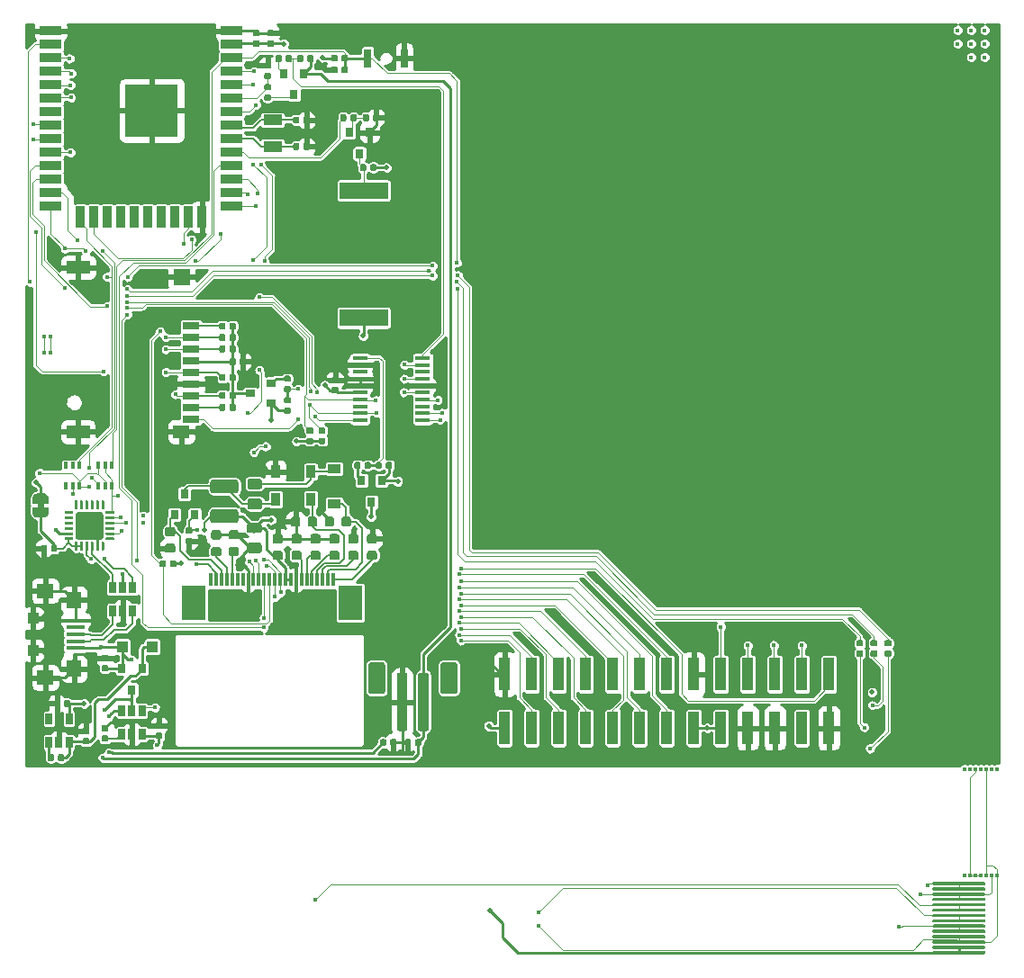
<source format=gbl>
G04 #@! TF.GenerationSoftware,KiCad,Pcbnew,5.99.0-unknown-c3175b4~100~ubuntu16.04.1*
G04 #@! TF.CreationDate,2020-01-01T10:39:55+05:30*
G04 #@! TF.ProjectId,paperd.ink_final_panel,70617065-7264-42e6-996e-6b5f66696e61,rev?*
G04 #@! TF.SameCoordinates,Original*
G04 #@! TF.FileFunction,Copper,L4,Bot*
G04 #@! TF.FilePolarity,Positive*
%FSLAX46Y46*%
G04 Gerber Fmt 4.6, Leading zero omitted, Abs format (unit mm)*
G04 Created by KiCad (PCBNEW 5.99.0-unknown-c3175b4~100~ubuntu16.04.1) date 2020-01-01 10:39:55*
%MOMM*%
%LPD*%
G04 APERTURE LIST*
G04 #@! TA.AperFunction,EtchedComponent*
%ADD10C,0.100000*%
G04 #@! TD*
G04 #@! TA.AperFunction,SMDPad,CuDef*
%ADD11R,0.800000X0.900000*%
G04 #@! TD*
G04 #@! TA.AperFunction,Conductor*
%ADD12C,0.100000*%
G04 #@! TD*
G04 #@! TA.AperFunction,SMDPad,CuDef*
%ADD13C,0.875000*%
G04 #@! TD*
G04 #@! TA.AperFunction,SMDPad,CuDef*
%ADD14C,0.975000*%
G04 #@! TD*
G04 #@! TA.AperFunction,SMDPad,CuDef*
%ADD15C,0.590000*%
G04 #@! TD*
G04 #@! TA.AperFunction,SMDPad,CuDef*
%ADD16R,2.000000X0.900000*%
G04 #@! TD*
G04 #@! TA.AperFunction,SMDPad,CuDef*
%ADD17R,0.900000X2.000000*%
G04 #@! TD*
G04 #@! TA.AperFunction,SMDPad,CuDef*
%ADD18R,5.000000X5.000000*%
G04 #@! TD*
G04 #@! TA.AperFunction,SMDPad,CuDef*
%ADD19R,1.450000X0.450000*%
G04 #@! TD*
G04 #@! TA.AperFunction,SMDPad,CuDef*
%ADD20R,1.600000X0.700000*%
G04 #@! TD*
G04 #@! TA.AperFunction,SMDPad,CuDef*
%ADD21R,1.500000X1.200000*%
G04 #@! TD*
G04 #@! TA.AperFunction,SMDPad,CuDef*
%ADD22R,1.500000X1.600000*%
G04 #@! TD*
G04 #@! TA.AperFunction,SMDPad,CuDef*
%ADD23R,2.200000X1.200000*%
G04 #@! TD*
G04 #@! TA.AperFunction,SMDPad,CuDef*
%ADD24R,0.900000X1.200000*%
G04 #@! TD*
G04 #@! TA.AperFunction,SMDPad,CuDef*
%ADD25R,1.800000X1.000000*%
G04 #@! TD*
G04 #@! TA.AperFunction,SMDPad,CuDef*
%ADD26C,0.250000*%
G04 #@! TD*
G04 #@! TA.AperFunction,SMDPad,CuDef*
%ADD27C,2.600000*%
G04 #@! TD*
G04 #@! TA.AperFunction,SMDPad,CuDef*
%ADD28R,0.650000X1.060000*%
G04 #@! TD*
G04 #@! TA.AperFunction,SMDPad,CuDef*
%ADD29R,0.650000X1.800000*%
G04 #@! TD*
G04 #@! TA.AperFunction,SMDPad,CuDef*
%ADD30R,0.400000X0.650000*%
G04 #@! TD*
G04 #@! TA.AperFunction,SMDPad,CuDef*
%ADD31R,0.900000X0.800000*%
G04 #@! TD*
G04 #@! TA.AperFunction,SMDPad,CuDef*
%ADD32C,1.250000*%
G04 #@! TD*
G04 #@! TA.AperFunction,SMDPad,CuDef*
%ADD33C,0.500000*%
G04 #@! TD*
G04 #@! TA.AperFunction,SMDPad,CuDef*
%ADD34R,1.000000X1.100000*%
G04 #@! TD*
G04 #@! TA.AperFunction,SMDPad,CuDef*
%ADD35R,1.500000X1.350000*%
G04 #@! TD*
G04 #@! TA.AperFunction,SMDPad,CuDef*
%ADD36R,1.400000X1.500000*%
G04 #@! TD*
G04 #@! TA.AperFunction,SMDPad,CuDef*
%ADD37R,1.800000X0.400000*%
G04 #@! TD*
G04 #@! TA.AperFunction,SMDPad,CuDef*
%ADD38R,1.100000X1.100000*%
G04 #@! TD*
G04 #@! TA.AperFunction,SMDPad,CuDef*
%ADD39R,1.200000X0.900000*%
G04 #@! TD*
G04 #@! TA.AperFunction,SMDPad,CuDef*
%ADD40R,4.600000X1.600000*%
G04 #@! TD*
G04 #@! TA.AperFunction,SMDPad,CuDef*
%ADD41C,1.600000*%
G04 #@! TD*
G04 #@! TA.AperFunction,SMDPad,CuDef*
%ADD42C,1.000000*%
G04 #@! TD*
G04 #@! TA.AperFunction,SMDPad,CuDef*
%ADD43C,0.300000*%
G04 #@! TD*
G04 #@! TA.AperFunction,SMDPad,CuDef*
%ADD44R,1.000000X3.150000*%
G04 #@! TD*
G04 #@! TA.AperFunction,SMDPad,CuDef*
%ADD45R,2.200000X3.300000*%
G04 #@! TD*
G04 #@! TA.AperFunction,SMDPad,CuDef*
%ADD46R,0.300000X1.300000*%
G04 #@! TD*
G04 #@! TA.AperFunction,ViaPad*
%ADD47C,0.450000*%
G04 #@! TD*
G04 #@! TA.AperFunction,ViaPad*
%ADD48C,0.500000*%
G04 #@! TD*
G04 #@! TA.AperFunction,Conductor*
%ADD49C,0.101600*%
G04 #@! TD*
G04 #@! TA.AperFunction,Conductor*
%ADD50C,0.200000*%
G04 #@! TD*
G04 #@! TA.AperFunction,Conductor*
%ADD51C,0.254000*%
G04 #@! TD*
G04 #@! TA.AperFunction,Conductor*
%ADD52C,0.177800*%
G04 #@! TD*
G04 APERTURE END LIST*
D10*
G04 #@! TO.C,JP1*
G36*
X103980000Y-115730000D02*
G01*
X103380000Y-115730000D01*
X103380000Y-115230000D01*
X103980000Y-115230000D01*
X103980000Y-115730000D01*
X103980000Y-115730000D01*
G37*
G04 #@! TD*
D11*
G04 #@! TO.P,Q2,3*
G04 #@! TO.N,Net-(C7-Pad1)*
X117210000Y-114370000D03*
G04 #@! TO.P,Q2,2*
G04 #@! TO.N,RESE*
X116260000Y-116370000D03*
G04 #@! TO.P,Q2,1*
G04 #@! TO.N,GDR*
X118160000Y-116370000D03*
G04 #@! TD*
D12*
G04 #@! TO.N,GND*
G04 #@! TO.C,R6*
G36*
X116199962Y-119086651D02*
G01*
X116270930Y-119134070D01*
X116318349Y-119205038D01*
X116335000Y-119288750D01*
X116335000Y-119726250D01*
X116318349Y-119809962D01*
X116270930Y-119880930D01*
X116199962Y-119928349D01*
X116116250Y-119945000D01*
X115603750Y-119945000D01*
X115520038Y-119928349D01*
X115449070Y-119880930D01*
X115401651Y-119809962D01*
X115385000Y-119726250D01*
X115385000Y-119288750D01*
X115401651Y-119205038D01*
X115449070Y-119134070D01*
X115520038Y-119086651D01*
X115603750Y-119070000D01*
X116116250Y-119070000D01*
X116199962Y-119086651D01*
X116199962Y-119086651D01*
G37*
D13*
G04 #@! TD*
G04 #@! TO.P,R6,2*
G04 #@! TO.N,GND*
X115860000Y-119507500D03*
D12*
G04 #@! TO.N,RESE*
G04 #@! TO.C,R6*
G36*
X116199962Y-117511651D02*
G01*
X116270930Y-117559070D01*
X116318349Y-117630038D01*
X116335000Y-117713750D01*
X116335000Y-118151250D01*
X116318349Y-118234962D01*
X116270930Y-118305930D01*
X116199962Y-118353349D01*
X116116250Y-118370000D01*
X115603750Y-118370000D01*
X115520038Y-118353349D01*
X115449070Y-118305930D01*
X115401651Y-118234962D01*
X115385000Y-118151250D01*
X115385000Y-117713750D01*
X115401651Y-117630038D01*
X115449070Y-117559070D01*
X115520038Y-117511651D01*
X115603750Y-117495000D01*
X116116250Y-117495000D01*
X116199962Y-117511651D01*
X116199962Y-117511651D01*
G37*
D13*
G04 #@! TD*
G04 #@! TO.P,R6,1*
G04 #@! TO.N,RESE*
X115860000Y-117932500D03*
D12*
G04 #@! TO.N,V_EPD*
G04 #@! TO.C,C11*
G36*
X126309962Y-119749151D02*
G01*
X126380930Y-119796570D01*
X126428349Y-119867538D01*
X126445000Y-119951250D01*
X126445000Y-120388750D01*
X126428349Y-120472462D01*
X126380930Y-120543430D01*
X126309962Y-120590849D01*
X126226250Y-120607500D01*
X125713750Y-120607500D01*
X125630038Y-120590849D01*
X125559070Y-120543430D01*
X125511651Y-120472462D01*
X125495000Y-120388750D01*
X125495000Y-119951250D01*
X125511651Y-119867538D01*
X125559070Y-119796570D01*
X125630038Y-119749151D01*
X125713750Y-119732500D01*
X126226250Y-119732500D01*
X126309962Y-119749151D01*
X126309962Y-119749151D01*
G37*
D13*
G04 #@! TD*
G04 #@! TO.P,C11,2*
G04 #@! TO.N,V_EPD*
X125970000Y-120170000D03*
D12*
G04 #@! TO.N,GND*
G04 #@! TO.C,C11*
G36*
X126309962Y-118174151D02*
G01*
X126380930Y-118221570D01*
X126428349Y-118292538D01*
X126445000Y-118376250D01*
X126445000Y-118813750D01*
X126428349Y-118897462D01*
X126380930Y-118968430D01*
X126309962Y-119015849D01*
X126226250Y-119032500D01*
X125713750Y-119032500D01*
X125630038Y-119015849D01*
X125559070Y-118968430D01*
X125511651Y-118897462D01*
X125495000Y-118813750D01*
X125495000Y-118376250D01*
X125511651Y-118292538D01*
X125559070Y-118221570D01*
X125630038Y-118174151D01*
X125713750Y-118157500D01*
X126226250Y-118157500D01*
X126309962Y-118174151D01*
X126309962Y-118174151D01*
G37*
D13*
G04 #@! TD*
G04 #@! TO.P,C11,1*
G04 #@! TO.N,GND*
X125970000Y-118595000D03*
D12*
G04 #@! TO.N,GND*
G04 #@! TO.C,C3*
G36*
X122179962Y-117801651D02*
G01*
X122250930Y-117849070D01*
X122298349Y-117920038D01*
X122315000Y-118003750D01*
X122315000Y-118441250D01*
X122298349Y-118524962D01*
X122250930Y-118595930D01*
X122179962Y-118643349D01*
X122096250Y-118660000D01*
X121583750Y-118660000D01*
X121500038Y-118643349D01*
X121429070Y-118595930D01*
X121381651Y-118524962D01*
X121365000Y-118441250D01*
X121365000Y-118003750D01*
X121381651Y-117920038D01*
X121429070Y-117849070D01*
X121500038Y-117801651D01*
X121583750Y-117785000D01*
X122096250Y-117785000D01*
X122179962Y-117801651D01*
X122179962Y-117801651D01*
G37*
D13*
G04 #@! TD*
G04 #@! TO.P,C3,2*
G04 #@! TO.N,GND*
X121840000Y-118222500D03*
D12*
G04 #@! TO.N,Net-(C3-Pad1)*
G04 #@! TO.C,C3*
G36*
X122179962Y-119376651D02*
G01*
X122250930Y-119424070D01*
X122298349Y-119495038D01*
X122315000Y-119578750D01*
X122315000Y-120016250D01*
X122298349Y-120099962D01*
X122250930Y-120170930D01*
X122179962Y-120218349D01*
X122096250Y-120235000D01*
X121583750Y-120235000D01*
X121500038Y-120218349D01*
X121429070Y-120170930D01*
X121381651Y-120099962D01*
X121365000Y-120016250D01*
X121365000Y-119578750D01*
X121381651Y-119495038D01*
X121429070Y-119424070D01*
X121500038Y-119376651D01*
X121583750Y-119360000D01*
X122096250Y-119360000D01*
X122179962Y-119376651D01*
X122179962Y-119376651D01*
G37*
D13*
G04 #@! TD*
G04 #@! TO.P,C3,1*
G04 #@! TO.N,Net-(C3-Pad1)*
X121840000Y-119797500D03*
D12*
G04 #@! TO.N,GND*
G04 #@! TO.C,C14*
G36*
X131631962Y-118174151D02*
G01*
X131702930Y-118221570D01*
X131750349Y-118292538D01*
X131767000Y-118376250D01*
X131767000Y-118813750D01*
X131750349Y-118897462D01*
X131702930Y-118968430D01*
X131631962Y-119015849D01*
X131548250Y-119032500D01*
X131035750Y-119032500D01*
X130952038Y-119015849D01*
X130881070Y-118968430D01*
X130833651Y-118897462D01*
X130817000Y-118813750D01*
X130817000Y-118376250D01*
X130833651Y-118292538D01*
X130881070Y-118221570D01*
X130952038Y-118174151D01*
X131035750Y-118157500D01*
X131548250Y-118157500D01*
X131631962Y-118174151D01*
X131631962Y-118174151D01*
G37*
D13*
G04 #@! TD*
G04 #@! TO.P,C14,2*
G04 #@! TO.N,GND*
X131292000Y-118595000D03*
D12*
G04 #@! TO.N,Net-(C14-Pad1)*
G04 #@! TO.C,C14*
G36*
X131631962Y-119749151D02*
G01*
X131702930Y-119796570D01*
X131750349Y-119867538D01*
X131767000Y-119951250D01*
X131767000Y-120388750D01*
X131750349Y-120472462D01*
X131702930Y-120543430D01*
X131631962Y-120590849D01*
X131548250Y-120607500D01*
X131035750Y-120607500D01*
X130952038Y-120590849D01*
X130881070Y-120543430D01*
X130833651Y-120472462D01*
X130817000Y-120388750D01*
X130817000Y-119951250D01*
X130833651Y-119867538D01*
X130881070Y-119796570D01*
X130952038Y-119749151D01*
X131035750Y-119732500D01*
X131548250Y-119732500D01*
X131631962Y-119749151D01*
X131631962Y-119749151D01*
G37*
D13*
G04 #@! TD*
G04 #@! TO.P,C14,1*
G04 #@! TO.N,Net-(C14-Pad1)*
X131292000Y-120170000D03*
D12*
G04 #@! TO.N,GND*
G04 #@! TO.C,C12*
G36*
X128083962Y-118174151D02*
G01*
X128154930Y-118221570D01*
X128202349Y-118292538D01*
X128219000Y-118376250D01*
X128219000Y-118813750D01*
X128202349Y-118897462D01*
X128154930Y-118968430D01*
X128083962Y-119015849D01*
X128000250Y-119032500D01*
X127487750Y-119032500D01*
X127404038Y-119015849D01*
X127333070Y-118968430D01*
X127285651Y-118897462D01*
X127269000Y-118813750D01*
X127269000Y-118376250D01*
X127285651Y-118292538D01*
X127333070Y-118221570D01*
X127404038Y-118174151D01*
X127487750Y-118157500D01*
X128000250Y-118157500D01*
X128083962Y-118174151D01*
X128083962Y-118174151D01*
G37*
D13*
G04 #@! TD*
G04 #@! TO.P,C12,2*
G04 #@! TO.N,GND*
X127744000Y-118595000D03*
D12*
G04 #@! TO.N,Net-(C12-Pad1)*
G04 #@! TO.C,C12*
G36*
X128083962Y-119749151D02*
G01*
X128154930Y-119796570D01*
X128202349Y-119867538D01*
X128219000Y-119951250D01*
X128219000Y-120388750D01*
X128202349Y-120472462D01*
X128154930Y-120543430D01*
X128083962Y-120590849D01*
X128000250Y-120607500D01*
X127487750Y-120607500D01*
X127404038Y-120590849D01*
X127333070Y-120543430D01*
X127285651Y-120472462D01*
X127269000Y-120388750D01*
X127269000Y-119951250D01*
X127285651Y-119867538D01*
X127333070Y-119796570D01*
X127404038Y-119749151D01*
X127487750Y-119732500D01*
X128000250Y-119732500D01*
X128083962Y-119749151D01*
X128083962Y-119749151D01*
G37*
D13*
G04 #@! TD*
G04 #@! TO.P,C12,1*
G04 #@! TO.N,Net-(C12-Pad1)*
X127744000Y-120170000D03*
D12*
G04 #@! TO.N,GND*
G04 #@! TO.C,C13*
G36*
X129857962Y-118174151D02*
G01*
X129928930Y-118221570D01*
X129976349Y-118292538D01*
X129993000Y-118376250D01*
X129993000Y-118813750D01*
X129976349Y-118897462D01*
X129928930Y-118968430D01*
X129857962Y-119015849D01*
X129774250Y-119032500D01*
X129261750Y-119032500D01*
X129178038Y-119015849D01*
X129107070Y-118968430D01*
X129059651Y-118897462D01*
X129043000Y-118813750D01*
X129043000Y-118376250D01*
X129059651Y-118292538D01*
X129107070Y-118221570D01*
X129178038Y-118174151D01*
X129261750Y-118157500D01*
X129774250Y-118157500D01*
X129857962Y-118174151D01*
X129857962Y-118174151D01*
G37*
D13*
G04 #@! TD*
G04 #@! TO.P,C13,2*
G04 #@! TO.N,GND*
X129518000Y-118595000D03*
D12*
G04 #@! TO.N,Net-(C13-Pad1)*
G04 #@! TO.C,C13*
G36*
X129857962Y-119749151D02*
G01*
X129928930Y-119796570D01*
X129976349Y-119867538D01*
X129993000Y-119951250D01*
X129993000Y-120388750D01*
X129976349Y-120472462D01*
X129928930Y-120543430D01*
X129857962Y-120590849D01*
X129774250Y-120607500D01*
X129261750Y-120607500D01*
X129178038Y-120590849D01*
X129107070Y-120543430D01*
X129059651Y-120472462D01*
X129043000Y-120388750D01*
X129043000Y-119951250D01*
X129059651Y-119867538D01*
X129107070Y-119796570D01*
X129178038Y-119749151D01*
X129261750Y-119732500D01*
X129774250Y-119732500D01*
X129857962Y-119749151D01*
X129857962Y-119749151D01*
G37*
D13*
G04 #@! TD*
G04 #@! TO.P,C13,1*
G04 #@! TO.N,Net-(C13-Pad1)*
X129518000Y-120170000D03*
D12*
G04 #@! TO.N,PREVGL*
G04 #@! TO.C,C2*
G36*
X132719962Y-116531651D02*
G01*
X132790930Y-116579070D01*
X132838349Y-116650038D01*
X132855000Y-116733750D01*
X132855000Y-117246250D01*
X132838349Y-117329962D01*
X132790930Y-117400930D01*
X132719962Y-117448349D01*
X132636250Y-117465000D01*
X132198750Y-117465000D01*
X132115038Y-117448349D01*
X132044070Y-117400930D01*
X131996651Y-117329962D01*
X131980000Y-117246250D01*
X131980000Y-116733750D01*
X131996651Y-116650038D01*
X132044070Y-116579070D01*
X132115038Y-116531651D01*
X132198750Y-116515000D01*
X132636250Y-116515000D01*
X132719962Y-116531651D01*
X132719962Y-116531651D01*
G37*
D13*
G04 #@! TD*
G04 #@! TO.P,C2,2*
G04 #@! TO.N,PREVGL*
X132417500Y-116990000D03*
D12*
G04 #@! TO.N,GND*
G04 #@! TO.C,C2*
G36*
X131144962Y-116531651D02*
G01*
X131215930Y-116579070D01*
X131263349Y-116650038D01*
X131280000Y-116733750D01*
X131280000Y-117246250D01*
X131263349Y-117329962D01*
X131215930Y-117400930D01*
X131144962Y-117448349D01*
X131061250Y-117465000D01*
X130623750Y-117465000D01*
X130540038Y-117448349D01*
X130469070Y-117400930D01*
X130421651Y-117329962D01*
X130405000Y-117246250D01*
X130405000Y-116733750D01*
X130421651Y-116650038D01*
X130469070Y-116579070D01*
X130540038Y-116531651D01*
X130623750Y-116515000D01*
X131061250Y-116515000D01*
X131144962Y-116531651D01*
X131144962Y-116531651D01*
G37*
D13*
G04 #@! TD*
G04 #@! TO.P,C2,1*
G04 #@! TO.N,GND*
X130842500Y-116990000D03*
D12*
G04 #@! TO.N,PREVGH*
G04 #@! TO.C,C10*
G36*
X129529962Y-116541651D02*
G01*
X129600930Y-116589070D01*
X129648349Y-116660038D01*
X129665000Y-116743750D01*
X129665000Y-117256250D01*
X129648349Y-117339962D01*
X129600930Y-117410930D01*
X129529962Y-117458349D01*
X129446250Y-117475000D01*
X129008750Y-117475000D01*
X128925038Y-117458349D01*
X128854070Y-117410930D01*
X128806651Y-117339962D01*
X128790000Y-117256250D01*
X128790000Y-116743750D01*
X128806651Y-116660038D01*
X128854070Y-116589070D01*
X128925038Y-116541651D01*
X129008750Y-116525000D01*
X129446250Y-116525000D01*
X129529962Y-116541651D01*
X129529962Y-116541651D01*
G37*
D13*
G04 #@! TD*
G04 #@! TO.P,C10,2*
G04 #@! TO.N,PREVGH*
X129227500Y-117000000D03*
D12*
G04 #@! TO.N,GND*
G04 #@! TO.C,C10*
G36*
X127954962Y-116541651D02*
G01*
X128025930Y-116589070D01*
X128073349Y-116660038D01*
X128090000Y-116743750D01*
X128090000Y-117256250D01*
X128073349Y-117339962D01*
X128025930Y-117410930D01*
X127954962Y-117458349D01*
X127871250Y-117475000D01*
X127433750Y-117475000D01*
X127350038Y-117458349D01*
X127279070Y-117410930D01*
X127231651Y-117339962D01*
X127215000Y-117256250D01*
X127215000Y-116743750D01*
X127231651Y-116660038D01*
X127279070Y-116589070D01*
X127350038Y-116541651D01*
X127433750Y-116525000D01*
X127871250Y-116525000D01*
X127954962Y-116541651D01*
X127954962Y-116541651D01*
G37*
D13*
G04 #@! TD*
G04 #@! TO.P,C10,1*
G04 #@! TO.N,GND*
X127652500Y-117000000D03*
D12*
G04 #@! TO.N,GND*
G04 #@! TO.C,C16*
G36*
X135179962Y-118174151D02*
G01*
X135250930Y-118221570D01*
X135298349Y-118292538D01*
X135315000Y-118376250D01*
X135315000Y-118813750D01*
X135298349Y-118897462D01*
X135250930Y-118968430D01*
X135179962Y-119015849D01*
X135096250Y-119032500D01*
X134583750Y-119032500D01*
X134500038Y-119015849D01*
X134429070Y-118968430D01*
X134381651Y-118897462D01*
X134365000Y-118813750D01*
X134365000Y-118376250D01*
X134381651Y-118292538D01*
X134429070Y-118221570D01*
X134500038Y-118174151D01*
X134583750Y-118157500D01*
X135096250Y-118157500D01*
X135179962Y-118174151D01*
X135179962Y-118174151D01*
G37*
D13*
G04 #@! TD*
G04 #@! TO.P,C16,2*
G04 #@! TO.N,GND*
X134840000Y-118595000D03*
D12*
G04 #@! TO.N,Net-(C16-Pad1)*
G04 #@! TO.C,C16*
G36*
X135179962Y-119749151D02*
G01*
X135250930Y-119796570D01*
X135298349Y-119867538D01*
X135315000Y-119951250D01*
X135315000Y-120388750D01*
X135298349Y-120472462D01*
X135250930Y-120543430D01*
X135179962Y-120590849D01*
X135096250Y-120607500D01*
X134583750Y-120607500D01*
X134500038Y-120590849D01*
X134429070Y-120543430D01*
X134381651Y-120472462D01*
X134365000Y-120388750D01*
X134365000Y-119951250D01*
X134381651Y-119867538D01*
X134429070Y-119796570D01*
X134500038Y-119749151D01*
X134583750Y-119732500D01*
X135096250Y-119732500D01*
X135179962Y-119749151D01*
X135179962Y-119749151D01*
G37*
D13*
G04 #@! TD*
G04 #@! TO.P,C16,1*
G04 #@! TO.N,Net-(C16-Pad1)*
X134840000Y-120170000D03*
D12*
G04 #@! TO.N,GND*
G04 #@! TO.C,C15*
G36*
X133405962Y-118174151D02*
G01*
X133476930Y-118221570D01*
X133524349Y-118292538D01*
X133541000Y-118376250D01*
X133541000Y-118813750D01*
X133524349Y-118897462D01*
X133476930Y-118968430D01*
X133405962Y-119015849D01*
X133322250Y-119032500D01*
X132809750Y-119032500D01*
X132726038Y-119015849D01*
X132655070Y-118968430D01*
X132607651Y-118897462D01*
X132591000Y-118813750D01*
X132591000Y-118376250D01*
X132607651Y-118292538D01*
X132655070Y-118221570D01*
X132726038Y-118174151D01*
X132809750Y-118157500D01*
X133322250Y-118157500D01*
X133405962Y-118174151D01*
X133405962Y-118174151D01*
G37*
D13*
G04 #@! TD*
G04 #@! TO.P,C15,2*
G04 #@! TO.N,GND*
X133066000Y-118595000D03*
D12*
G04 #@! TO.N,Net-(C15-Pad1)*
G04 #@! TO.C,C15*
G36*
X133405962Y-119749151D02*
G01*
X133476930Y-119796570D01*
X133524349Y-119867538D01*
X133541000Y-119951250D01*
X133541000Y-120388750D01*
X133524349Y-120472462D01*
X133476930Y-120543430D01*
X133405962Y-120590849D01*
X133322250Y-120607500D01*
X132809750Y-120607500D01*
X132726038Y-120590849D01*
X132655070Y-120543430D01*
X132607651Y-120472462D01*
X132591000Y-120388750D01*
X132591000Y-119951250D01*
X132607651Y-119867538D01*
X132655070Y-119796570D01*
X132726038Y-119749151D01*
X132809750Y-119732500D01*
X133322250Y-119732500D01*
X133405962Y-119749151D01*
X133405962Y-119749151D01*
G37*
D13*
G04 #@! TD*
G04 #@! TO.P,C15,1*
G04 #@! TO.N,Net-(C15-Pad1)*
X133066000Y-120170000D03*
D12*
G04 #@! TO.N,GND*
G04 #@! TO.C,C1*
G36*
X120519962Y-117821651D02*
G01*
X120590930Y-117869070D01*
X120638349Y-117940038D01*
X120655000Y-118023750D01*
X120655000Y-118461250D01*
X120638349Y-118544962D01*
X120590930Y-118615930D01*
X120519962Y-118663349D01*
X120436250Y-118680000D01*
X119923750Y-118680000D01*
X119840038Y-118663349D01*
X119769070Y-118615930D01*
X119721651Y-118544962D01*
X119705000Y-118461250D01*
X119705000Y-118023750D01*
X119721651Y-117940038D01*
X119769070Y-117869070D01*
X119840038Y-117821651D01*
X119923750Y-117805000D01*
X120436250Y-117805000D01*
X120519962Y-117821651D01*
X120519962Y-117821651D01*
G37*
D13*
G04 #@! TD*
G04 #@! TO.P,C1,2*
G04 #@! TO.N,GND*
X120180000Y-118242500D03*
D12*
G04 #@! TO.N,Net-(C1-Pad1)*
G04 #@! TO.C,C1*
G36*
X120519962Y-119396651D02*
G01*
X120590930Y-119444070D01*
X120638349Y-119515038D01*
X120655000Y-119598750D01*
X120655000Y-120036250D01*
X120638349Y-120119962D01*
X120590930Y-120190930D01*
X120519962Y-120238349D01*
X120436250Y-120255000D01*
X119923750Y-120255000D01*
X119840038Y-120238349D01*
X119769070Y-120190930D01*
X119721651Y-120119962D01*
X119705000Y-120036250D01*
X119705000Y-119598750D01*
X119721651Y-119515038D01*
X119769070Y-119444070D01*
X119840038Y-119396651D01*
X119923750Y-119380000D01*
X120436250Y-119380000D01*
X120519962Y-119396651D01*
X120519962Y-119396651D01*
G37*
D13*
G04 #@! TD*
G04 #@! TO.P,C1,1*
G04 #@! TO.N,Net-(C1-Pad1)*
X120180000Y-119817500D03*
D12*
G04 #@! TO.N,Net-(C7-Pad2)*
G04 #@! TO.C,C7*
G36*
X124359529Y-112988554D02*
G01*
X124438607Y-113041393D01*
X124491446Y-113120471D01*
X124510000Y-113213750D01*
X124510000Y-113701250D01*
X124491446Y-113794529D01*
X124438607Y-113873607D01*
X124359529Y-113926446D01*
X124266250Y-113945000D01*
X123353750Y-113945000D01*
X123260471Y-113926446D01*
X123181393Y-113873607D01*
X123128554Y-113794529D01*
X123110000Y-113701250D01*
X123110000Y-113213750D01*
X123128554Y-113120471D01*
X123181393Y-113041393D01*
X123260471Y-112988554D01*
X123353750Y-112970000D01*
X124266250Y-112970000D01*
X124359529Y-112988554D01*
X124359529Y-112988554D01*
G37*
D14*
G04 #@! TD*
G04 #@! TO.P,C7,2*
G04 #@! TO.N,Net-(C7-Pad2)*
X123810000Y-113457500D03*
D12*
G04 #@! TO.N,Net-(C7-Pad1)*
G04 #@! TO.C,C7*
G36*
X124359529Y-114863554D02*
G01*
X124438607Y-114916393D01*
X124491446Y-114995471D01*
X124510000Y-115088750D01*
X124510000Y-115576250D01*
X124491446Y-115669529D01*
X124438607Y-115748607D01*
X124359529Y-115801446D01*
X124266250Y-115820000D01*
X123353750Y-115820000D01*
X123260471Y-115801446D01*
X123181393Y-115748607D01*
X123128554Y-115669529D01*
X123110000Y-115576250D01*
X123110000Y-115088750D01*
X123128554Y-114995471D01*
X123181393Y-114916393D01*
X123260471Y-114863554D01*
X123353750Y-114845000D01*
X124266250Y-114845000D01*
X124359529Y-114863554D01*
X124359529Y-114863554D01*
G37*
D14*
G04 #@! TD*
G04 #@! TO.P,C7,1*
G04 #@! TO.N,Net-(C7-Pad1)*
X123810000Y-115332500D03*
D12*
G04 #@! TO.N,V_EPD*
G04 #@! TO.C,C9*
G36*
X124329529Y-117118554D02*
G01*
X124408607Y-117171393D01*
X124461446Y-117250471D01*
X124480000Y-117343750D01*
X124480000Y-117831250D01*
X124461446Y-117924529D01*
X124408607Y-118003607D01*
X124329529Y-118056446D01*
X124236250Y-118075000D01*
X123323750Y-118075000D01*
X123230471Y-118056446D01*
X123151393Y-118003607D01*
X123098554Y-117924529D01*
X123080000Y-117831250D01*
X123080000Y-117343750D01*
X123098554Y-117250471D01*
X123151393Y-117171393D01*
X123230471Y-117118554D01*
X123323750Y-117100000D01*
X124236250Y-117100000D01*
X124329529Y-117118554D01*
X124329529Y-117118554D01*
G37*
D14*
G04 #@! TD*
G04 #@! TO.P,C9,2*
G04 #@! TO.N,V_EPD*
X123780000Y-117587500D03*
D12*
G04 #@! TO.N,GND*
G04 #@! TO.C,C9*
G36*
X124329529Y-118993554D02*
G01*
X124408607Y-119046393D01*
X124461446Y-119125471D01*
X124480000Y-119218750D01*
X124480000Y-119706250D01*
X124461446Y-119799529D01*
X124408607Y-119878607D01*
X124329529Y-119931446D01*
X124236250Y-119950000D01*
X123323750Y-119950000D01*
X123230471Y-119931446D01*
X123151393Y-119878607D01*
X123098554Y-119799529D01*
X123080000Y-119706250D01*
X123080000Y-119218750D01*
X123098554Y-119125471D01*
X123151393Y-119046393D01*
X123230471Y-118993554D01*
X123323750Y-118975000D01*
X124236250Y-118975000D01*
X124329529Y-118993554D01*
X124329529Y-118993554D01*
G37*
D14*
G04 #@! TD*
G04 #@! TO.P,C9,1*
G04 #@! TO.N,GND*
X123780000Y-119462500D03*
D12*
G04 #@! TO.N,+3V3*
G04 #@! TO.C,C24*
G36*
X131598946Y-104351228D02*
G01*
X131646798Y-104383202D01*
X131678772Y-104431054D01*
X131690000Y-104487500D01*
X131690000Y-104782500D01*
X131678772Y-104838946D01*
X131646798Y-104886798D01*
X131598946Y-104918772D01*
X131542500Y-104930000D01*
X131197500Y-104930000D01*
X131141054Y-104918772D01*
X131093202Y-104886798D01*
X131061228Y-104838946D01*
X131050000Y-104782500D01*
X131050000Y-104487500D01*
X131061228Y-104431054D01*
X131093202Y-104383202D01*
X131141054Y-104351228D01*
X131197500Y-104340000D01*
X131542500Y-104340000D01*
X131598946Y-104351228D01*
X131598946Y-104351228D01*
G37*
D15*
G04 #@! TD*
G04 #@! TO.P,C24,2*
G04 #@! TO.N,+3V3*
X131370000Y-104635000D03*
D12*
G04 #@! TO.N,GND*
G04 #@! TO.C,C24*
G36*
X131598946Y-103381228D02*
G01*
X131646798Y-103413202D01*
X131678772Y-103461054D01*
X131690000Y-103517500D01*
X131690000Y-103812500D01*
X131678772Y-103868946D01*
X131646798Y-103916798D01*
X131598946Y-103948772D01*
X131542500Y-103960000D01*
X131197500Y-103960000D01*
X131141054Y-103948772D01*
X131093202Y-103916798D01*
X131061228Y-103868946D01*
X131050000Y-103812500D01*
X131050000Y-103517500D01*
X131061228Y-103461054D01*
X131093202Y-103413202D01*
X131141054Y-103381228D01*
X131197500Y-103370000D01*
X131542500Y-103370000D01*
X131598946Y-103381228D01*
X131598946Y-103381228D01*
G37*
D15*
G04 #@! TD*
G04 #@! TO.P,C24,1*
G04 #@! TO.N,GND*
X131370000Y-103665000D03*
D16*
G04 #@! TO.P,U6,38*
G04 #@! TO.N,GND*
X104630000Y-70815000D03*
G04 #@! TO.P,U6,37*
G04 #@! TO.N,SPI_MOSI*
X104630000Y-72085000D03*
G04 #@! TO.P,U6,36*
G04 #@! TO.N,~EPD_CS*
X104630000Y-73355000D03*
G04 #@! TO.P,U6,35*
G04 #@! TO.N,UART_TXD0*
X104630000Y-74625000D03*
G04 #@! TO.P,U6,34*
G04 #@! TO.N,UART_RXD0*
X104630000Y-75895000D03*
G04 #@! TO.P,U6,33*
G04 #@! TO.N,~SD_CS*
X104630000Y-77165000D03*
G04 #@! TO.P,U6,32*
G04 #@! TO.N,Net-(U6-Pad32)*
X104630000Y-78435000D03*
G04 #@! TO.P,U6,31*
G04 #@! TO.N,SPI_MISO*
X104630000Y-79705000D03*
G04 #@! TO.P,U6,30*
G04 #@! TO.N,SPI_SCLK*
X104630000Y-80975000D03*
G04 #@! TO.P,U6,29*
G04 #@! TO.N,~LED_R*
X104630000Y-82245000D03*
G04 #@! TO.P,U6,28*
G04 #@! TO.N,I2C_SCL*
X104630000Y-83515000D03*
G04 #@! TO.P,U6,27*
G04 #@! TO.N,I2C_SDA*
X104630000Y-84785000D03*
G04 #@! TO.P,U6,26*
G04 #@! TO.N,CAPBTN_1*
X104630000Y-86055000D03*
G04 #@! TO.P,U6,25*
G04 #@! TO.N,GPIO_0*
X104630000Y-87325000D03*
D17*
G04 #@! TO.P,U6,24*
G04 #@! TO.N,GPIO_2*
X107415000Y-88325000D03*
G04 #@! TO.P,U6,23*
G04 #@! TO.N,JTAG_TDO*
X108685000Y-88325000D03*
G04 #@! TO.P,U6,22*
G04 #@! TO.N,Net-(U6-Pad22)*
X109955000Y-88325000D03*
G04 #@! TO.P,U6,21*
G04 #@! TO.N,Net-(U6-Pad21)*
X111225000Y-88325000D03*
G04 #@! TO.P,U6,20*
G04 #@! TO.N,Net-(U6-Pad20)*
X112495000Y-88325000D03*
G04 #@! TO.P,U6,19*
G04 #@! TO.N,Net-(U6-Pad19)*
X113765000Y-88325000D03*
G04 #@! TO.P,U6,18*
G04 #@! TO.N,Net-(U6-Pad18)*
X115035000Y-88325000D03*
G04 #@! TO.P,U6,17*
G04 #@! TO.N,Net-(U6-Pad17)*
X116305000Y-88325000D03*
G04 #@! TO.P,U6,16*
G04 #@! TO.N,JTAG_TCK*
X117575000Y-88325000D03*
G04 #@! TO.P,U6,15*
G04 #@! TO.N,GND*
X118845000Y-88325000D03*
D16*
G04 #@! TO.P,U6,14*
G04 #@! TO.N,JTAG_TDI*
X121630000Y-87325000D03*
G04 #@! TO.P,U6,13*
G04 #@! TO.N,JTAG_TMS*
X121630000Y-86055000D03*
G04 #@! TO.P,U6,12*
G04 #@! TO.N,CAPBTN_2*
X121630000Y-84785000D03*
G04 #@! TO.P,U6,11*
G04 #@! TO.N,~EPD_DC*
X121630000Y-83515000D03*
G04 #@! TO.P,U6,10*
G04 #@! TO.N,BUZZ*
X121630000Y-82245000D03*
G04 #@! TO.P,U6,9*
G04 #@! TO.N,/xtal_N*
X121630000Y-80975000D03*
G04 #@! TO.P,U6,8*
G04 #@! TO.N,/xtal_P*
X121630000Y-79705000D03*
G04 #@! TO.P,U6,7*
G04 #@! TO.N,EPD_BUSY*
X121630000Y-78435000D03*
G04 #@! TO.P,U6,6*
G04 #@! TO.N,BATT*
X121630000Y-77165000D03*
G04 #@! TO.P,U6,5*
G04 #@! TO.N,~PCF_INT*
X121630000Y-75895000D03*
G04 #@! TO.P,U6,4*
G04 #@! TO.N,~CHG*
X121630000Y-74625000D03*
G04 #@! TO.P,U6,3*
G04 #@! TO.N,ESP_EN*
X121630000Y-73355000D03*
G04 #@! TO.P,U6,2*
G04 #@! TO.N,+3V3*
X121630000Y-72085000D03*
G04 #@! TO.P,U6,1*
G04 #@! TO.N,GND*
X121630000Y-70815000D03*
D18*
G04 #@! TO.P,U6,39*
X114130000Y-78315000D03*
G04 #@! TD*
D19*
G04 #@! TO.P,U5,20*
G04 #@! TO.N,EXT_GPIO2*
X139610000Y-107455000D03*
G04 #@! TO.P,U5,19*
G04 #@! TO.N,EXT_GPIO1*
X139610000Y-106805000D03*
G04 #@! TO.P,U5,18*
G04 #@! TO.N,Net-(U5-Pad18)*
X139610000Y-106155000D03*
G04 #@! TO.P,U5,17*
G04 #@! TO.N,EXT_GPIO0*
X139610000Y-105505000D03*
G04 #@! TO.P,U5,16*
G04 #@! TO.N,~SD_CD*
X139610000Y-104855000D03*
G04 #@! TO.P,U5,15*
G04 #@! TO.N,GND*
X139610000Y-104205000D03*
G04 #@! TO.P,U5,14*
G04 #@! TO.N,~EPD_RES*
X139610000Y-103555000D03*
G04 #@! TO.P,U5,13*
G04 #@! TO.N,Net-(U5-Pad13)*
X139610000Y-102905000D03*
G04 #@! TO.P,U5,12*
G04 #@! TO.N,~SD_EN*
X139610000Y-102255000D03*
G04 #@! TO.P,U5,11*
G04 #@! TO.N,~BATT_EN*
X139610000Y-101605000D03*
G04 #@! TO.P,U5,10*
G04 #@! TO.N,~EPD_EN*
X133710000Y-101605000D03*
G04 #@! TO.P,U5,9*
G04 #@! TO.N,GND*
X133710000Y-102255000D03*
G04 #@! TO.P,U5,8*
G04 #@! TO.N,Net-(U5-Pad8)*
X133710000Y-102905000D03*
G04 #@! TO.P,U5,7*
G04 #@! TO.N,GND*
X133710000Y-103555000D03*
G04 #@! TO.P,U5,6*
X133710000Y-104205000D03*
G04 #@! TO.P,U5,5*
G04 #@! TO.N,+3V3*
X133710000Y-104855000D03*
G04 #@! TO.P,U5,4*
G04 #@! TO.N,I2C_SDA*
X133710000Y-105505000D03*
G04 #@! TO.P,U5,3*
G04 #@! TO.N,Net-(U5-Pad3)*
X133710000Y-106155000D03*
G04 #@! TO.P,U5,2*
G04 #@! TO.N,I2C_SCL*
X133710000Y-106805000D03*
G04 #@! TO.P,U5,1*
G04 #@! TO.N,~PCF_INT*
X133710000Y-107455000D03*
G04 #@! TD*
D20*
G04 #@! TO.P,MICRO_SD1,3*
G04 #@! TO.N,SPI_MOSI*
X117810000Y-100756000D03*
G04 #@! TO.P,MICRO_SD1,2*
G04 #@! TO.N,~SD_CS*
X117810000Y-99656000D03*
G04 #@! TO.P,MICRO_SD1,1*
G04 #@! TO.N,Net-(MICRO_SD1-Pad1)*
X117810000Y-98556000D03*
G04 #@! TO.P,MICRO_SD1,4*
G04 #@! TO.N,V_SD*
X117810000Y-101856000D03*
G04 #@! TO.P,MICRO_SD1,5*
G04 #@! TO.N,SPI_SCLK*
X117810000Y-102956000D03*
G04 #@! TO.P,MICRO_SD1,6*
G04 #@! TO.N,GND*
X117810000Y-104056000D03*
G04 #@! TO.P,MICRO_SD1,8*
G04 #@! TO.N,Net-(MICRO_SD1-Pad8)*
X117810000Y-106256000D03*
G04 #@! TO.P,MICRO_SD1,7*
G04 #@! TO.N,SPI_MISO*
X117810000Y-105156000D03*
G04 #@! TO.P,MICRO_SD1,9*
G04 #@! TO.N,~SD_CD*
X117810000Y-107356000D03*
D21*
G04 #@! TO.P,MICRO_SD1,10*
G04 #@! TO.N,GND*
X116910000Y-108556000D03*
D22*
X116940000Y-93986000D03*
D23*
X107220000Y-108556000D03*
X107230000Y-93076000D03*
G04 #@! TD*
D12*
G04 #@! TO.N,GND*
G04 #@! TO.C,C23*
G36*
X128883946Y-81391228D02*
G01*
X128931798Y-81423202D01*
X128963772Y-81471054D01*
X128975000Y-81527500D01*
X128975000Y-81872500D01*
X128963772Y-81928946D01*
X128931798Y-81976798D01*
X128883946Y-82008772D01*
X128827500Y-82020000D01*
X128532500Y-82020000D01*
X128476054Y-82008772D01*
X128428202Y-81976798D01*
X128396228Y-81928946D01*
X128385000Y-81872500D01*
X128385000Y-81527500D01*
X128396228Y-81471054D01*
X128428202Y-81423202D01*
X128476054Y-81391228D01*
X128532500Y-81380000D01*
X128827500Y-81380000D01*
X128883946Y-81391228D01*
X128883946Y-81391228D01*
G37*
D15*
G04 #@! TD*
G04 #@! TO.P,C23,2*
G04 #@! TO.N,GND*
X128680000Y-81700000D03*
D12*
G04 #@! TO.N,/xtal_N*
G04 #@! TO.C,C23*
G36*
X127913946Y-81391228D02*
G01*
X127961798Y-81423202D01*
X127993772Y-81471054D01*
X128005000Y-81527500D01*
X128005000Y-81872500D01*
X127993772Y-81928946D01*
X127961798Y-81976798D01*
X127913946Y-82008772D01*
X127857500Y-82020000D01*
X127562500Y-82020000D01*
X127506054Y-82008772D01*
X127458202Y-81976798D01*
X127426228Y-81928946D01*
X127415000Y-81872500D01*
X127415000Y-81527500D01*
X127426228Y-81471054D01*
X127458202Y-81423202D01*
X127506054Y-81391228D01*
X127562500Y-81380000D01*
X127857500Y-81380000D01*
X127913946Y-81391228D01*
X127913946Y-81391228D01*
G37*
D15*
G04 #@! TD*
G04 #@! TO.P,C23,1*
G04 #@! TO.N,/xtal_N*
X127710000Y-81700000D03*
D24*
G04 #@! TO.P,D2,2*
G04 #@! TO.N,Net-(C7-Pad2)*
X129060000Y-112310000D03*
G04 #@! TO.P,D2,1*
G04 #@! TO.N,GND*
X125760000Y-112310000D03*
G04 #@! TD*
D25*
G04 #@! TO.P,Y1,2*
G04 #@! TO.N,/xtal_P*
X125510000Y-79210000D03*
G04 #@! TO.P,Y1,1*
G04 #@! TO.N,/xtal_N*
X125510000Y-81710000D03*
G04 #@! TD*
D12*
G04 #@! TO.N,Net-(U4-Pad24)*
G04 #@! TO.C,U4*
G36*
X110581418Y-118509758D02*
G01*
X110601694Y-118523306D01*
X110615242Y-118543582D01*
X110620000Y-118567500D01*
X110620000Y-118692500D01*
X110615242Y-118716418D01*
X110601694Y-118736694D01*
X110581418Y-118750242D01*
X110557500Y-118755000D01*
X109857500Y-118755000D01*
X109833582Y-118750242D01*
X109813306Y-118736694D01*
X109799758Y-118716418D01*
X109795000Y-118692500D01*
X109795000Y-118567500D01*
X109799758Y-118543582D01*
X109813306Y-118523306D01*
X109833582Y-118509758D01*
X109857500Y-118505000D01*
X110557500Y-118505000D01*
X110581418Y-118509758D01*
X110581418Y-118509758D01*
G37*
D26*
G04 #@! TD*
G04 #@! TO.P,U4,24*
G04 #@! TO.N,Net-(U4-Pad24)*
X110207500Y-118630000D03*
D12*
G04 #@! TO.N,DTR*
G04 #@! TO.C,U4*
G36*
X110581418Y-118009758D02*
G01*
X110601694Y-118023306D01*
X110615242Y-118043582D01*
X110620000Y-118067500D01*
X110620000Y-118192500D01*
X110615242Y-118216418D01*
X110601694Y-118236694D01*
X110581418Y-118250242D01*
X110557500Y-118255000D01*
X109857500Y-118255000D01*
X109833582Y-118250242D01*
X109813306Y-118236694D01*
X109799758Y-118216418D01*
X109795000Y-118192500D01*
X109795000Y-118067500D01*
X109799758Y-118043582D01*
X109813306Y-118023306D01*
X109833582Y-118009758D01*
X109857500Y-118005000D01*
X110557500Y-118005000D01*
X110581418Y-118009758D01*
X110581418Y-118009758D01*
G37*
D26*
G04 #@! TD*
G04 #@! TO.P,U4,23*
G04 #@! TO.N,DTR*
X110207500Y-118130000D03*
D12*
G04 #@! TO.N,Net-(U4-Pad22)*
G04 #@! TO.C,U4*
G36*
X110581418Y-117509758D02*
G01*
X110601694Y-117523306D01*
X110615242Y-117543582D01*
X110620000Y-117567500D01*
X110620000Y-117692500D01*
X110615242Y-117716418D01*
X110601694Y-117736694D01*
X110581418Y-117750242D01*
X110557500Y-117755000D01*
X109857500Y-117755000D01*
X109833582Y-117750242D01*
X109813306Y-117736694D01*
X109799758Y-117716418D01*
X109795000Y-117692500D01*
X109795000Y-117567500D01*
X109799758Y-117543582D01*
X109813306Y-117523306D01*
X109833582Y-117509758D01*
X109857500Y-117505000D01*
X110557500Y-117505000D01*
X110581418Y-117509758D01*
X110581418Y-117509758D01*
G37*
D26*
G04 #@! TD*
G04 #@! TO.P,U4,22*
G04 #@! TO.N,Net-(U4-Pad22)*
X110207500Y-117630000D03*
D12*
G04 #@! TO.N,UART_RXD0*
G04 #@! TO.C,U4*
G36*
X110581418Y-117009758D02*
G01*
X110601694Y-117023306D01*
X110615242Y-117043582D01*
X110620000Y-117067500D01*
X110620000Y-117192500D01*
X110615242Y-117216418D01*
X110601694Y-117236694D01*
X110581418Y-117250242D01*
X110557500Y-117255000D01*
X109857500Y-117255000D01*
X109833582Y-117250242D01*
X109813306Y-117236694D01*
X109799758Y-117216418D01*
X109795000Y-117192500D01*
X109795000Y-117067500D01*
X109799758Y-117043582D01*
X109813306Y-117023306D01*
X109833582Y-117009758D01*
X109857500Y-117005000D01*
X110557500Y-117005000D01*
X110581418Y-117009758D01*
X110581418Y-117009758D01*
G37*
D26*
G04 #@! TD*
G04 #@! TO.P,U4,21*
G04 #@! TO.N,UART_RXD0*
X110207500Y-117130000D03*
D12*
G04 #@! TO.N,UART_TXD0*
G04 #@! TO.C,U4*
G36*
X110581418Y-116509758D02*
G01*
X110601694Y-116523306D01*
X110615242Y-116543582D01*
X110620000Y-116567500D01*
X110620000Y-116692500D01*
X110615242Y-116716418D01*
X110601694Y-116736694D01*
X110581418Y-116750242D01*
X110557500Y-116755000D01*
X109857500Y-116755000D01*
X109833582Y-116750242D01*
X109813306Y-116736694D01*
X109799758Y-116716418D01*
X109795000Y-116692500D01*
X109795000Y-116567500D01*
X109799758Y-116543582D01*
X109813306Y-116523306D01*
X109833582Y-116509758D01*
X109857500Y-116505000D01*
X110557500Y-116505000D01*
X110581418Y-116509758D01*
X110581418Y-116509758D01*
G37*
D26*
G04 #@! TD*
G04 #@! TO.P,U4,20*
G04 #@! TO.N,UART_TXD0*
X110207500Y-116630000D03*
D12*
G04 #@! TO.N,RTS*
G04 #@! TO.C,U4*
G36*
X110581418Y-116009758D02*
G01*
X110601694Y-116023306D01*
X110615242Y-116043582D01*
X110620000Y-116067500D01*
X110620000Y-116192500D01*
X110615242Y-116216418D01*
X110601694Y-116236694D01*
X110581418Y-116250242D01*
X110557500Y-116255000D01*
X109857500Y-116255000D01*
X109833582Y-116250242D01*
X109813306Y-116236694D01*
X109799758Y-116216418D01*
X109795000Y-116192500D01*
X109795000Y-116067500D01*
X109799758Y-116043582D01*
X109813306Y-116023306D01*
X109833582Y-116009758D01*
X109857500Y-116005000D01*
X110557500Y-116005000D01*
X110581418Y-116009758D01*
X110581418Y-116009758D01*
G37*
D26*
G04 #@! TD*
G04 #@! TO.P,U4,19*
G04 #@! TO.N,RTS*
X110207500Y-116130000D03*
D12*
G04 #@! TO.N,Net-(U4-Pad18)*
G04 #@! TO.C,U4*
G36*
X109606418Y-115034758D02*
G01*
X109626694Y-115048306D01*
X109640242Y-115068582D01*
X109645000Y-115092500D01*
X109645000Y-115792500D01*
X109640242Y-115816418D01*
X109626694Y-115836694D01*
X109606418Y-115850242D01*
X109582500Y-115855000D01*
X109457500Y-115855000D01*
X109433582Y-115850242D01*
X109413306Y-115836694D01*
X109399758Y-115816418D01*
X109395000Y-115792500D01*
X109395000Y-115092500D01*
X109399758Y-115068582D01*
X109413306Y-115048306D01*
X109433582Y-115034758D01*
X109457500Y-115030000D01*
X109582500Y-115030000D01*
X109606418Y-115034758D01*
X109606418Y-115034758D01*
G37*
D26*
G04 #@! TD*
G04 #@! TO.P,U4,18*
G04 #@! TO.N,Net-(U4-Pad18)*
X109520000Y-115442500D03*
D12*
G04 #@! TO.N,Net-(U4-Pad17)*
G04 #@! TO.C,U4*
G36*
X109106418Y-115034758D02*
G01*
X109126694Y-115048306D01*
X109140242Y-115068582D01*
X109145000Y-115092500D01*
X109145000Y-115792500D01*
X109140242Y-115816418D01*
X109126694Y-115836694D01*
X109106418Y-115850242D01*
X109082500Y-115855000D01*
X108957500Y-115855000D01*
X108933582Y-115850242D01*
X108913306Y-115836694D01*
X108899758Y-115816418D01*
X108895000Y-115792500D01*
X108895000Y-115092500D01*
X108899758Y-115068582D01*
X108913306Y-115048306D01*
X108933582Y-115034758D01*
X108957500Y-115030000D01*
X109082500Y-115030000D01*
X109106418Y-115034758D01*
X109106418Y-115034758D01*
G37*
D26*
G04 #@! TD*
G04 #@! TO.P,U4,17*
G04 #@! TO.N,Net-(U4-Pad17)*
X109020000Y-115442500D03*
D12*
G04 #@! TO.N,Net-(U4-Pad16)*
G04 #@! TO.C,U4*
G36*
X108606418Y-115034758D02*
G01*
X108626694Y-115048306D01*
X108640242Y-115068582D01*
X108645000Y-115092500D01*
X108645000Y-115792500D01*
X108640242Y-115816418D01*
X108626694Y-115836694D01*
X108606418Y-115850242D01*
X108582500Y-115855000D01*
X108457500Y-115855000D01*
X108433582Y-115850242D01*
X108413306Y-115836694D01*
X108399758Y-115816418D01*
X108395000Y-115792500D01*
X108395000Y-115092500D01*
X108399758Y-115068582D01*
X108413306Y-115048306D01*
X108433582Y-115034758D01*
X108457500Y-115030000D01*
X108582500Y-115030000D01*
X108606418Y-115034758D01*
X108606418Y-115034758D01*
G37*
D26*
G04 #@! TD*
G04 #@! TO.P,U4,16*
G04 #@! TO.N,Net-(U4-Pad16)*
X108520000Y-115442500D03*
D12*
G04 #@! TO.N,Net-(U4-Pad15)*
G04 #@! TO.C,U4*
G36*
X108106418Y-115034758D02*
G01*
X108126694Y-115048306D01*
X108140242Y-115068582D01*
X108145000Y-115092500D01*
X108145000Y-115792500D01*
X108140242Y-115816418D01*
X108126694Y-115836694D01*
X108106418Y-115850242D01*
X108082500Y-115855000D01*
X107957500Y-115855000D01*
X107933582Y-115850242D01*
X107913306Y-115836694D01*
X107899758Y-115816418D01*
X107895000Y-115792500D01*
X107895000Y-115092500D01*
X107899758Y-115068582D01*
X107913306Y-115048306D01*
X107933582Y-115034758D01*
X107957500Y-115030000D01*
X108082500Y-115030000D01*
X108106418Y-115034758D01*
X108106418Y-115034758D01*
G37*
D26*
G04 #@! TD*
G04 #@! TO.P,U4,15*
G04 #@! TO.N,Net-(U4-Pad15)*
X108020000Y-115442500D03*
D12*
G04 #@! TO.N,Net-(U4-Pad14)*
G04 #@! TO.C,U4*
G36*
X107606418Y-115034758D02*
G01*
X107626694Y-115048306D01*
X107640242Y-115068582D01*
X107645000Y-115092500D01*
X107645000Y-115792500D01*
X107640242Y-115816418D01*
X107626694Y-115836694D01*
X107606418Y-115850242D01*
X107582500Y-115855000D01*
X107457500Y-115855000D01*
X107433582Y-115850242D01*
X107413306Y-115836694D01*
X107399758Y-115816418D01*
X107395000Y-115792500D01*
X107395000Y-115092500D01*
X107399758Y-115068582D01*
X107413306Y-115048306D01*
X107433582Y-115034758D01*
X107457500Y-115030000D01*
X107582500Y-115030000D01*
X107606418Y-115034758D01*
X107606418Y-115034758D01*
G37*
D26*
G04 #@! TD*
G04 #@! TO.P,U4,14*
G04 #@! TO.N,Net-(U4-Pad14)*
X107520000Y-115442500D03*
D12*
G04 #@! TO.N,Net-(U4-Pad13)*
G04 #@! TO.C,U4*
G36*
X107106418Y-115034758D02*
G01*
X107126694Y-115048306D01*
X107140242Y-115068582D01*
X107145000Y-115092500D01*
X107145000Y-115792500D01*
X107140242Y-115816418D01*
X107126694Y-115836694D01*
X107106418Y-115850242D01*
X107082500Y-115855000D01*
X106957500Y-115855000D01*
X106933582Y-115850242D01*
X106913306Y-115836694D01*
X106899758Y-115816418D01*
X106895000Y-115792500D01*
X106895000Y-115092500D01*
X106899758Y-115068582D01*
X106913306Y-115048306D01*
X106933582Y-115034758D01*
X106957500Y-115030000D01*
X107082500Y-115030000D01*
X107106418Y-115034758D01*
X107106418Y-115034758D01*
G37*
D26*
G04 #@! TD*
G04 #@! TO.P,U4,13*
G04 #@! TO.N,Net-(U4-Pad13)*
X107020000Y-115442500D03*
D12*
G04 #@! TO.N,Net-(U4-Pad12)*
G04 #@! TO.C,U4*
G36*
X106706418Y-116009758D02*
G01*
X106726694Y-116023306D01*
X106740242Y-116043582D01*
X106745000Y-116067500D01*
X106745000Y-116192500D01*
X106740242Y-116216418D01*
X106726694Y-116236694D01*
X106706418Y-116250242D01*
X106682500Y-116255000D01*
X105982500Y-116255000D01*
X105958582Y-116250242D01*
X105938306Y-116236694D01*
X105924758Y-116216418D01*
X105920000Y-116192500D01*
X105920000Y-116067500D01*
X105924758Y-116043582D01*
X105938306Y-116023306D01*
X105958582Y-116009758D01*
X105982500Y-116005000D01*
X106682500Y-116005000D01*
X106706418Y-116009758D01*
X106706418Y-116009758D01*
G37*
D26*
G04 #@! TD*
G04 #@! TO.P,U4,12*
G04 #@! TO.N,Net-(U4-Pad12)*
X106332500Y-116130000D03*
D12*
G04 #@! TO.N,Net-(U4-Pad11)*
G04 #@! TO.C,U4*
G36*
X106706418Y-116509758D02*
G01*
X106726694Y-116523306D01*
X106740242Y-116543582D01*
X106745000Y-116567500D01*
X106745000Y-116692500D01*
X106740242Y-116716418D01*
X106726694Y-116736694D01*
X106706418Y-116750242D01*
X106682500Y-116755000D01*
X105982500Y-116755000D01*
X105958582Y-116750242D01*
X105938306Y-116736694D01*
X105924758Y-116716418D01*
X105920000Y-116692500D01*
X105920000Y-116567500D01*
X105924758Y-116543582D01*
X105938306Y-116523306D01*
X105958582Y-116509758D01*
X105982500Y-116505000D01*
X106682500Y-116505000D01*
X106706418Y-116509758D01*
X106706418Y-116509758D01*
G37*
D26*
G04 #@! TD*
G04 #@! TO.P,U4,11*
G04 #@! TO.N,Net-(U4-Pad11)*
X106332500Y-116630000D03*
D12*
G04 #@! TO.N,Net-(U4-Pad10)*
G04 #@! TO.C,U4*
G36*
X106706418Y-117009758D02*
G01*
X106726694Y-117023306D01*
X106740242Y-117043582D01*
X106745000Y-117067500D01*
X106745000Y-117192500D01*
X106740242Y-117216418D01*
X106726694Y-117236694D01*
X106706418Y-117250242D01*
X106682500Y-117255000D01*
X105982500Y-117255000D01*
X105958582Y-117250242D01*
X105938306Y-117236694D01*
X105924758Y-117216418D01*
X105920000Y-117192500D01*
X105920000Y-117067500D01*
X105924758Y-117043582D01*
X105938306Y-117023306D01*
X105958582Y-117009758D01*
X105982500Y-117005000D01*
X106682500Y-117005000D01*
X106706418Y-117009758D01*
X106706418Y-117009758D01*
G37*
D26*
G04 #@! TD*
G04 #@! TO.P,U4,10*
G04 #@! TO.N,Net-(U4-Pad10)*
X106332500Y-117130000D03*
D12*
G04 #@! TO.N,Net-(U4-Pad9)*
G04 #@! TO.C,U4*
G36*
X106706418Y-117509758D02*
G01*
X106726694Y-117523306D01*
X106740242Y-117543582D01*
X106745000Y-117567500D01*
X106745000Y-117692500D01*
X106740242Y-117716418D01*
X106726694Y-117736694D01*
X106706418Y-117750242D01*
X106682500Y-117755000D01*
X105982500Y-117755000D01*
X105958582Y-117750242D01*
X105938306Y-117736694D01*
X105924758Y-117716418D01*
X105920000Y-117692500D01*
X105920000Y-117567500D01*
X105924758Y-117543582D01*
X105938306Y-117523306D01*
X105958582Y-117509758D01*
X105982500Y-117505000D01*
X106682500Y-117505000D01*
X106706418Y-117509758D01*
X106706418Y-117509758D01*
G37*
D26*
G04 #@! TD*
G04 #@! TO.P,U4,9*
G04 #@! TO.N,Net-(U4-Pad9)*
X106332500Y-117630000D03*
D12*
G04 #@! TO.N,VBUS*
G04 #@! TO.C,U4*
G36*
X106706418Y-118009758D02*
G01*
X106726694Y-118023306D01*
X106740242Y-118043582D01*
X106745000Y-118067500D01*
X106745000Y-118192500D01*
X106740242Y-118216418D01*
X106726694Y-118236694D01*
X106706418Y-118250242D01*
X106682500Y-118255000D01*
X105982500Y-118255000D01*
X105958582Y-118250242D01*
X105938306Y-118236694D01*
X105924758Y-118216418D01*
X105920000Y-118192500D01*
X105920000Y-118067500D01*
X105924758Y-118043582D01*
X105938306Y-118023306D01*
X105958582Y-118009758D01*
X105982500Y-118005000D01*
X106682500Y-118005000D01*
X106706418Y-118009758D01*
X106706418Y-118009758D01*
G37*
D26*
G04 #@! TD*
G04 #@! TO.P,U4,8*
G04 #@! TO.N,VBUS*
X106332500Y-118130000D03*
D12*
G04 #@! TO.N,Net-(C17-Pad1)*
G04 #@! TO.C,U4*
G36*
X106706418Y-118509758D02*
G01*
X106726694Y-118523306D01*
X106740242Y-118543582D01*
X106745000Y-118567500D01*
X106745000Y-118692500D01*
X106740242Y-118716418D01*
X106726694Y-118736694D01*
X106706418Y-118750242D01*
X106682500Y-118755000D01*
X105982500Y-118755000D01*
X105958582Y-118750242D01*
X105938306Y-118736694D01*
X105924758Y-118716418D01*
X105920000Y-118692500D01*
X105920000Y-118567500D01*
X105924758Y-118543582D01*
X105938306Y-118523306D01*
X105958582Y-118509758D01*
X105982500Y-118505000D01*
X106682500Y-118505000D01*
X106706418Y-118509758D01*
X106706418Y-118509758D01*
G37*
D26*
G04 #@! TD*
G04 #@! TO.P,U4,7*
G04 #@! TO.N,Net-(C17-Pad1)*
X106332500Y-118630000D03*
D12*
G04 #@! TO.N,Net-(C17-Pad1)*
G04 #@! TO.C,U4*
G36*
X107106418Y-118909758D02*
G01*
X107126694Y-118923306D01*
X107140242Y-118943582D01*
X107145000Y-118967500D01*
X107145000Y-119667500D01*
X107140242Y-119691418D01*
X107126694Y-119711694D01*
X107106418Y-119725242D01*
X107082500Y-119730000D01*
X106957500Y-119730000D01*
X106933582Y-119725242D01*
X106913306Y-119711694D01*
X106899758Y-119691418D01*
X106895000Y-119667500D01*
X106895000Y-118967500D01*
X106899758Y-118943582D01*
X106913306Y-118923306D01*
X106933582Y-118909758D01*
X106957500Y-118905000D01*
X107082500Y-118905000D01*
X107106418Y-118909758D01*
X107106418Y-118909758D01*
G37*
D26*
G04 #@! TD*
G04 #@! TO.P,U4,6*
G04 #@! TO.N,Net-(C17-Pad1)*
X107020000Y-119317500D03*
D12*
G04 #@! TO.N,Net-(C17-Pad1)*
G04 #@! TO.C,U4*
G36*
X107606418Y-118909758D02*
G01*
X107626694Y-118923306D01*
X107640242Y-118943582D01*
X107645000Y-118967500D01*
X107645000Y-119667500D01*
X107640242Y-119691418D01*
X107626694Y-119711694D01*
X107606418Y-119725242D01*
X107582500Y-119730000D01*
X107457500Y-119730000D01*
X107433582Y-119725242D01*
X107413306Y-119711694D01*
X107399758Y-119691418D01*
X107395000Y-119667500D01*
X107395000Y-118967500D01*
X107399758Y-118943582D01*
X107413306Y-118923306D01*
X107433582Y-118909758D01*
X107457500Y-118905000D01*
X107582500Y-118905000D01*
X107606418Y-118909758D01*
X107606418Y-118909758D01*
G37*
D26*
G04 #@! TD*
G04 #@! TO.P,U4,5*
G04 #@! TO.N,Net-(C17-Pad1)*
X107520000Y-119317500D03*
D12*
G04 #@! TO.N,USB_N*
G04 #@! TO.C,U4*
G36*
X108106418Y-118909758D02*
G01*
X108126694Y-118923306D01*
X108140242Y-118943582D01*
X108145000Y-118967500D01*
X108145000Y-119667500D01*
X108140242Y-119691418D01*
X108126694Y-119711694D01*
X108106418Y-119725242D01*
X108082500Y-119730000D01*
X107957500Y-119730000D01*
X107933582Y-119725242D01*
X107913306Y-119711694D01*
X107899758Y-119691418D01*
X107895000Y-119667500D01*
X107895000Y-118967500D01*
X107899758Y-118943582D01*
X107913306Y-118923306D01*
X107933582Y-118909758D01*
X107957500Y-118905000D01*
X108082500Y-118905000D01*
X108106418Y-118909758D01*
X108106418Y-118909758D01*
G37*
D26*
G04 #@! TD*
G04 #@! TO.P,U4,4*
G04 #@! TO.N,USB_N*
X108020000Y-119317500D03*
D12*
G04 #@! TO.N,USB_P*
G04 #@! TO.C,U4*
G36*
X108606418Y-118909758D02*
G01*
X108626694Y-118923306D01*
X108640242Y-118943582D01*
X108645000Y-118967500D01*
X108645000Y-119667500D01*
X108640242Y-119691418D01*
X108626694Y-119711694D01*
X108606418Y-119725242D01*
X108582500Y-119730000D01*
X108457500Y-119730000D01*
X108433582Y-119725242D01*
X108413306Y-119711694D01*
X108399758Y-119691418D01*
X108395000Y-119667500D01*
X108395000Y-118967500D01*
X108399758Y-118943582D01*
X108413306Y-118923306D01*
X108433582Y-118909758D01*
X108457500Y-118905000D01*
X108582500Y-118905000D01*
X108606418Y-118909758D01*
X108606418Y-118909758D01*
G37*
D26*
G04 #@! TD*
G04 #@! TO.P,U4,3*
G04 #@! TO.N,USB_P*
X108520000Y-119317500D03*
D12*
G04 #@! TO.N,GND*
G04 #@! TO.C,U4*
G36*
X109106418Y-118909758D02*
G01*
X109126694Y-118923306D01*
X109140242Y-118943582D01*
X109145000Y-118967500D01*
X109145000Y-119667500D01*
X109140242Y-119691418D01*
X109126694Y-119711694D01*
X109106418Y-119725242D01*
X109082500Y-119730000D01*
X108957500Y-119730000D01*
X108933582Y-119725242D01*
X108913306Y-119711694D01*
X108899758Y-119691418D01*
X108895000Y-119667500D01*
X108895000Y-118967500D01*
X108899758Y-118943582D01*
X108913306Y-118923306D01*
X108933582Y-118909758D01*
X108957500Y-118905000D01*
X109082500Y-118905000D01*
X109106418Y-118909758D01*
X109106418Y-118909758D01*
G37*
D26*
G04 #@! TD*
G04 #@! TO.P,U4,2*
G04 #@! TO.N,GND*
X109020000Y-119317500D03*
D12*
G04 #@! TO.N,Net-(U4-Pad1)*
G04 #@! TO.C,U4*
G36*
X109606418Y-118909758D02*
G01*
X109626694Y-118923306D01*
X109640242Y-118943582D01*
X109645000Y-118967500D01*
X109645000Y-119667500D01*
X109640242Y-119691418D01*
X109626694Y-119711694D01*
X109606418Y-119725242D01*
X109582500Y-119730000D01*
X109457500Y-119730000D01*
X109433582Y-119725242D01*
X109413306Y-119711694D01*
X109399758Y-119691418D01*
X109395000Y-119667500D01*
X109395000Y-118967500D01*
X109399758Y-118943582D01*
X109413306Y-118923306D01*
X109433582Y-118909758D01*
X109457500Y-118905000D01*
X109582500Y-118905000D01*
X109606418Y-118909758D01*
X109606418Y-118909758D01*
G37*
D26*
G04 #@! TD*
G04 #@! TO.P,U4,1*
G04 #@! TO.N,Net-(U4-Pad1)*
X109520000Y-119317500D03*
D12*
G04 #@! TO.N,GND*
G04 #@! TO.C,U4*
G36*
X109415671Y-116099030D02*
G01*
X109496777Y-116153223D01*
X109550970Y-116234329D01*
X109570000Y-116330000D01*
X109570000Y-118430000D01*
X109550970Y-118525671D01*
X109496777Y-118606777D01*
X109415671Y-118660970D01*
X109320000Y-118680000D01*
X107220000Y-118680000D01*
X107124329Y-118660970D01*
X107043223Y-118606777D01*
X106989030Y-118525671D01*
X106970000Y-118430000D01*
X106970000Y-116330000D01*
X106989030Y-116234329D01*
X107043223Y-116153223D01*
X107124329Y-116099030D01*
X107220000Y-116080000D01*
X109320000Y-116080000D01*
X109415671Y-116099030D01*
X109415671Y-116099030D01*
G37*
D27*
G04 #@! TD*
G04 #@! TO.P,U4,25*
G04 #@! TO.N,GND*
X108270000Y-117380000D03*
D28*
G04 #@! TO.P,U3,5*
G04 #@! TO.N,VBUS*
X111400000Y-123230000D03*
G04 #@! TO.P,U3,6*
G04 #@! TO.N,USB_N*
X112350000Y-123230000D03*
G04 #@! TO.P,U3,4*
G04 #@! TO.N,USB_P*
X110450000Y-123230000D03*
G04 #@! TO.P,U3,3*
G04 #@! TO.N,/D_P*
X110450000Y-125430000D03*
G04 #@! TO.P,U3,2*
G04 #@! TO.N,GND*
X111400000Y-125430000D03*
G04 #@! TO.P,U3,1*
G04 #@! TO.N,/D_N*
X112350000Y-125430000D03*
G04 #@! TD*
G04 #@! TO.P,U2,5*
G04 #@! TO.N,GND*
X112268000Y-136990000D03*
G04 #@! TO.P,U2,6*
G04 #@! TO.N,Net-(R2-Pad1)*
X111318000Y-136990000D03*
G04 #@! TO.P,U2,4*
G04 #@! TO.N,VBUS*
X113218000Y-136990000D03*
G04 #@! TO.P,U2,3*
G04 #@! TO.N,~CHG*
X113218000Y-134790000D03*
G04 #@! TO.P,U2,2*
G04 #@! TO.N,+BATT*
X112268000Y-134790000D03*
G04 #@! TO.P,U2,1*
G04 #@! TO.N,Net-(TH1-Pad1)*
X111318000Y-134790000D03*
G04 #@! TD*
G04 #@! TO.P,U1,5*
G04 #@! TO.N,+3V3*
X106360000Y-135552000D03*
G04 #@! TO.P,U1,4*
G04 #@! TO.N,Net-(U1-Pad4)*
X104460000Y-135552000D03*
G04 #@! TO.P,U1,3*
G04 #@! TO.N,Net-(R1-Pad1)*
X104460000Y-137752000D03*
G04 #@! TO.P,U1,2*
G04 #@! TO.N,GND*
X105410000Y-137752000D03*
G04 #@! TO.P,U1,1*
G04 #@! TO.N,Net-(C5-Pad1)*
X106360000Y-137752000D03*
G04 #@! TD*
D12*
G04 #@! TO.N,GND*
G04 #@! TO.C,TH1*
G36*
X137049946Y-137473228D02*
G01*
X137097798Y-137505202D01*
X137129772Y-137553054D01*
X137141000Y-137609500D01*
X137141000Y-137954500D01*
X137129772Y-138010946D01*
X137097798Y-138058798D01*
X137049946Y-138090772D01*
X136993500Y-138102000D01*
X136698500Y-138102000D01*
X136642054Y-138090772D01*
X136594202Y-138058798D01*
X136562228Y-138010946D01*
X136551000Y-137954500D01*
X136551000Y-137609500D01*
X136562228Y-137553054D01*
X136594202Y-137505202D01*
X136642054Y-137473228D01*
X136698500Y-137462000D01*
X136993500Y-137462000D01*
X137049946Y-137473228D01*
X137049946Y-137473228D01*
G37*
D15*
G04 #@! TD*
G04 #@! TO.P,TH1,2*
G04 #@! TO.N,GND*
X136846000Y-137782000D03*
D12*
G04 #@! TO.N,Net-(TH1-Pad1)*
G04 #@! TO.C,TH1*
G36*
X136079946Y-137473228D02*
G01*
X136127798Y-137505202D01*
X136159772Y-137553054D01*
X136171000Y-137609500D01*
X136171000Y-137954500D01*
X136159772Y-138010946D01*
X136127798Y-138058798D01*
X136079946Y-138090772D01*
X136023500Y-138102000D01*
X135728500Y-138102000D01*
X135672054Y-138090772D01*
X135624202Y-138058798D01*
X135592228Y-138010946D01*
X135581000Y-137954500D01*
X135581000Y-137609500D01*
X135592228Y-137553054D01*
X135624202Y-137505202D01*
X135672054Y-137473228D01*
X135728500Y-137462000D01*
X136023500Y-137462000D01*
X136079946Y-137473228D01*
X136079946Y-137473228D01*
G37*
D15*
G04 #@! TD*
G04 #@! TO.P,TH1,1*
G04 #@! TO.N,Net-(TH1-Pad1)*
X135876000Y-137782000D03*
D29*
G04 #@! TO.P,SW1,2*
G04 #@! TO.N,ESP_EN*
X134425000Y-73390000D03*
G04 #@! TO.P,SW1,1*
G04 #@! TO.N,GND*
X137875000Y-73390000D03*
G04 #@! TD*
D12*
G04 #@! TO.N,GND*
G04 #@! TO.C,R29*
G36*
X135443946Y-78681228D02*
G01*
X135491798Y-78713202D01*
X135523772Y-78761054D01*
X135535000Y-78817500D01*
X135535000Y-79162500D01*
X135523772Y-79218946D01*
X135491798Y-79266798D01*
X135443946Y-79298772D01*
X135387500Y-79310000D01*
X135092500Y-79310000D01*
X135036054Y-79298772D01*
X134988202Y-79266798D01*
X134956228Y-79218946D01*
X134945000Y-79162500D01*
X134945000Y-78817500D01*
X134956228Y-78761054D01*
X134988202Y-78713202D01*
X135036054Y-78681228D01*
X135092500Y-78670000D01*
X135387500Y-78670000D01*
X135443946Y-78681228D01*
X135443946Y-78681228D01*
G37*
D15*
G04 #@! TD*
G04 #@! TO.P,R29,2*
G04 #@! TO.N,GND*
X135240000Y-78990000D03*
D12*
G04 #@! TO.N,Net-(Q8-Pad1)*
G04 #@! TO.C,R29*
G36*
X134473946Y-78681228D02*
G01*
X134521798Y-78713202D01*
X134553772Y-78761054D01*
X134565000Y-78817500D01*
X134565000Y-79162500D01*
X134553772Y-79218946D01*
X134521798Y-79266798D01*
X134473946Y-79298772D01*
X134417500Y-79310000D01*
X134122500Y-79310000D01*
X134066054Y-79298772D01*
X134018202Y-79266798D01*
X133986228Y-79218946D01*
X133975000Y-79162500D01*
X133975000Y-78817500D01*
X133986228Y-78761054D01*
X134018202Y-78713202D01*
X134066054Y-78681228D01*
X134122500Y-78670000D01*
X134417500Y-78670000D01*
X134473946Y-78681228D01*
X134473946Y-78681228D01*
G37*
D15*
G04 #@! TD*
G04 #@! TO.P,R29,1*
G04 #@! TO.N,Net-(Q8-Pad1)*
X134270000Y-78990000D03*
D12*
G04 #@! TO.N,BUZZ*
G04 #@! TO.C,R28*
G36*
X132338946Y-78681228D02*
G01*
X132386798Y-78713202D01*
X132418772Y-78761054D01*
X132430000Y-78817500D01*
X132430000Y-79162500D01*
X132418772Y-79218946D01*
X132386798Y-79266798D01*
X132338946Y-79298772D01*
X132282500Y-79310000D01*
X131987500Y-79310000D01*
X131931054Y-79298772D01*
X131883202Y-79266798D01*
X131851228Y-79218946D01*
X131840000Y-79162500D01*
X131840000Y-78817500D01*
X131851228Y-78761054D01*
X131883202Y-78713202D01*
X131931054Y-78681228D01*
X131987500Y-78670000D01*
X132282500Y-78670000D01*
X132338946Y-78681228D01*
X132338946Y-78681228D01*
G37*
D15*
G04 #@! TD*
G04 #@! TO.P,R28,2*
G04 #@! TO.N,BUZZ*
X132135000Y-78990000D03*
D12*
G04 #@! TO.N,Net-(Q8-Pad1)*
G04 #@! TO.C,R28*
G36*
X133308946Y-78681228D02*
G01*
X133356798Y-78713202D01*
X133388772Y-78761054D01*
X133400000Y-78817500D01*
X133400000Y-79162500D01*
X133388772Y-79218946D01*
X133356798Y-79266798D01*
X133308946Y-79298772D01*
X133252500Y-79310000D01*
X132957500Y-79310000D01*
X132901054Y-79298772D01*
X132853202Y-79266798D01*
X132821228Y-79218946D01*
X132810000Y-79162500D01*
X132810000Y-78817500D01*
X132821228Y-78761054D01*
X132853202Y-78713202D01*
X132901054Y-78681228D01*
X132957500Y-78670000D01*
X133252500Y-78670000D01*
X133308946Y-78681228D01*
X133308946Y-78681228D01*
G37*
D15*
G04 #@! TD*
G04 #@! TO.P,R28,1*
G04 #@! TO.N,Net-(Q8-Pad1)*
X133105000Y-78990000D03*
D12*
G04 #@! TO.N,Net-(BZ1-Pad2)*
G04 #@! TO.C,R27*
G36*
X134193946Y-83371228D02*
G01*
X134241798Y-83403202D01*
X134273772Y-83451054D01*
X134285000Y-83507500D01*
X134285000Y-83852500D01*
X134273772Y-83908946D01*
X134241798Y-83956798D01*
X134193946Y-83988772D01*
X134137500Y-84000000D01*
X133842500Y-84000000D01*
X133786054Y-83988772D01*
X133738202Y-83956798D01*
X133706228Y-83908946D01*
X133695000Y-83852500D01*
X133695000Y-83507500D01*
X133706228Y-83451054D01*
X133738202Y-83403202D01*
X133786054Y-83371228D01*
X133842500Y-83360000D01*
X134137500Y-83360000D01*
X134193946Y-83371228D01*
X134193946Y-83371228D01*
G37*
D15*
G04 #@! TD*
G04 #@! TO.P,R27,2*
G04 #@! TO.N,Net-(BZ1-Pad2)*
X133990000Y-83680000D03*
D12*
G04 #@! TO.N,+3V3*
G04 #@! TO.C,R27*
G36*
X135163946Y-83371228D02*
G01*
X135211798Y-83403202D01*
X135243772Y-83451054D01*
X135255000Y-83507500D01*
X135255000Y-83852500D01*
X135243772Y-83908946D01*
X135211798Y-83956798D01*
X135163946Y-83988772D01*
X135107500Y-84000000D01*
X134812500Y-84000000D01*
X134756054Y-83988772D01*
X134708202Y-83956798D01*
X134676228Y-83908946D01*
X134665000Y-83852500D01*
X134665000Y-83507500D01*
X134676228Y-83451054D01*
X134708202Y-83403202D01*
X134756054Y-83371228D01*
X134812500Y-83360000D01*
X135107500Y-83360000D01*
X135163946Y-83371228D01*
X135163946Y-83371228D01*
G37*
D15*
G04 #@! TD*
G04 #@! TO.P,R27,1*
G04 #@! TO.N,+3V3*
X134960000Y-83680000D03*
D12*
G04 #@! TO.N,ESP_EN*
G04 #@! TO.C,R26*
G36*
X132478946Y-73081228D02*
G01*
X132526798Y-73113202D01*
X132558772Y-73161054D01*
X132570000Y-73217500D01*
X132570000Y-73562500D01*
X132558772Y-73618946D01*
X132526798Y-73666798D01*
X132478946Y-73698772D01*
X132422500Y-73710000D01*
X132127500Y-73710000D01*
X132071054Y-73698772D01*
X132023202Y-73666798D01*
X131991228Y-73618946D01*
X131980000Y-73562500D01*
X131980000Y-73217500D01*
X131991228Y-73161054D01*
X132023202Y-73113202D01*
X132071054Y-73081228D01*
X132127500Y-73070000D01*
X132422500Y-73070000D01*
X132478946Y-73081228D01*
X132478946Y-73081228D01*
G37*
D15*
G04 #@! TD*
G04 #@! TO.P,R26,2*
G04 #@! TO.N,ESP_EN*
X132275000Y-73390000D03*
D12*
G04 #@! TO.N,+3V3*
G04 #@! TO.C,R26*
G36*
X131508946Y-73081228D02*
G01*
X131556798Y-73113202D01*
X131588772Y-73161054D01*
X131600000Y-73217500D01*
X131600000Y-73562500D01*
X131588772Y-73618946D01*
X131556798Y-73666798D01*
X131508946Y-73698772D01*
X131452500Y-73710000D01*
X131157500Y-73710000D01*
X131101054Y-73698772D01*
X131053202Y-73666798D01*
X131021228Y-73618946D01*
X131010000Y-73562500D01*
X131010000Y-73217500D01*
X131021228Y-73161054D01*
X131053202Y-73113202D01*
X131101054Y-73081228D01*
X131157500Y-73070000D01*
X131452500Y-73070000D01*
X131508946Y-73081228D01*
X131508946Y-73081228D01*
G37*
D15*
G04 #@! TD*
G04 #@! TO.P,R26,1*
G04 #@! TO.N,+3V3*
X131305000Y-73390000D03*
D12*
G04 #@! TO.N,~FPC_LED_B*
G04 #@! TO.C,R25*
G36*
X183568946Y-129131228D02*
G01*
X183616798Y-129163202D01*
X183648772Y-129211054D01*
X183660000Y-129267500D01*
X183660000Y-129562500D01*
X183648772Y-129618946D01*
X183616798Y-129666798D01*
X183568946Y-129698772D01*
X183512500Y-129710000D01*
X183167500Y-129710000D01*
X183111054Y-129698772D01*
X183063202Y-129666798D01*
X183031228Y-129618946D01*
X183020000Y-129562500D01*
X183020000Y-129267500D01*
X183031228Y-129211054D01*
X183063202Y-129163202D01*
X183111054Y-129131228D01*
X183167500Y-129120000D01*
X183512500Y-129120000D01*
X183568946Y-129131228D01*
X183568946Y-129131228D01*
G37*
D15*
G04 #@! TD*
G04 #@! TO.P,R25,2*
G04 #@! TO.N,~FPC_LED_B*
X183340000Y-129415000D03*
D12*
G04 #@! TO.N,GPIO_2*
G04 #@! TO.C,R25*
G36*
X183568946Y-128161228D02*
G01*
X183616798Y-128193202D01*
X183648772Y-128241054D01*
X183660000Y-128297500D01*
X183660000Y-128592500D01*
X183648772Y-128648946D01*
X183616798Y-128696798D01*
X183568946Y-128728772D01*
X183512500Y-128740000D01*
X183167500Y-128740000D01*
X183111054Y-128728772D01*
X183063202Y-128696798D01*
X183031228Y-128648946D01*
X183020000Y-128592500D01*
X183020000Y-128297500D01*
X183031228Y-128241054D01*
X183063202Y-128193202D01*
X183111054Y-128161228D01*
X183167500Y-128150000D01*
X183512500Y-128150000D01*
X183568946Y-128161228D01*
X183568946Y-128161228D01*
G37*
D15*
G04 #@! TD*
G04 #@! TO.P,R25,1*
G04 #@! TO.N,GPIO_2*
X183340000Y-128445000D03*
D12*
G04 #@! TO.N,Net-(J3-Pad7)*
G04 #@! TO.C,R24*
G36*
X180918946Y-129131228D02*
G01*
X180966798Y-129163202D01*
X180998772Y-129211054D01*
X181010000Y-129267500D01*
X181010000Y-129562500D01*
X180998772Y-129618946D01*
X180966798Y-129666798D01*
X180918946Y-129698772D01*
X180862500Y-129710000D01*
X180517500Y-129710000D01*
X180461054Y-129698772D01*
X180413202Y-129666798D01*
X180381228Y-129618946D01*
X180370000Y-129562500D01*
X180370000Y-129267500D01*
X180381228Y-129211054D01*
X180413202Y-129163202D01*
X180461054Y-129131228D01*
X180517500Y-129120000D01*
X180862500Y-129120000D01*
X180918946Y-129131228D01*
X180918946Y-129131228D01*
G37*
D15*
G04 #@! TD*
G04 #@! TO.P,R24,2*
G04 #@! TO.N,Net-(J3-Pad7)*
X180690000Y-129415000D03*
D12*
G04 #@! TO.N,GPIO_0*
G04 #@! TO.C,R24*
G36*
X180918946Y-128161228D02*
G01*
X180966798Y-128193202D01*
X180998772Y-128241054D01*
X181010000Y-128297500D01*
X181010000Y-128592500D01*
X180998772Y-128648946D01*
X180966798Y-128696798D01*
X180918946Y-128728772D01*
X180862500Y-128740000D01*
X180517500Y-128740000D01*
X180461054Y-128728772D01*
X180413202Y-128696798D01*
X180381228Y-128648946D01*
X180370000Y-128592500D01*
X180370000Y-128297500D01*
X180381228Y-128241054D01*
X180413202Y-128193202D01*
X180461054Y-128161228D01*
X180517500Y-128150000D01*
X180862500Y-128150000D01*
X180918946Y-128161228D01*
X180918946Y-128161228D01*
G37*
D15*
G04 #@! TD*
G04 #@! TO.P,R24,1*
G04 #@! TO.N,GPIO_0*
X180690000Y-128445000D03*
D12*
G04 #@! TO.N,~FPC_LED_R*
G04 #@! TO.C,R23*
G36*
X182243946Y-129131228D02*
G01*
X182291798Y-129163202D01*
X182323772Y-129211054D01*
X182335000Y-129267500D01*
X182335000Y-129562500D01*
X182323772Y-129618946D01*
X182291798Y-129666798D01*
X182243946Y-129698772D01*
X182187500Y-129710000D01*
X181842500Y-129710000D01*
X181786054Y-129698772D01*
X181738202Y-129666798D01*
X181706228Y-129618946D01*
X181695000Y-129562500D01*
X181695000Y-129267500D01*
X181706228Y-129211054D01*
X181738202Y-129163202D01*
X181786054Y-129131228D01*
X181842500Y-129120000D01*
X182187500Y-129120000D01*
X182243946Y-129131228D01*
X182243946Y-129131228D01*
G37*
D15*
G04 #@! TD*
G04 #@! TO.P,R23,2*
G04 #@! TO.N,~FPC_LED_R*
X182015000Y-129415000D03*
D12*
G04 #@! TO.N,~LED_R*
G04 #@! TO.C,R23*
G36*
X182243946Y-128161228D02*
G01*
X182291798Y-128193202D01*
X182323772Y-128241054D01*
X182335000Y-128297500D01*
X182335000Y-128592500D01*
X182323772Y-128648946D01*
X182291798Y-128696798D01*
X182243946Y-128728772D01*
X182187500Y-128740000D01*
X181842500Y-128740000D01*
X181786054Y-128728772D01*
X181738202Y-128696798D01*
X181706228Y-128648946D01*
X181695000Y-128592500D01*
X181695000Y-128297500D01*
X181706228Y-128241054D01*
X181738202Y-128193202D01*
X181786054Y-128161228D01*
X181842500Y-128150000D01*
X182187500Y-128150000D01*
X182243946Y-128161228D01*
X182243946Y-128161228D01*
G37*
D15*
G04 #@! TD*
G04 #@! TO.P,R23,1*
G04 #@! TO.N,~LED_R*
X182015000Y-128445000D03*
D12*
G04 #@! TO.N,~SD_EN*
G04 #@! TO.C,R22*
G36*
X127118946Y-104246228D02*
G01*
X127166798Y-104278202D01*
X127198772Y-104326054D01*
X127210000Y-104382500D01*
X127210000Y-104677500D01*
X127198772Y-104733946D01*
X127166798Y-104781798D01*
X127118946Y-104813772D01*
X127062500Y-104825000D01*
X126717500Y-104825000D01*
X126661054Y-104813772D01*
X126613202Y-104781798D01*
X126581228Y-104733946D01*
X126570000Y-104677500D01*
X126570000Y-104382500D01*
X126581228Y-104326054D01*
X126613202Y-104278202D01*
X126661054Y-104246228D01*
X126717500Y-104235000D01*
X127062500Y-104235000D01*
X127118946Y-104246228D01*
X127118946Y-104246228D01*
G37*
D15*
G04 #@! TD*
G04 #@! TO.P,R22,2*
G04 #@! TO.N,~SD_EN*
X126890000Y-104530000D03*
D12*
G04 #@! TO.N,Net-(Q5-Pad1)*
G04 #@! TO.C,R22*
G36*
X127118946Y-103276228D02*
G01*
X127166798Y-103308202D01*
X127198772Y-103356054D01*
X127210000Y-103412500D01*
X127210000Y-103707500D01*
X127198772Y-103763946D01*
X127166798Y-103811798D01*
X127118946Y-103843772D01*
X127062500Y-103855000D01*
X126717500Y-103855000D01*
X126661054Y-103843772D01*
X126613202Y-103811798D01*
X126581228Y-103763946D01*
X126570000Y-103707500D01*
X126570000Y-103412500D01*
X126581228Y-103356054D01*
X126613202Y-103308202D01*
X126661054Y-103276228D01*
X126717500Y-103265000D01*
X127062500Y-103265000D01*
X127118946Y-103276228D01*
X127118946Y-103276228D01*
G37*
D15*
G04 #@! TD*
G04 #@! TO.P,R22,1*
G04 #@! TO.N,Net-(Q5-Pad1)*
X126890000Y-103560000D03*
D12*
G04 #@! TO.N,+3V3*
G04 #@! TO.C,R21*
G36*
X127118946Y-106271228D02*
G01*
X127166798Y-106303202D01*
X127198772Y-106351054D01*
X127210000Y-106407500D01*
X127210000Y-106702500D01*
X127198772Y-106758946D01*
X127166798Y-106806798D01*
X127118946Y-106838772D01*
X127062500Y-106850000D01*
X126717500Y-106850000D01*
X126661054Y-106838772D01*
X126613202Y-106806798D01*
X126581228Y-106758946D01*
X126570000Y-106702500D01*
X126570000Y-106407500D01*
X126581228Y-106351054D01*
X126613202Y-106303202D01*
X126661054Y-106271228D01*
X126717500Y-106260000D01*
X127062500Y-106260000D01*
X127118946Y-106271228D01*
X127118946Y-106271228D01*
G37*
D15*
G04 #@! TD*
G04 #@! TO.P,R21,2*
G04 #@! TO.N,+3V3*
X126890000Y-106555000D03*
D12*
G04 #@! TO.N,~SD_EN*
G04 #@! TO.C,R21*
G36*
X127118946Y-105301228D02*
G01*
X127166798Y-105333202D01*
X127198772Y-105381054D01*
X127210000Y-105437500D01*
X127210000Y-105732500D01*
X127198772Y-105788946D01*
X127166798Y-105836798D01*
X127118946Y-105868772D01*
X127062500Y-105880000D01*
X126717500Y-105880000D01*
X126661054Y-105868772D01*
X126613202Y-105836798D01*
X126581228Y-105788946D01*
X126570000Y-105732500D01*
X126570000Y-105437500D01*
X126581228Y-105381054D01*
X126613202Y-105333202D01*
X126661054Y-105301228D01*
X126717500Y-105290000D01*
X127062500Y-105290000D01*
X127118946Y-105301228D01*
X127118946Y-105301228D01*
G37*
D15*
G04 #@! TD*
G04 #@! TO.P,R21,1*
G04 #@! TO.N,~SD_EN*
X126890000Y-105585000D03*
D12*
G04 #@! TO.N,+3V3*
G04 #@! TO.C,R20*
G36*
X129225947Y-109126228D02*
G01*
X129273799Y-109158202D01*
X129305773Y-109206054D01*
X129317001Y-109262500D01*
X129317001Y-109557500D01*
X129305773Y-109613946D01*
X129273799Y-109661798D01*
X129225947Y-109693772D01*
X129169501Y-109705000D01*
X128824501Y-109705000D01*
X128768055Y-109693772D01*
X128720203Y-109661798D01*
X128688229Y-109613946D01*
X128677001Y-109557500D01*
X128677001Y-109262500D01*
X128688229Y-109206054D01*
X128720203Y-109158202D01*
X128768055Y-109126228D01*
X128824501Y-109115000D01*
X129169501Y-109115000D01*
X129225947Y-109126228D01*
X129225947Y-109126228D01*
G37*
D15*
G04 #@! TD*
G04 #@! TO.P,R20,2*
G04 #@! TO.N,+3V3*
X128997001Y-109410000D03*
D12*
G04 #@! TO.N,I2C_SDA*
G04 #@! TO.C,R20*
G36*
X129225947Y-108156228D02*
G01*
X129273799Y-108188202D01*
X129305773Y-108236054D01*
X129317001Y-108292500D01*
X129317001Y-108587500D01*
X129305773Y-108643946D01*
X129273799Y-108691798D01*
X129225947Y-108723772D01*
X129169501Y-108735000D01*
X128824501Y-108735000D01*
X128768055Y-108723772D01*
X128720203Y-108691798D01*
X128688229Y-108643946D01*
X128677001Y-108587500D01*
X128677001Y-108292500D01*
X128688229Y-108236054D01*
X128720203Y-108188202D01*
X128768055Y-108156228D01*
X128824501Y-108145000D01*
X129169501Y-108145000D01*
X129225947Y-108156228D01*
X129225947Y-108156228D01*
G37*
D15*
G04 #@! TD*
G04 #@! TO.P,R20,1*
G04 #@! TO.N,I2C_SDA*
X128997001Y-108440000D03*
D12*
G04 #@! TO.N,+3V3*
G04 #@! TO.C,R19*
G36*
X130368946Y-109126228D02*
G01*
X130416798Y-109158202D01*
X130448772Y-109206054D01*
X130460000Y-109262500D01*
X130460000Y-109557500D01*
X130448772Y-109613946D01*
X130416798Y-109661798D01*
X130368946Y-109693772D01*
X130312500Y-109705000D01*
X129967500Y-109705000D01*
X129911054Y-109693772D01*
X129863202Y-109661798D01*
X129831228Y-109613946D01*
X129820000Y-109557500D01*
X129820000Y-109262500D01*
X129831228Y-109206054D01*
X129863202Y-109158202D01*
X129911054Y-109126228D01*
X129967500Y-109115000D01*
X130312500Y-109115000D01*
X130368946Y-109126228D01*
X130368946Y-109126228D01*
G37*
D15*
G04 #@! TD*
G04 #@! TO.P,R19,2*
G04 #@! TO.N,+3V3*
X130140000Y-109410000D03*
D12*
G04 #@! TO.N,I2C_SCL*
G04 #@! TO.C,R19*
G36*
X130368946Y-108156228D02*
G01*
X130416798Y-108188202D01*
X130448772Y-108236054D01*
X130460000Y-108292500D01*
X130460000Y-108587500D01*
X130448772Y-108643946D01*
X130416798Y-108691798D01*
X130368946Y-108723772D01*
X130312500Y-108735000D01*
X129967500Y-108735000D01*
X129911054Y-108723772D01*
X129863202Y-108691798D01*
X129831228Y-108643946D01*
X129820000Y-108587500D01*
X129820000Y-108292500D01*
X129831228Y-108236054D01*
X129863202Y-108188202D01*
X129911054Y-108156228D01*
X129967500Y-108145000D01*
X130312500Y-108145000D01*
X130368946Y-108156228D01*
X130368946Y-108156228D01*
G37*
D15*
G04 #@! TD*
G04 #@! TO.P,R19,1*
G04 #@! TO.N,I2C_SCL*
X130140000Y-108440000D03*
D12*
G04 #@! TO.N,Net-(MICRO_SD1-Pad1)*
G04 #@! TO.C,R18*
G36*
X120973946Y-98291228D02*
G01*
X121021798Y-98323202D01*
X121053772Y-98371054D01*
X121065000Y-98427500D01*
X121065000Y-98772500D01*
X121053772Y-98828946D01*
X121021798Y-98876798D01*
X120973946Y-98908772D01*
X120917500Y-98920000D01*
X120622500Y-98920000D01*
X120566054Y-98908772D01*
X120518202Y-98876798D01*
X120486228Y-98828946D01*
X120475000Y-98772500D01*
X120475000Y-98427500D01*
X120486228Y-98371054D01*
X120518202Y-98323202D01*
X120566054Y-98291228D01*
X120622500Y-98280000D01*
X120917500Y-98280000D01*
X120973946Y-98291228D01*
X120973946Y-98291228D01*
G37*
D15*
G04 #@! TD*
G04 #@! TO.P,R18,2*
G04 #@! TO.N,Net-(MICRO_SD1-Pad1)*
X120770000Y-98600000D03*
D12*
G04 #@! TO.N,V_SD*
G04 #@! TO.C,R18*
G36*
X121943946Y-98291228D02*
G01*
X121991798Y-98323202D01*
X122023772Y-98371054D01*
X122035000Y-98427500D01*
X122035000Y-98772500D01*
X122023772Y-98828946D01*
X121991798Y-98876798D01*
X121943946Y-98908772D01*
X121887500Y-98920000D01*
X121592500Y-98920000D01*
X121536054Y-98908772D01*
X121488202Y-98876798D01*
X121456228Y-98828946D01*
X121445000Y-98772500D01*
X121445000Y-98427500D01*
X121456228Y-98371054D01*
X121488202Y-98323202D01*
X121536054Y-98291228D01*
X121592500Y-98280000D01*
X121887500Y-98280000D01*
X121943946Y-98291228D01*
X121943946Y-98291228D01*
G37*
D15*
G04 #@! TD*
G04 #@! TO.P,R18,1*
G04 #@! TO.N,V_SD*
X121740000Y-98600000D03*
D12*
G04 #@! TO.N,~SD_CS*
G04 #@! TO.C,R17*
G36*
X120973946Y-99366228D02*
G01*
X121021798Y-99398202D01*
X121053772Y-99446054D01*
X121065000Y-99502500D01*
X121065000Y-99847500D01*
X121053772Y-99903946D01*
X121021798Y-99951798D01*
X120973946Y-99983772D01*
X120917500Y-99995000D01*
X120622500Y-99995000D01*
X120566054Y-99983772D01*
X120518202Y-99951798D01*
X120486228Y-99903946D01*
X120475000Y-99847500D01*
X120475000Y-99502500D01*
X120486228Y-99446054D01*
X120518202Y-99398202D01*
X120566054Y-99366228D01*
X120622500Y-99355000D01*
X120917500Y-99355000D01*
X120973946Y-99366228D01*
X120973946Y-99366228D01*
G37*
D15*
G04 #@! TD*
G04 #@! TO.P,R17,2*
G04 #@! TO.N,~SD_CS*
X120770000Y-99675000D03*
D12*
G04 #@! TO.N,V_SD*
G04 #@! TO.C,R17*
G36*
X121943946Y-99366228D02*
G01*
X121991798Y-99398202D01*
X122023772Y-99446054D01*
X122035000Y-99502500D01*
X122035000Y-99847500D01*
X122023772Y-99903946D01*
X121991798Y-99951798D01*
X121943946Y-99983772D01*
X121887500Y-99995000D01*
X121592500Y-99995000D01*
X121536054Y-99983772D01*
X121488202Y-99951798D01*
X121456228Y-99903946D01*
X121445000Y-99847500D01*
X121445000Y-99502500D01*
X121456228Y-99446054D01*
X121488202Y-99398202D01*
X121536054Y-99366228D01*
X121592500Y-99355000D01*
X121887500Y-99355000D01*
X121943946Y-99366228D01*
X121943946Y-99366228D01*
G37*
D15*
G04 #@! TD*
G04 #@! TO.P,R17,1*
G04 #@! TO.N,V_SD*
X121740000Y-99675000D03*
D12*
G04 #@! TO.N,SPI_MOSI*
G04 #@! TO.C,R16*
G36*
X120973946Y-100441228D02*
G01*
X121021798Y-100473202D01*
X121053772Y-100521054D01*
X121065000Y-100577500D01*
X121065000Y-100922500D01*
X121053772Y-100978946D01*
X121021798Y-101026798D01*
X120973946Y-101058772D01*
X120917500Y-101070000D01*
X120622500Y-101070000D01*
X120566054Y-101058772D01*
X120518202Y-101026798D01*
X120486228Y-100978946D01*
X120475000Y-100922500D01*
X120475000Y-100577500D01*
X120486228Y-100521054D01*
X120518202Y-100473202D01*
X120566054Y-100441228D01*
X120622500Y-100430000D01*
X120917500Y-100430000D01*
X120973946Y-100441228D01*
X120973946Y-100441228D01*
G37*
D15*
G04 #@! TD*
G04 #@! TO.P,R16,2*
G04 #@! TO.N,SPI_MOSI*
X120770000Y-100750000D03*
D12*
G04 #@! TO.N,V_SD*
G04 #@! TO.C,R16*
G36*
X121943946Y-100441228D02*
G01*
X121991798Y-100473202D01*
X122023772Y-100521054D01*
X122035000Y-100577500D01*
X122035000Y-100922500D01*
X122023772Y-100978946D01*
X121991798Y-101026798D01*
X121943946Y-101058772D01*
X121887500Y-101070000D01*
X121592500Y-101070000D01*
X121536054Y-101058772D01*
X121488202Y-101026798D01*
X121456228Y-100978946D01*
X121445000Y-100922500D01*
X121445000Y-100577500D01*
X121456228Y-100521054D01*
X121488202Y-100473202D01*
X121536054Y-100441228D01*
X121592500Y-100430000D01*
X121887500Y-100430000D01*
X121943946Y-100441228D01*
X121943946Y-100441228D01*
G37*
D15*
G04 #@! TD*
G04 #@! TO.P,R16,1*
G04 #@! TO.N,V_SD*
X121740000Y-100750000D03*
D12*
G04 #@! TO.N,SPI_SCLK*
G04 #@! TO.C,R15*
G36*
X120973946Y-103141228D02*
G01*
X121021798Y-103173202D01*
X121053772Y-103221054D01*
X121065000Y-103277500D01*
X121065000Y-103622500D01*
X121053772Y-103678946D01*
X121021798Y-103726798D01*
X120973946Y-103758772D01*
X120917500Y-103770000D01*
X120622500Y-103770000D01*
X120566054Y-103758772D01*
X120518202Y-103726798D01*
X120486228Y-103678946D01*
X120475000Y-103622500D01*
X120475000Y-103277500D01*
X120486228Y-103221054D01*
X120518202Y-103173202D01*
X120566054Y-103141228D01*
X120622500Y-103130000D01*
X120917500Y-103130000D01*
X120973946Y-103141228D01*
X120973946Y-103141228D01*
G37*
D15*
G04 #@! TD*
G04 #@! TO.P,R15,2*
G04 #@! TO.N,SPI_SCLK*
X120770000Y-103450000D03*
D12*
G04 #@! TO.N,V_SD*
G04 #@! TO.C,R15*
G36*
X121943946Y-103141228D02*
G01*
X121991798Y-103173202D01*
X122023772Y-103221054D01*
X122035000Y-103277500D01*
X122035000Y-103622500D01*
X122023772Y-103678946D01*
X121991798Y-103726798D01*
X121943946Y-103758772D01*
X121887500Y-103770000D01*
X121592500Y-103770000D01*
X121536054Y-103758772D01*
X121488202Y-103726798D01*
X121456228Y-103678946D01*
X121445000Y-103622500D01*
X121445000Y-103277500D01*
X121456228Y-103221054D01*
X121488202Y-103173202D01*
X121536054Y-103141228D01*
X121592500Y-103130000D01*
X121887500Y-103130000D01*
X121943946Y-103141228D01*
X121943946Y-103141228D01*
G37*
D15*
G04 #@! TD*
G04 #@! TO.P,R15,1*
G04 #@! TO.N,V_SD*
X121740000Y-103450000D03*
D12*
G04 #@! TO.N,SPI_MISO*
G04 #@! TO.C,R14*
G36*
X120973946Y-104821228D02*
G01*
X121021798Y-104853202D01*
X121053772Y-104901054D01*
X121065000Y-104957500D01*
X121065000Y-105302500D01*
X121053772Y-105358946D01*
X121021798Y-105406798D01*
X120973946Y-105438772D01*
X120917500Y-105450000D01*
X120622500Y-105450000D01*
X120566054Y-105438772D01*
X120518202Y-105406798D01*
X120486228Y-105358946D01*
X120475000Y-105302500D01*
X120475000Y-104957500D01*
X120486228Y-104901054D01*
X120518202Y-104853202D01*
X120566054Y-104821228D01*
X120622500Y-104810000D01*
X120917500Y-104810000D01*
X120973946Y-104821228D01*
X120973946Y-104821228D01*
G37*
D15*
G04 #@! TD*
G04 #@! TO.P,R14,2*
G04 #@! TO.N,SPI_MISO*
X120770000Y-105130000D03*
D12*
G04 #@! TO.N,V_SD*
G04 #@! TO.C,R14*
G36*
X121943946Y-104821228D02*
G01*
X121991798Y-104853202D01*
X122023772Y-104901054D01*
X122035000Y-104957500D01*
X122035000Y-105302500D01*
X122023772Y-105358946D01*
X121991798Y-105406798D01*
X121943946Y-105438772D01*
X121887500Y-105450000D01*
X121592500Y-105450000D01*
X121536054Y-105438772D01*
X121488202Y-105406798D01*
X121456228Y-105358946D01*
X121445000Y-105302500D01*
X121445000Y-104957500D01*
X121456228Y-104901054D01*
X121488202Y-104853202D01*
X121536054Y-104821228D01*
X121592500Y-104810000D01*
X121887500Y-104810000D01*
X121943946Y-104821228D01*
X121943946Y-104821228D01*
G37*
D15*
G04 #@! TD*
G04 #@! TO.P,R14,1*
G04 #@! TO.N,V_SD*
X121740000Y-105130000D03*
D12*
G04 #@! TO.N,Net-(MICRO_SD1-Pad8)*
G04 #@! TO.C,R13*
G36*
X120973946Y-105941228D02*
G01*
X121021798Y-105973202D01*
X121053772Y-106021054D01*
X121065000Y-106077500D01*
X121065000Y-106422500D01*
X121053772Y-106478946D01*
X121021798Y-106526798D01*
X120973946Y-106558772D01*
X120917500Y-106570000D01*
X120622500Y-106570000D01*
X120566054Y-106558772D01*
X120518202Y-106526798D01*
X120486228Y-106478946D01*
X120475000Y-106422500D01*
X120475000Y-106077500D01*
X120486228Y-106021054D01*
X120518202Y-105973202D01*
X120566054Y-105941228D01*
X120622500Y-105930000D01*
X120917500Y-105930000D01*
X120973946Y-105941228D01*
X120973946Y-105941228D01*
G37*
D15*
G04 #@! TD*
G04 #@! TO.P,R13,2*
G04 #@! TO.N,Net-(MICRO_SD1-Pad8)*
X120770000Y-106250000D03*
D12*
G04 #@! TO.N,V_SD*
G04 #@! TO.C,R13*
G36*
X121943946Y-105941228D02*
G01*
X121991798Y-105973202D01*
X122023772Y-106021054D01*
X122035000Y-106077500D01*
X122035000Y-106422500D01*
X122023772Y-106478946D01*
X121991798Y-106526798D01*
X121943946Y-106558772D01*
X121887500Y-106570000D01*
X121592500Y-106570000D01*
X121536054Y-106558772D01*
X121488202Y-106526798D01*
X121456228Y-106478946D01*
X121445000Y-106422500D01*
X121445000Y-106077500D01*
X121456228Y-106021054D01*
X121488202Y-105973202D01*
X121536054Y-105941228D01*
X121592500Y-105930000D01*
X121887500Y-105930000D01*
X121943946Y-105941228D01*
X121943946Y-105941228D01*
G37*
D15*
G04 #@! TD*
G04 #@! TO.P,R13,1*
G04 #@! TO.N,V_SD*
X121740000Y-106250000D03*
D12*
G04 #@! TO.N,~BATT_EN*
G04 #@! TO.C,R12*
G36*
X127223946Y-73121228D02*
G01*
X127271798Y-73153202D01*
X127303772Y-73201054D01*
X127315000Y-73257500D01*
X127315000Y-73602500D01*
X127303772Y-73658946D01*
X127271798Y-73706798D01*
X127223946Y-73738772D01*
X127167500Y-73750000D01*
X126872500Y-73750000D01*
X126816054Y-73738772D01*
X126768202Y-73706798D01*
X126736228Y-73658946D01*
X126725000Y-73602500D01*
X126725000Y-73257500D01*
X126736228Y-73201054D01*
X126768202Y-73153202D01*
X126816054Y-73121228D01*
X126872500Y-73110000D01*
X127167500Y-73110000D01*
X127223946Y-73121228D01*
X127223946Y-73121228D01*
G37*
D15*
G04 #@! TD*
G04 #@! TO.P,R12,2*
G04 #@! TO.N,~BATT_EN*
X127020000Y-73430000D03*
D12*
G04 #@! TO.N,Net-(Q4-Pad1)*
G04 #@! TO.C,R12*
G36*
X126253946Y-73121228D02*
G01*
X126301798Y-73153202D01*
X126333772Y-73201054D01*
X126345000Y-73257500D01*
X126345000Y-73602500D01*
X126333772Y-73658946D01*
X126301798Y-73706798D01*
X126253946Y-73738772D01*
X126197500Y-73750000D01*
X125902500Y-73750000D01*
X125846054Y-73738772D01*
X125798202Y-73706798D01*
X125766228Y-73658946D01*
X125755000Y-73602500D01*
X125755000Y-73257500D01*
X125766228Y-73201054D01*
X125798202Y-73153202D01*
X125846054Y-73121228D01*
X125902500Y-73110000D01*
X126197500Y-73110000D01*
X126253946Y-73121228D01*
X126253946Y-73121228D01*
G37*
D15*
G04 #@! TD*
G04 #@! TO.P,R12,1*
G04 #@! TO.N,Net-(Q4-Pad1)*
X126050000Y-73430000D03*
D12*
G04 #@! TO.N,+BATT*
G04 #@! TO.C,R11*
G36*
X129263946Y-73121228D02*
G01*
X129311798Y-73153202D01*
X129343772Y-73201054D01*
X129355000Y-73257500D01*
X129355000Y-73602500D01*
X129343772Y-73658946D01*
X129311798Y-73706798D01*
X129263946Y-73738772D01*
X129207500Y-73750000D01*
X128912500Y-73750000D01*
X128856054Y-73738772D01*
X128808202Y-73706798D01*
X128776228Y-73658946D01*
X128765000Y-73602500D01*
X128765000Y-73257500D01*
X128776228Y-73201054D01*
X128808202Y-73153202D01*
X128856054Y-73121228D01*
X128912500Y-73110000D01*
X129207500Y-73110000D01*
X129263946Y-73121228D01*
X129263946Y-73121228D01*
G37*
D15*
G04 #@! TD*
G04 #@! TO.P,R11,2*
G04 #@! TO.N,+BATT*
X129060000Y-73430000D03*
D12*
G04 #@! TO.N,~BATT_EN*
G04 #@! TO.C,R11*
G36*
X128293946Y-73121228D02*
G01*
X128341798Y-73153202D01*
X128373772Y-73201054D01*
X128385000Y-73257500D01*
X128385000Y-73602500D01*
X128373772Y-73658946D01*
X128341798Y-73706798D01*
X128293946Y-73738772D01*
X128237500Y-73750000D01*
X127942500Y-73750000D01*
X127886054Y-73738772D01*
X127838202Y-73706798D01*
X127806228Y-73658946D01*
X127795000Y-73602500D01*
X127795000Y-73257500D01*
X127806228Y-73201054D01*
X127838202Y-73153202D01*
X127886054Y-73121228D01*
X127942500Y-73110000D01*
X128237500Y-73110000D01*
X128293946Y-73121228D01*
X128293946Y-73121228D01*
G37*
D15*
G04 #@! TD*
G04 #@! TO.P,R11,1*
G04 #@! TO.N,~BATT_EN*
X128090000Y-73430000D03*
D12*
G04 #@! TO.N,BATT*
G04 #@! TO.C,R10*
G36*
X125258946Y-74776228D02*
G01*
X125306798Y-74808202D01*
X125338772Y-74856054D01*
X125350000Y-74912500D01*
X125350000Y-75207500D01*
X125338772Y-75263946D01*
X125306798Y-75311798D01*
X125258946Y-75343772D01*
X125202500Y-75355000D01*
X124857500Y-75355000D01*
X124801054Y-75343772D01*
X124753202Y-75311798D01*
X124721228Y-75263946D01*
X124710000Y-75207500D01*
X124710000Y-74912500D01*
X124721228Y-74856054D01*
X124753202Y-74808202D01*
X124801054Y-74776228D01*
X124857500Y-74765000D01*
X125202500Y-74765000D01*
X125258946Y-74776228D01*
X125258946Y-74776228D01*
G37*
D15*
G04 #@! TD*
G04 #@! TO.P,R10,2*
G04 #@! TO.N,BATT*
X125030000Y-75060000D03*
D12*
G04 #@! TO.N,GND*
G04 #@! TO.C,R10*
G36*
X125258946Y-73806228D02*
G01*
X125306798Y-73838202D01*
X125338772Y-73886054D01*
X125350000Y-73942500D01*
X125350000Y-74237500D01*
X125338772Y-74293946D01*
X125306798Y-74341798D01*
X125258946Y-74373772D01*
X125202500Y-74385000D01*
X124857500Y-74385000D01*
X124801054Y-74373772D01*
X124753202Y-74341798D01*
X124721228Y-74293946D01*
X124710000Y-74237500D01*
X124710000Y-73942500D01*
X124721228Y-73886054D01*
X124753202Y-73838202D01*
X124801054Y-73806228D01*
X124857500Y-73795000D01*
X125202500Y-73795000D01*
X125258946Y-73806228D01*
X125258946Y-73806228D01*
G37*
D15*
G04 #@! TD*
G04 #@! TO.P,R10,1*
G04 #@! TO.N,GND*
X125030000Y-74090000D03*
D12*
G04 #@! TO.N,Net-(Q4-Pad3)*
G04 #@! TO.C,R9*
G36*
X125258946Y-76806228D02*
G01*
X125306798Y-76838202D01*
X125338772Y-76886054D01*
X125350000Y-76942500D01*
X125350000Y-77237500D01*
X125338772Y-77293946D01*
X125306798Y-77341798D01*
X125258946Y-77373772D01*
X125202500Y-77385000D01*
X124857500Y-77385000D01*
X124801054Y-77373772D01*
X124753202Y-77341798D01*
X124721228Y-77293946D01*
X124710000Y-77237500D01*
X124710000Y-76942500D01*
X124721228Y-76886054D01*
X124753202Y-76838202D01*
X124801054Y-76806228D01*
X124857500Y-76795000D01*
X125202500Y-76795000D01*
X125258946Y-76806228D01*
X125258946Y-76806228D01*
G37*
D15*
G04 #@! TD*
G04 #@! TO.P,R9,2*
G04 #@! TO.N,Net-(Q4-Pad3)*
X125030000Y-77090000D03*
D12*
G04 #@! TO.N,BATT*
G04 #@! TO.C,R9*
G36*
X125258946Y-75836228D02*
G01*
X125306798Y-75868202D01*
X125338772Y-75916054D01*
X125350000Y-75972500D01*
X125350000Y-76267500D01*
X125338772Y-76323946D01*
X125306798Y-76371798D01*
X125258946Y-76403772D01*
X125202500Y-76415000D01*
X124857500Y-76415000D01*
X124801054Y-76403772D01*
X124753202Y-76371798D01*
X124721228Y-76323946D01*
X124710000Y-76267500D01*
X124710000Y-75972500D01*
X124721228Y-75916054D01*
X124753202Y-75868202D01*
X124801054Y-75836228D01*
X124857500Y-75825000D01*
X125202500Y-75825000D01*
X125258946Y-75836228D01*
X125258946Y-75836228D01*
G37*
D15*
G04 #@! TD*
G04 #@! TO.P,R9,1*
G04 #@! TO.N,BATT*
X125030000Y-76120000D03*
D12*
G04 #@! TO.N,~EPD_EN*
G04 #@! TO.C,R8*
G36*
X134638946Y-111401228D02*
G01*
X134686798Y-111433202D01*
X134718772Y-111481054D01*
X134730000Y-111537500D01*
X134730000Y-111882500D01*
X134718772Y-111938946D01*
X134686798Y-111986798D01*
X134638946Y-112018772D01*
X134582500Y-112030000D01*
X134287500Y-112030000D01*
X134231054Y-112018772D01*
X134183202Y-111986798D01*
X134151228Y-111938946D01*
X134140000Y-111882500D01*
X134140000Y-111537500D01*
X134151228Y-111481054D01*
X134183202Y-111433202D01*
X134231054Y-111401228D01*
X134287500Y-111390000D01*
X134582500Y-111390000D01*
X134638946Y-111401228D01*
X134638946Y-111401228D01*
G37*
D15*
G04 #@! TD*
G04 #@! TO.P,R8,2*
G04 #@! TO.N,~EPD_EN*
X134435000Y-111710000D03*
D12*
G04 #@! TO.N,Net-(Q3-Pad1)*
G04 #@! TO.C,R8*
G36*
X133668946Y-111401228D02*
G01*
X133716798Y-111433202D01*
X133748772Y-111481054D01*
X133760000Y-111537500D01*
X133760000Y-111882500D01*
X133748772Y-111938946D01*
X133716798Y-111986798D01*
X133668946Y-112018772D01*
X133612500Y-112030000D01*
X133317500Y-112030000D01*
X133261054Y-112018772D01*
X133213202Y-111986798D01*
X133181228Y-111938946D01*
X133170000Y-111882500D01*
X133170000Y-111537500D01*
X133181228Y-111481054D01*
X133213202Y-111433202D01*
X133261054Y-111401228D01*
X133317500Y-111390000D01*
X133612500Y-111390000D01*
X133668946Y-111401228D01*
X133668946Y-111401228D01*
G37*
D15*
G04 #@! TD*
G04 #@! TO.P,R8,1*
G04 #@! TO.N,Net-(Q3-Pad1)*
X133465000Y-111710000D03*
D12*
G04 #@! TO.N,+3V3*
G04 #@! TO.C,R7*
G36*
X136643946Y-111401228D02*
G01*
X136691798Y-111433202D01*
X136723772Y-111481054D01*
X136735000Y-111537500D01*
X136735000Y-111882500D01*
X136723772Y-111938946D01*
X136691798Y-111986798D01*
X136643946Y-112018772D01*
X136587500Y-112030000D01*
X136292500Y-112030000D01*
X136236054Y-112018772D01*
X136188202Y-111986798D01*
X136156228Y-111938946D01*
X136145000Y-111882500D01*
X136145000Y-111537500D01*
X136156228Y-111481054D01*
X136188202Y-111433202D01*
X136236054Y-111401228D01*
X136292500Y-111390000D01*
X136587500Y-111390000D01*
X136643946Y-111401228D01*
X136643946Y-111401228D01*
G37*
D15*
G04 #@! TD*
G04 #@! TO.P,R7,2*
G04 #@! TO.N,+3V3*
X136440000Y-111710000D03*
D12*
G04 #@! TO.N,~EPD_EN*
G04 #@! TO.C,R7*
G36*
X135673946Y-111401228D02*
G01*
X135721798Y-111433202D01*
X135753772Y-111481054D01*
X135765000Y-111537500D01*
X135765000Y-111882500D01*
X135753772Y-111938946D01*
X135721798Y-111986798D01*
X135673946Y-112018772D01*
X135617500Y-112030000D01*
X135322500Y-112030000D01*
X135266054Y-112018772D01*
X135218202Y-111986798D01*
X135186228Y-111938946D01*
X135175000Y-111882500D01*
X135175000Y-111537500D01*
X135186228Y-111481054D01*
X135218202Y-111433202D01*
X135266054Y-111401228D01*
X135322500Y-111390000D01*
X135617500Y-111390000D01*
X135673946Y-111401228D01*
X135673946Y-111401228D01*
G37*
D15*
G04 #@! TD*
G04 #@! TO.P,R7,1*
G04 #@! TO.N,~EPD_EN*
X135470000Y-111710000D03*
D12*
G04 #@! TO.N,GND*
G04 #@! TO.C,R5*
G36*
X117858946Y-118531228D02*
G01*
X117906798Y-118563202D01*
X117938772Y-118611054D01*
X117950000Y-118667500D01*
X117950000Y-118962500D01*
X117938772Y-119018946D01*
X117906798Y-119066798D01*
X117858946Y-119098772D01*
X117802500Y-119110000D01*
X117457500Y-119110000D01*
X117401054Y-119098772D01*
X117353202Y-119066798D01*
X117321228Y-119018946D01*
X117310000Y-118962500D01*
X117310000Y-118667500D01*
X117321228Y-118611054D01*
X117353202Y-118563202D01*
X117401054Y-118531228D01*
X117457500Y-118520000D01*
X117802500Y-118520000D01*
X117858946Y-118531228D01*
X117858946Y-118531228D01*
G37*
D15*
G04 #@! TD*
G04 #@! TO.P,R5,2*
G04 #@! TO.N,GND*
X117630000Y-118815000D03*
D12*
G04 #@! TO.N,GDR*
G04 #@! TO.C,R5*
G36*
X117858946Y-117561228D02*
G01*
X117906798Y-117593202D01*
X117938772Y-117641054D01*
X117950000Y-117697500D01*
X117950000Y-117992500D01*
X117938772Y-118048946D01*
X117906798Y-118096798D01*
X117858946Y-118128772D01*
X117802500Y-118140000D01*
X117457500Y-118140000D01*
X117401054Y-118128772D01*
X117353202Y-118096798D01*
X117321228Y-118048946D01*
X117310000Y-117992500D01*
X117310000Y-117697500D01*
X117321228Y-117641054D01*
X117353202Y-117593202D01*
X117401054Y-117561228D01*
X117457500Y-117550000D01*
X117802500Y-117550000D01*
X117858946Y-117561228D01*
X117858946Y-117561228D01*
G37*
D15*
G04 #@! TD*
G04 #@! TO.P,R5,1*
G04 #@! TO.N,GDR*
X117630000Y-117845000D03*
D12*
G04 #@! TO.N,V_EPD*
G04 #@! TO.C,R4*
G36*
X116338946Y-120651228D02*
G01*
X116386798Y-120683202D01*
X116418772Y-120731054D01*
X116430000Y-120787500D01*
X116430000Y-121132500D01*
X116418772Y-121188946D01*
X116386798Y-121236798D01*
X116338946Y-121268772D01*
X116282500Y-121280000D01*
X115987500Y-121280000D01*
X115931054Y-121268772D01*
X115883202Y-121236798D01*
X115851228Y-121188946D01*
X115840000Y-121132500D01*
X115840000Y-120787500D01*
X115851228Y-120731054D01*
X115883202Y-120683202D01*
X115931054Y-120651228D01*
X115987500Y-120640000D01*
X116282500Y-120640000D01*
X116338946Y-120651228D01*
X116338946Y-120651228D01*
G37*
D15*
G04 #@! TD*
G04 #@! TO.P,R4,2*
G04 #@! TO.N,V_EPD*
X116135000Y-120960000D03*
D12*
G04 #@! TO.N,~EPD_CS*
G04 #@! TO.C,R4*
G36*
X115368946Y-120651228D02*
G01*
X115416798Y-120683202D01*
X115448772Y-120731054D01*
X115460000Y-120787500D01*
X115460000Y-121132500D01*
X115448772Y-121188946D01*
X115416798Y-121236798D01*
X115368946Y-121268772D01*
X115312500Y-121280000D01*
X115017500Y-121280000D01*
X114961054Y-121268772D01*
X114913202Y-121236798D01*
X114881228Y-121188946D01*
X114870000Y-121132500D01*
X114870000Y-120787500D01*
X114881228Y-120731054D01*
X114913202Y-120683202D01*
X114961054Y-120651228D01*
X115017500Y-120640000D01*
X115312500Y-120640000D01*
X115368946Y-120651228D01*
X115368946Y-120651228D01*
G37*
D15*
G04 #@! TD*
G04 #@! TO.P,R4,1*
G04 #@! TO.N,~EPD_CS*
X115165000Y-120960000D03*
D12*
G04 #@! TO.N,GND*
G04 #@! TO.C,R3*
G36*
X109956946Y-129533228D02*
G01*
X110004798Y-129565202D01*
X110036772Y-129613054D01*
X110048000Y-129669500D01*
X110048000Y-129964500D01*
X110036772Y-130020946D01*
X110004798Y-130068798D01*
X109956946Y-130100772D01*
X109900500Y-130112000D01*
X109555500Y-130112000D01*
X109499054Y-130100772D01*
X109451202Y-130068798D01*
X109419228Y-130020946D01*
X109408000Y-129964500D01*
X109408000Y-129669500D01*
X109419228Y-129613054D01*
X109451202Y-129565202D01*
X109499054Y-129533228D01*
X109555500Y-129522000D01*
X109900500Y-129522000D01*
X109956946Y-129533228D01*
X109956946Y-129533228D01*
G37*
D15*
G04 #@! TD*
G04 #@! TO.P,R3,2*
G04 #@! TO.N,GND*
X109728000Y-129817000D03*
D12*
G04 #@! TO.N,VBUS*
G04 #@! TO.C,R3*
G36*
X109956946Y-130503228D02*
G01*
X110004798Y-130535202D01*
X110036772Y-130583054D01*
X110048000Y-130639500D01*
X110048000Y-130934500D01*
X110036772Y-130990946D01*
X110004798Y-131038798D01*
X109956946Y-131070772D01*
X109900500Y-131082000D01*
X109555500Y-131082000D01*
X109499054Y-131070772D01*
X109451202Y-131038798D01*
X109419228Y-130990946D01*
X109408000Y-130934500D01*
X109408000Y-130639500D01*
X109419228Y-130583054D01*
X109451202Y-130535202D01*
X109499054Y-130503228D01*
X109555500Y-130492000D01*
X109900500Y-130492000D01*
X109956946Y-130503228D01*
X109956946Y-130503228D01*
G37*
D15*
G04 #@! TD*
G04 #@! TO.P,R3,1*
G04 #@! TO.N,VBUS*
X109728000Y-130787000D03*
D12*
G04 #@! TO.N,GND*
G04 #@! TO.C,R2*
G36*
X109956946Y-136160228D02*
G01*
X110004798Y-136192202D01*
X110036772Y-136240054D01*
X110048000Y-136296500D01*
X110048000Y-136591500D01*
X110036772Y-136647946D01*
X110004798Y-136695798D01*
X109956946Y-136727772D01*
X109900500Y-136739000D01*
X109555500Y-136739000D01*
X109499054Y-136727772D01*
X109451202Y-136695798D01*
X109419228Y-136647946D01*
X109408000Y-136591500D01*
X109408000Y-136296500D01*
X109419228Y-136240054D01*
X109451202Y-136192202D01*
X109499054Y-136160228D01*
X109555500Y-136149000D01*
X109900500Y-136149000D01*
X109956946Y-136160228D01*
X109956946Y-136160228D01*
G37*
D15*
G04 #@! TD*
G04 #@! TO.P,R2,2*
G04 #@! TO.N,GND*
X109728000Y-136444000D03*
D12*
G04 #@! TO.N,Net-(R2-Pad1)*
G04 #@! TO.C,R2*
G36*
X109956946Y-137130228D02*
G01*
X110004798Y-137162202D01*
X110036772Y-137210054D01*
X110048000Y-137266500D01*
X110048000Y-137561500D01*
X110036772Y-137617946D01*
X110004798Y-137665798D01*
X109956946Y-137697772D01*
X109900500Y-137709000D01*
X109555500Y-137709000D01*
X109499054Y-137697772D01*
X109451202Y-137665798D01*
X109419228Y-137617946D01*
X109408000Y-137561500D01*
X109408000Y-137266500D01*
X109419228Y-137210054D01*
X109451202Y-137162202D01*
X109499054Y-137130228D01*
X109555500Y-137119000D01*
X109900500Y-137119000D01*
X109956946Y-137130228D01*
X109956946Y-137130228D01*
G37*
D15*
G04 #@! TD*
G04 #@! TO.P,R2,1*
G04 #@! TO.N,Net-(R2-Pad1)*
X109728000Y-137414000D03*
D12*
G04 #@! TO.N,Net-(C5-Pad1)*
G04 #@! TO.C,R1*
G36*
X105818946Y-138911228D02*
G01*
X105866798Y-138943202D01*
X105898772Y-138991054D01*
X105910000Y-139047500D01*
X105910000Y-139392500D01*
X105898772Y-139448946D01*
X105866798Y-139496798D01*
X105818946Y-139528772D01*
X105762500Y-139540000D01*
X105467500Y-139540000D01*
X105411054Y-139528772D01*
X105363202Y-139496798D01*
X105331228Y-139448946D01*
X105320000Y-139392500D01*
X105320000Y-139047500D01*
X105331228Y-138991054D01*
X105363202Y-138943202D01*
X105411054Y-138911228D01*
X105467500Y-138900000D01*
X105762500Y-138900000D01*
X105818946Y-138911228D01*
X105818946Y-138911228D01*
G37*
D15*
G04 #@! TD*
G04 #@! TO.P,R1,2*
G04 #@! TO.N,Net-(C5-Pad1)*
X105615000Y-139220000D03*
D12*
G04 #@! TO.N,Net-(R1-Pad1)*
G04 #@! TO.C,R1*
G36*
X104848946Y-138911228D02*
G01*
X104896798Y-138943202D01*
X104928772Y-138991054D01*
X104940000Y-139047500D01*
X104940000Y-139392500D01*
X104928772Y-139448946D01*
X104896798Y-139496798D01*
X104848946Y-139528772D01*
X104792500Y-139540000D01*
X104497500Y-139540000D01*
X104441054Y-139528772D01*
X104393202Y-139496798D01*
X104361228Y-139448946D01*
X104350000Y-139392500D01*
X104350000Y-139047500D01*
X104361228Y-138991054D01*
X104393202Y-138943202D01*
X104441054Y-138911228D01*
X104497500Y-138900000D01*
X104792500Y-138900000D01*
X104848946Y-138911228D01*
X104848946Y-138911228D01*
G37*
D15*
G04 #@! TD*
G04 #@! TO.P,R1,1*
G04 #@! TO.N,Net-(R1-Pad1)*
X104645000Y-139220000D03*
D11*
G04 #@! TO.P,Q8,3*
G04 #@! TO.N,Net-(BZ1-Pad2)*
X133650000Y-82370000D03*
G04 #@! TO.P,Q8,2*
G04 #@! TO.N,GND*
X134600000Y-80370000D03*
G04 #@! TO.P,Q8,1*
G04 #@! TO.N,Net-(Q8-Pad1)*
X132700000Y-80370000D03*
G04 #@! TD*
D30*
G04 #@! TO.P,Q7,6*
G04 #@! TO.N,GPIO_2*
X107348000Y-111732000D03*
G04 #@! TO.P,Q7,4*
G04 #@! TO.N,Net-(Q7-Pad4)*
X106048000Y-111732000D03*
G04 #@! TO.P,Q7,2*
G04 #@! TO.N,RTS*
X106698000Y-113632000D03*
G04 #@! TO.P,Q7,5*
G04 #@! TO.N,Net-(Q7-Pad5)*
X106698000Y-111732000D03*
G04 #@! TO.P,Q7,3*
G04 #@! TO.N,Net-(Q7-Pad3)*
X106048000Y-113632000D03*
G04 #@! TO.P,Q7,1*
G04 #@! TO.N,DTR*
X107348000Y-113632000D03*
G04 #@! TD*
G04 #@! TO.P,Q6,6*
G04 #@! TO.N,ESP_EN*
X110396000Y-111732000D03*
G04 #@! TO.P,Q6,4*
G04 #@! TO.N,DTR*
X109096000Y-111732000D03*
G04 #@! TO.P,Q6,2*
X109746000Y-113632000D03*
G04 #@! TO.P,Q6,5*
G04 #@! TO.N,RTS*
X109746000Y-111732000D03*
G04 #@! TO.P,Q6,3*
G04 #@! TO.N,GPIO_0*
X109096000Y-113632000D03*
G04 #@! TO.P,Q6,1*
G04 #@! TO.N,RTS*
X110396000Y-113632000D03*
G04 #@! TD*
D31*
G04 #@! TO.P,Q5,3*
G04 #@! TO.N,V_SD*
X123390000Y-104940000D03*
G04 #@! TO.P,Q5,2*
G04 #@! TO.N,+3V3*
X125390000Y-105890000D03*
G04 #@! TO.P,Q5,1*
G04 #@! TO.N,Net-(Q5-Pad1)*
X125390000Y-103990000D03*
G04 #@! TD*
D11*
G04 #@! TO.P,Q4,3*
G04 #@! TO.N,Net-(Q4-Pad3)*
X127480000Y-76820000D03*
G04 #@! TO.P,Q4,2*
G04 #@! TO.N,+BATT*
X128430000Y-74820000D03*
G04 #@! TO.P,Q4,1*
G04 #@! TO.N,Net-(Q4-Pad1)*
X126530000Y-74820000D03*
G04 #@! TD*
G04 #@! TO.P,Q3,3*
G04 #@! TO.N,V_EPD*
X134780000Y-115140000D03*
G04 #@! TO.P,Q3,2*
G04 #@! TO.N,+3V3*
X135730000Y-113140000D03*
G04 #@! TO.P,Q3,1*
G04 #@! TO.N,Net-(Q3-Pad1)*
X133830000Y-113140000D03*
G04 #@! TD*
G04 #@! TO.P,Q1,3*
G04 #@! TO.N,+BATT*
X112268000Y-132826000D03*
G04 #@! TO.P,Q1,2*
G04 #@! TO.N,Net-(C5-Pad1)*
X113218000Y-130826000D03*
G04 #@! TO.P,Q1,1*
G04 #@! TO.N,VBUS*
X111318000Y-130826000D03*
G04 #@! TD*
D12*
G04 #@! TO.N,Net-(C7-Pad1)*
G04 #@! TO.C,L1*
G36*
X122120671Y-113074030D02*
G01*
X122201777Y-113128223D01*
X122255970Y-113209329D01*
X122275000Y-113305000D01*
X122275000Y-114055000D01*
X122255970Y-114150671D01*
X122201777Y-114231777D01*
X122120671Y-114285970D01*
X122025000Y-114305000D01*
X119875000Y-114305000D01*
X119779329Y-114285970D01*
X119698223Y-114231777D01*
X119644030Y-114150671D01*
X119625000Y-114055000D01*
X119625000Y-113305000D01*
X119644030Y-113209329D01*
X119698223Y-113128223D01*
X119779329Y-113074030D01*
X119875000Y-113055000D01*
X122025000Y-113055000D01*
X122120671Y-113074030D01*
X122120671Y-113074030D01*
G37*
D32*
G04 #@! TD*
G04 #@! TO.P,L1,2*
G04 #@! TO.N,Net-(C7-Pad1)*
X120950000Y-113680000D03*
D12*
G04 #@! TO.N,V_EPD*
G04 #@! TO.C,L1*
G36*
X122120671Y-115874030D02*
G01*
X122201777Y-115928223D01*
X122255970Y-116009329D01*
X122275000Y-116105000D01*
X122275000Y-116855000D01*
X122255970Y-116950671D01*
X122201777Y-117031777D01*
X122120671Y-117085970D01*
X122025000Y-117105000D01*
X119875000Y-117105000D01*
X119779329Y-117085970D01*
X119698223Y-117031777D01*
X119644030Y-116950671D01*
X119625000Y-116855000D01*
X119625000Y-116105000D01*
X119644030Y-116009329D01*
X119698223Y-115928223D01*
X119779329Y-115874030D01*
X119875000Y-115855000D01*
X122025000Y-115855000D01*
X122120671Y-115874030D01*
X122120671Y-115874030D01*
G37*
D32*
G04 #@! TD*
G04 #@! TO.P,L1,1*
G04 #@! TO.N,V_EPD*
X120950000Y-116480000D03*
D33*
G04 #@! TO.P,JP1,1*
G04 #@! TO.N,+3V3*
X103680000Y-114830000D03*
D12*
G04 #@! TD*
G04 #@! TO.N,+3V3*
G04 #@! TO.C,JP1*
G36*
X104430000Y-114867641D02*
G01*
X104430000Y-115330000D01*
X104001525Y-115330000D01*
X104001175Y-115330102D01*
X103993385Y-115330000D01*
X103501525Y-115330000D01*
X103501175Y-115330102D01*
X103493385Y-115330000D01*
X102930000Y-115330000D01*
X102930000Y-114861120D01*
X102924952Y-114820303D01*
X102947974Y-114678942D01*
X103009746Y-114549725D01*
X103105302Y-114443040D01*
X103226960Y-114367461D01*
X103364940Y-114329066D01*
X103436278Y-114330000D01*
X103861583Y-114330000D01*
X103864940Y-114329066D01*
X104008151Y-114330941D01*
X104145079Y-114372935D01*
X104264717Y-114451672D01*
X104357447Y-114560822D01*
X104415815Y-114691612D01*
X104435129Y-114833527D01*
X104430000Y-114867641D01*
X104430000Y-114867641D01*
G37*
D33*
G04 #@! TO.P,JP1,2*
G04 #@! TO.N,Net-(C17-Pad1)*
X103680000Y-116130000D03*
D12*
G04 #@! TD*
G04 #@! TO.N,Net-(C17-Pad1)*
G04 #@! TO.C,JP1*
G36*
X104413835Y-116275158D02*
G01*
X104353647Y-116405120D01*
X104259402Y-116512965D01*
X104138676Y-116590024D01*
X104001175Y-116630102D01*
X103930000Y-116629170D01*
X103930000Y-116630000D01*
X103501525Y-116630000D01*
X103501175Y-116630102D01*
X103493385Y-116630000D01*
X103430000Y-116630000D01*
X103430000Y-116629170D01*
X103345758Y-116628067D01*
X103209354Y-116584404D01*
X103090686Y-116504211D01*
X102999296Y-116393935D01*
X102942531Y-116262443D01*
X102924952Y-116120303D01*
X102930000Y-116089307D01*
X102930000Y-115630000D01*
X103361583Y-115630000D01*
X103364940Y-115629066D01*
X103436278Y-115630000D01*
X103861583Y-115630000D01*
X103864940Y-115629066D01*
X103936278Y-115630000D01*
X104430000Y-115630000D01*
X104430000Y-116095840D01*
X104435129Y-116133527D01*
X104413835Y-116275158D01*
X104413835Y-116275158D01*
G37*
D34*
G04 #@! TO.P,J1,6*
G04 #@! TO.N,GND*
X102960000Y-126100000D03*
X102960000Y-129100000D03*
D35*
X104110000Y-123525000D03*
X104110000Y-131675000D03*
D36*
X106810000Y-124350000D03*
X106810000Y-130850000D03*
D37*
G04 #@! TO.P,J1,5*
X106980000Y-126300000D03*
G04 #@! TO.P,J1,4*
G04 #@! TO.N,Net-(J1-Pad4)*
X106980000Y-126950000D03*
G04 #@! TO.P,J1,3*
G04 #@! TO.N,/D_P*
X106980000Y-127600000D03*
G04 #@! TO.P,J1,2*
G04 #@! TO.N,/D_N*
X106980000Y-128250000D03*
G04 #@! TO.P,J1,1*
G04 #@! TO.N,VBUS*
X106980000Y-128900000D03*
G04 #@! TD*
D38*
G04 #@! TO.P,D4,2*
G04 #@! TO.N,VBUS*
X111376000Y-128778000D03*
G04 #@! TO.P,D4,1*
G04 #@! TO.N,Net-(C5-Pad1)*
X114176000Y-128778000D03*
G04 #@! TD*
D24*
G04 #@! TO.P,D3,2*
G04 #@! TO.N,Net-(C7-Pad1)*
X125760000Y-114900000D03*
G04 #@! TO.P,D3,1*
G04 #@! TO.N,PREVGH*
X129060000Y-114900000D03*
G04 #@! TD*
D39*
G04 #@! TO.P,D1,2*
G04 #@! TO.N,PREVGL*
X131280000Y-115330000D03*
G04 #@! TO.P,D1,1*
G04 #@! TO.N,Net-(C7-Pad2)*
X131280000Y-112030000D03*
G04 #@! TD*
D12*
G04 #@! TO.N,/xtal_P*
G04 #@! TO.C,C22*
G36*
X127913946Y-78901228D02*
G01*
X127961798Y-78933202D01*
X127993772Y-78981054D01*
X128005000Y-79037500D01*
X128005000Y-79382500D01*
X127993772Y-79438946D01*
X127961798Y-79486798D01*
X127913946Y-79518772D01*
X127857500Y-79530000D01*
X127562500Y-79530000D01*
X127506054Y-79518772D01*
X127458202Y-79486798D01*
X127426228Y-79438946D01*
X127415000Y-79382500D01*
X127415000Y-79037500D01*
X127426228Y-78981054D01*
X127458202Y-78933202D01*
X127506054Y-78901228D01*
X127562500Y-78890000D01*
X127857500Y-78890000D01*
X127913946Y-78901228D01*
X127913946Y-78901228D01*
G37*
D15*
G04 #@! TD*
G04 #@! TO.P,C22,2*
G04 #@! TO.N,/xtal_P*
X127710000Y-79210000D03*
D12*
G04 #@! TO.N,GND*
G04 #@! TO.C,C22*
G36*
X128883946Y-78901228D02*
G01*
X128931798Y-78933202D01*
X128963772Y-78981054D01*
X128975000Y-79037500D01*
X128975000Y-79382500D01*
X128963772Y-79438946D01*
X128931798Y-79486798D01*
X128883946Y-79518772D01*
X128827500Y-79530000D01*
X128532500Y-79530000D01*
X128476054Y-79518772D01*
X128428202Y-79486798D01*
X128396228Y-79438946D01*
X128385000Y-79382500D01*
X128385000Y-79037500D01*
X128396228Y-78981054D01*
X128428202Y-78933202D01*
X128476054Y-78901228D01*
X128532500Y-78890000D01*
X128827500Y-78890000D01*
X128883946Y-78901228D01*
X128883946Y-78901228D01*
G37*
D15*
G04 #@! TD*
G04 #@! TO.P,C22,1*
G04 #@! TO.N,GND*
X128680000Y-79210000D03*
D12*
G04 #@! TO.N,ESP_EN*
G04 #@! TO.C,C21*
G36*
X132478946Y-74181228D02*
G01*
X132526798Y-74213202D01*
X132558772Y-74261054D01*
X132570000Y-74317500D01*
X132570000Y-74662500D01*
X132558772Y-74718946D01*
X132526798Y-74766798D01*
X132478946Y-74798772D01*
X132422500Y-74810000D01*
X132127500Y-74810000D01*
X132071054Y-74798772D01*
X132023202Y-74766798D01*
X131991228Y-74718946D01*
X131980000Y-74662500D01*
X131980000Y-74317500D01*
X131991228Y-74261054D01*
X132023202Y-74213202D01*
X132071054Y-74181228D01*
X132127500Y-74170000D01*
X132422500Y-74170000D01*
X132478946Y-74181228D01*
X132478946Y-74181228D01*
G37*
D15*
G04 #@! TD*
G04 #@! TO.P,C21,2*
G04 #@! TO.N,ESP_EN*
X132275000Y-74490000D03*
D12*
G04 #@! TO.N,GND*
G04 #@! TO.C,C21*
G36*
X131508946Y-74181228D02*
G01*
X131556798Y-74213202D01*
X131588772Y-74261054D01*
X131600000Y-74317500D01*
X131600000Y-74662500D01*
X131588772Y-74718946D01*
X131556798Y-74766798D01*
X131508946Y-74798772D01*
X131452500Y-74810000D01*
X131157500Y-74810000D01*
X131101054Y-74798772D01*
X131053202Y-74766798D01*
X131021228Y-74718946D01*
X131010000Y-74662500D01*
X131010000Y-74317500D01*
X131021228Y-74261054D01*
X131053202Y-74213202D01*
X131101054Y-74181228D01*
X131157500Y-74170000D01*
X131452500Y-74170000D01*
X131508946Y-74181228D01*
X131508946Y-74181228D01*
G37*
D15*
G04 #@! TD*
G04 #@! TO.P,C21,1*
G04 #@! TO.N,GND*
X131305000Y-74490000D03*
D12*
G04 #@! TO.N,+3V3*
G04 #@! TO.C,C20*
G36*
X124198946Y-71716228D02*
G01*
X124246798Y-71748202D01*
X124278772Y-71796054D01*
X124290000Y-71852500D01*
X124290000Y-72147500D01*
X124278772Y-72203946D01*
X124246798Y-72251798D01*
X124198946Y-72283772D01*
X124142500Y-72295000D01*
X123797500Y-72295000D01*
X123741054Y-72283772D01*
X123693202Y-72251798D01*
X123661228Y-72203946D01*
X123650000Y-72147500D01*
X123650000Y-71852500D01*
X123661228Y-71796054D01*
X123693202Y-71748202D01*
X123741054Y-71716228D01*
X123797500Y-71705000D01*
X124142500Y-71705000D01*
X124198946Y-71716228D01*
X124198946Y-71716228D01*
G37*
D15*
G04 #@! TD*
G04 #@! TO.P,C20,2*
G04 #@! TO.N,+3V3*
X123970000Y-72000000D03*
D12*
G04 #@! TO.N,GND*
G04 #@! TO.C,C20*
G36*
X124198946Y-70746228D02*
G01*
X124246798Y-70778202D01*
X124278772Y-70826054D01*
X124290000Y-70882500D01*
X124290000Y-71177500D01*
X124278772Y-71233946D01*
X124246798Y-71281798D01*
X124198946Y-71313772D01*
X124142500Y-71325000D01*
X123797500Y-71325000D01*
X123741054Y-71313772D01*
X123693202Y-71281798D01*
X123661228Y-71233946D01*
X123650000Y-71177500D01*
X123650000Y-70882500D01*
X123661228Y-70826054D01*
X123693202Y-70778202D01*
X123741054Y-70746228D01*
X123797500Y-70735000D01*
X124142500Y-70735000D01*
X124198946Y-70746228D01*
X124198946Y-70746228D01*
G37*
D15*
G04 #@! TD*
G04 #@! TO.P,C20,1*
G04 #@! TO.N,GND*
X123970000Y-71030000D03*
D12*
G04 #@! TO.N,+3V3*
G04 #@! TO.C,C19*
G36*
X125548946Y-71716228D02*
G01*
X125596798Y-71748202D01*
X125628772Y-71796054D01*
X125640000Y-71852500D01*
X125640000Y-72147500D01*
X125628772Y-72203946D01*
X125596798Y-72251798D01*
X125548946Y-72283772D01*
X125492500Y-72295000D01*
X125147500Y-72295000D01*
X125091054Y-72283772D01*
X125043202Y-72251798D01*
X125011228Y-72203946D01*
X125000000Y-72147500D01*
X125000000Y-71852500D01*
X125011228Y-71796054D01*
X125043202Y-71748202D01*
X125091054Y-71716228D01*
X125147500Y-71705000D01*
X125492500Y-71705000D01*
X125548946Y-71716228D01*
X125548946Y-71716228D01*
G37*
D15*
G04 #@! TD*
G04 #@! TO.P,C19,2*
G04 #@! TO.N,+3V3*
X125320000Y-72000000D03*
D12*
G04 #@! TO.N,GND*
G04 #@! TO.C,C19*
G36*
X125548946Y-70746228D02*
G01*
X125596798Y-70778202D01*
X125628772Y-70826054D01*
X125640000Y-70882500D01*
X125640000Y-71177500D01*
X125628772Y-71233946D01*
X125596798Y-71281798D01*
X125548946Y-71313772D01*
X125492500Y-71325000D01*
X125147500Y-71325000D01*
X125091054Y-71313772D01*
X125043202Y-71281798D01*
X125011228Y-71233946D01*
X125000000Y-71177500D01*
X125000000Y-70882500D01*
X125011228Y-70826054D01*
X125043202Y-70778202D01*
X125091054Y-70746228D01*
X125147500Y-70735000D01*
X125492500Y-70735000D01*
X125548946Y-70746228D01*
X125548946Y-70746228D01*
G37*
D15*
G04 #@! TD*
G04 #@! TO.P,C19,1*
G04 #@! TO.N,GND*
X125320000Y-71030000D03*
D12*
G04 #@! TO.N,V_SD*
G04 #@! TO.C,C18*
G36*
X121943946Y-101641228D02*
G01*
X121991798Y-101673202D01*
X122023772Y-101721054D01*
X122035000Y-101777500D01*
X122035000Y-102122500D01*
X122023772Y-102178946D01*
X121991798Y-102226798D01*
X121943946Y-102258772D01*
X121887500Y-102270000D01*
X121592500Y-102270000D01*
X121536054Y-102258772D01*
X121488202Y-102226798D01*
X121456228Y-102178946D01*
X121445000Y-102122500D01*
X121445000Y-101777500D01*
X121456228Y-101721054D01*
X121488202Y-101673202D01*
X121536054Y-101641228D01*
X121592500Y-101630000D01*
X121887500Y-101630000D01*
X121943946Y-101641228D01*
X121943946Y-101641228D01*
G37*
D15*
G04 #@! TD*
G04 #@! TO.P,C18,2*
G04 #@! TO.N,V_SD*
X121740000Y-101950000D03*
D12*
G04 #@! TO.N,GND*
G04 #@! TO.C,C18*
G36*
X122913946Y-101641228D02*
G01*
X122961798Y-101673202D01*
X122993772Y-101721054D01*
X123005000Y-101777500D01*
X123005000Y-102122500D01*
X122993772Y-102178946D01*
X122961798Y-102226798D01*
X122913946Y-102258772D01*
X122857500Y-102270000D01*
X122562500Y-102270000D01*
X122506054Y-102258772D01*
X122458202Y-102226798D01*
X122426228Y-102178946D01*
X122415000Y-102122500D01*
X122415000Y-101777500D01*
X122426228Y-101721054D01*
X122458202Y-101673202D01*
X122506054Y-101641228D01*
X122562500Y-101630000D01*
X122857500Y-101630000D01*
X122913946Y-101641228D01*
X122913946Y-101641228D01*
G37*
D15*
G04 #@! TD*
G04 #@! TO.P,C18,1*
G04 #@! TO.N,GND*
X122710000Y-101950000D03*
D12*
G04 #@! TO.N,GND*
G04 #@! TO.C,C17*
G36*
X104178946Y-119221228D02*
G01*
X104226798Y-119253202D01*
X104258772Y-119301054D01*
X104270000Y-119357500D01*
X104270000Y-119702500D01*
X104258772Y-119758946D01*
X104226798Y-119806798D01*
X104178946Y-119838772D01*
X104122500Y-119850000D01*
X103827500Y-119850000D01*
X103771054Y-119838772D01*
X103723202Y-119806798D01*
X103691228Y-119758946D01*
X103680000Y-119702500D01*
X103680000Y-119357500D01*
X103691228Y-119301054D01*
X103723202Y-119253202D01*
X103771054Y-119221228D01*
X103827500Y-119210000D01*
X104122500Y-119210000D01*
X104178946Y-119221228D01*
X104178946Y-119221228D01*
G37*
D15*
G04 #@! TD*
G04 #@! TO.P,C17,2*
G04 #@! TO.N,GND*
X103975000Y-119530000D03*
D12*
G04 #@! TO.N,Net-(C17-Pad1)*
G04 #@! TO.C,C17*
G36*
X105148946Y-119221228D02*
G01*
X105196798Y-119253202D01*
X105228772Y-119301054D01*
X105240000Y-119357500D01*
X105240000Y-119702500D01*
X105228772Y-119758946D01*
X105196798Y-119806798D01*
X105148946Y-119838772D01*
X105092500Y-119850000D01*
X104797500Y-119850000D01*
X104741054Y-119838772D01*
X104693202Y-119806798D01*
X104661228Y-119758946D01*
X104650000Y-119702500D01*
X104650000Y-119357500D01*
X104661228Y-119301054D01*
X104693202Y-119253202D01*
X104741054Y-119221228D01*
X104797500Y-119210000D01*
X105092500Y-119210000D01*
X105148946Y-119221228D01*
X105148946Y-119221228D01*
G37*
D15*
G04 #@! TD*
G04 #@! TO.P,C17,1*
G04 #@! TO.N,Net-(C17-Pad1)*
X104945000Y-119530000D03*
D12*
G04 #@! TO.N,GND*
G04 #@! TO.C,C8*
G36*
X138411946Y-137473228D02*
G01*
X138459798Y-137505202D01*
X138491772Y-137553054D01*
X138503000Y-137609500D01*
X138503000Y-137954500D01*
X138491772Y-138010946D01*
X138459798Y-138058798D01*
X138411946Y-138090772D01*
X138355500Y-138102000D01*
X138060500Y-138102000D01*
X138004054Y-138090772D01*
X137956202Y-138058798D01*
X137924228Y-138010946D01*
X137913000Y-137954500D01*
X137913000Y-137609500D01*
X137924228Y-137553054D01*
X137956202Y-137505202D01*
X138004054Y-137473228D01*
X138060500Y-137462000D01*
X138355500Y-137462000D01*
X138411946Y-137473228D01*
X138411946Y-137473228D01*
G37*
D15*
G04 #@! TD*
G04 #@! TO.P,C8,2*
G04 #@! TO.N,GND*
X138208000Y-137782000D03*
D12*
G04 #@! TO.N,+BATT*
G04 #@! TO.C,C8*
G36*
X139381946Y-137473228D02*
G01*
X139429798Y-137505202D01*
X139461772Y-137553054D01*
X139473000Y-137609500D01*
X139473000Y-137954500D01*
X139461772Y-138010946D01*
X139429798Y-138058798D01*
X139381946Y-138090772D01*
X139325500Y-138102000D01*
X139030500Y-138102000D01*
X138974054Y-138090772D01*
X138926202Y-138058798D01*
X138894228Y-138010946D01*
X138883000Y-137954500D01*
X138883000Y-137609500D01*
X138894228Y-137553054D01*
X138926202Y-137505202D01*
X138974054Y-137473228D01*
X139030500Y-137462000D01*
X139325500Y-137462000D01*
X139381946Y-137473228D01*
X139381946Y-137473228D01*
G37*
D15*
G04 #@! TD*
G04 #@! TO.P,C8,1*
G04 #@! TO.N,+BATT*
X139178000Y-137782000D03*
D12*
G04 #@! TO.N,GND*
G04 #@! TO.C,C6*
G36*
X115036946Y-135906228D02*
G01*
X115084798Y-135938202D01*
X115116772Y-135986054D01*
X115128000Y-136042500D01*
X115128000Y-136337500D01*
X115116772Y-136393946D01*
X115084798Y-136441798D01*
X115036946Y-136473772D01*
X114980500Y-136485000D01*
X114635500Y-136485000D01*
X114579054Y-136473772D01*
X114531202Y-136441798D01*
X114499228Y-136393946D01*
X114488000Y-136337500D01*
X114488000Y-136042500D01*
X114499228Y-135986054D01*
X114531202Y-135938202D01*
X114579054Y-135906228D01*
X114635500Y-135895000D01*
X114980500Y-135895000D01*
X115036946Y-135906228D01*
X115036946Y-135906228D01*
G37*
D15*
G04 #@! TD*
G04 #@! TO.P,C6,2*
G04 #@! TO.N,GND*
X114808000Y-136190000D03*
D12*
G04 #@! TO.N,VBUS*
G04 #@! TO.C,C6*
G36*
X115036946Y-136876228D02*
G01*
X115084798Y-136908202D01*
X115116772Y-136956054D01*
X115128000Y-137012500D01*
X115128000Y-137307500D01*
X115116772Y-137363946D01*
X115084798Y-137411798D01*
X115036946Y-137443772D01*
X114980500Y-137455000D01*
X114635500Y-137455000D01*
X114579054Y-137443772D01*
X114531202Y-137411798D01*
X114499228Y-137363946D01*
X114488000Y-137307500D01*
X114488000Y-137012500D01*
X114499228Y-136956054D01*
X114531202Y-136908202D01*
X114579054Y-136876228D01*
X114635500Y-136865000D01*
X114980500Y-136865000D01*
X115036946Y-136876228D01*
X115036946Y-136876228D01*
G37*
D15*
G04 #@! TD*
G04 #@! TO.P,C6,1*
G04 #@! TO.N,VBUS*
X114808000Y-137160000D03*
D12*
G04 #@! TO.N,GND*
G04 #@! TO.C,C5*
G36*
X108178946Y-136414228D02*
G01*
X108226798Y-136446202D01*
X108258772Y-136494054D01*
X108270000Y-136550500D01*
X108270000Y-136845500D01*
X108258772Y-136901946D01*
X108226798Y-136949798D01*
X108178946Y-136981772D01*
X108122500Y-136993000D01*
X107777500Y-136993000D01*
X107721054Y-136981772D01*
X107673202Y-136949798D01*
X107641228Y-136901946D01*
X107630000Y-136845500D01*
X107630000Y-136550500D01*
X107641228Y-136494054D01*
X107673202Y-136446202D01*
X107721054Y-136414228D01*
X107777500Y-136403000D01*
X108122500Y-136403000D01*
X108178946Y-136414228D01*
X108178946Y-136414228D01*
G37*
D15*
G04 #@! TD*
G04 #@! TO.P,C5,2*
G04 #@! TO.N,GND*
X107950000Y-136698000D03*
D12*
G04 #@! TO.N,Net-(C5-Pad1)*
G04 #@! TO.C,C5*
G36*
X108178946Y-137384228D02*
G01*
X108226798Y-137416202D01*
X108258772Y-137464054D01*
X108270000Y-137520500D01*
X108270000Y-137815500D01*
X108258772Y-137871946D01*
X108226798Y-137919798D01*
X108178946Y-137951772D01*
X108122500Y-137963000D01*
X107777500Y-137963000D01*
X107721054Y-137951772D01*
X107673202Y-137919798D01*
X107641228Y-137871946D01*
X107630000Y-137815500D01*
X107630000Y-137520500D01*
X107641228Y-137464054D01*
X107673202Y-137416202D01*
X107721054Y-137384228D01*
X107777500Y-137373000D01*
X108122500Y-137373000D01*
X108178946Y-137384228D01*
X108178946Y-137384228D01*
G37*
D15*
G04 #@! TD*
G04 #@! TO.P,C5,1*
G04 #@! TO.N,Net-(C5-Pad1)*
X107950000Y-137668000D03*
D12*
G04 #@! TO.N,GND*
G04 #@! TO.C,C4*
G36*
X105405946Y-133803228D02*
G01*
X105453798Y-133835202D01*
X105485772Y-133883054D01*
X105497000Y-133939500D01*
X105497000Y-134284500D01*
X105485772Y-134340946D01*
X105453798Y-134388798D01*
X105405946Y-134420772D01*
X105349500Y-134432000D01*
X105054500Y-134432000D01*
X104998054Y-134420772D01*
X104950202Y-134388798D01*
X104918228Y-134340946D01*
X104907000Y-134284500D01*
X104907000Y-133939500D01*
X104918228Y-133883054D01*
X104950202Y-133835202D01*
X104998054Y-133803228D01*
X105054500Y-133792000D01*
X105349500Y-133792000D01*
X105405946Y-133803228D01*
X105405946Y-133803228D01*
G37*
D15*
G04 #@! TD*
G04 #@! TO.P,C4,2*
G04 #@! TO.N,GND*
X105202000Y-134112000D03*
D12*
G04 #@! TO.N,+3V3*
G04 #@! TO.C,C4*
G36*
X106375946Y-133803228D02*
G01*
X106423798Y-133835202D01*
X106455772Y-133883054D01*
X106467000Y-133939500D01*
X106467000Y-134284500D01*
X106455772Y-134340946D01*
X106423798Y-134388798D01*
X106375946Y-134420772D01*
X106319500Y-134432000D01*
X106024500Y-134432000D01*
X105968054Y-134420772D01*
X105920202Y-134388798D01*
X105888228Y-134340946D01*
X105877000Y-134284500D01*
X105877000Y-133939500D01*
X105888228Y-133883054D01*
X105920202Y-133835202D01*
X105968054Y-133803228D01*
X106024500Y-133792000D01*
X106319500Y-133792000D01*
X106375946Y-133803228D01*
X106375946Y-133803228D01*
G37*
D15*
G04 #@! TD*
G04 #@! TO.P,C4,1*
G04 #@! TO.N,+3V3*
X106172000Y-134112000D03*
D40*
G04 #@! TO.P,BZ1,2*
G04 #@! TO.N,Net-(BZ1-Pad2)*
X134042000Y-85850000D03*
G04 #@! TO.P,BZ1,1*
G04 #@! TO.N,+3V3*
X134042000Y-97840000D03*
G04 #@! TD*
D12*
G04 #@! TO.N,N/C*
G04 #@! TO.C,BATT1*
G36*
X135915671Y-130233030D02*
G01*
X135996777Y-130287223D01*
X136050970Y-130368329D01*
X136070000Y-130464000D01*
X136070000Y-132964000D01*
X136050970Y-133059671D01*
X135996777Y-133140777D01*
X135915671Y-133194970D01*
X135820000Y-133214000D01*
X134720000Y-133214000D01*
X134624329Y-133194970D01*
X134543223Y-133140777D01*
X134489030Y-133059671D01*
X134470000Y-132964000D01*
X134470000Y-130464000D01*
X134489030Y-130368329D01*
X134543223Y-130287223D01*
X134624329Y-130233030D01*
X134720000Y-130214000D01*
X135820000Y-130214000D01*
X135915671Y-130233030D01*
X135915671Y-130233030D01*
G37*
D41*
G04 #@! TD*
G04 #@! TO.P,BATT1,MP*
G04 #@! TO.N,N/C*
X135270000Y-131714000D03*
D12*
G04 #@! TO.N,N/C*
G04 #@! TO.C,BATT1*
G36*
X142715671Y-130233030D02*
G01*
X142796777Y-130287223D01*
X142850970Y-130368329D01*
X142870000Y-130464000D01*
X142870000Y-132964000D01*
X142850970Y-133059671D01*
X142796777Y-133140777D01*
X142715671Y-133194970D01*
X142620000Y-133214000D01*
X141520000Y-133214000D01*
X141424329Y-133194970D01*
X141343223Y-133140777D01*
X141289030Y-133059671D01*
X141270000Y-132964000D01*
X141270000Y-130464000D01*
X141289030Y-130368329D01*
X141343223Y-130287223D01*
X141424329Y-130233030D01*
X141520000Y-130214000D01*
X142620000Y-130214000D01*
X142715671Y-130233030D01*
X142715671Y-130233030D01*
G37*
D41*
G04 #@! TD*
G04 #@! TO.P,BATT1,MP*
G04 #@! TO.N,N/C*
X142070000Y-131714000D03*
D12*
G04 #@! TO.N,GND*
G04 #@! TO.C,BATT1*
G36*
X138015671Y-131233030D02*
G01*
X138096777Y-131287223D01*
X138150970Y-131368329D01*
X138170000Y-131464000D01*
X138170000Y-136464000D01*
X138150970Y-136559671D01*
X138096777Y-136640777D01*
X138015671Y-136694970D01*
X137920000Y-136714000D01*
X137420000Y-136714000D01*
X137324329Y-136694970D01*
X137243223Y-136640777D01*
X137189030Y-136559671D01*
X137170000Y-136464000D01*
X137170000Y-131464000D01*
X137189030Y-131368329D01*
X137243223Y-131287223D01*
X137324329Y-131233030D01*
X137420000Y-131214000D01*
X137920000Y-131214000D01*
X138015671Y-131233030D01*
X138015671Y-131233030D01*
G37*
D42*
G04 #@! TD*
G04 #@! TO.P,BATT1,2*
G04 #@! TO.N,GND*
X137670000Y-133964000D03*
D12*
G04 #@! TO.N,+BATT*
G04 #@! TO.C,BATT1*
G36*
X140015671Y-131233030D02*
G01*
X140096777Y-131287223D01*
X140150970Y-131368329D01*
X140170000Y-131464000D01*
X140170000Y-136464000D01*
X140150970Y-136559671D01*
X140096777Y-136640777D01*
X140015671Y-136694970D01*
X139920000Y-136714000D01*
X139420000Y-136714000D01*
X139324329Y-136694970D01*
X139243223Y-136640777D01*
X139189030Y-136559671D01*
X139170000Y-136464000D01*
X139170000Y-131464000D01*
X139189030Y-131368329D01*
X139243223Y-131287223D01*
X139324329Y-131233030D01*
X139420000Y-131214000D01*
X139920000Y-131214000D01*
X140015671Y-131233030D01*
X140015671Y-131233030D01*
G37*
D42*
G04 #@! TD*
G04 #@! TO.P,BATT1,1*
G04 #@! TO.N,+BATT*
X139670000Y-133964000D03*
D12*
G04 #@! TO.N,FPC_GND*
G04 #@! TO.C,J2*
G36*
X192417403Y-150921417D02*
G01*
X192466066Y-150953933D01*
X192498582Y-151002596D01*
X192510000Y-151059999D01*
X192510000Y-151060001D01*
X192498582Y-151117404D01*
X192466066Y-151166067D01*
X192417403Y-151198583D01*
X192360000Y-151210001D01*
X187660000Y-151210001D01*
X187602597Y-151198583D01*
X187553934Y-151166067D01*
X187521418Y-151117404D01*
X187510000Y-151060001D01*
X187510000Y-151059999D01*
X187521418Y-151002596D01*
X187553934Y-150953933D01*
X187602597Y-150921417D01*
X187660000Y-150909999D01*
X192360000Y-150909999D01*
X192417403Y-150921417D01*
X192417403Y-150921417D01*
G37*
D43*
G04 #@! TD*
G04 #@! TO.P,J2,14*
G04 #@! TO.N,FPC_GND*
X190010000Y-151060000D03*
D12*
G04 #@! TO.N,FPC_GND*
G04 #@! TO.C,J2*
G36*
X192417403Y-151421417D02*
G01*
X192466066Y-151453933D01*
X192498582Y-151502596D01*
X192510000Y-151559999D01*
X192510000Y-151560001D01*
X192498582Y-151617404D01*
X192466066Y-151666067D01*
X192417403Y-151698583D01*
X192360000Y-151710001D01*
X187660000Y-151710001D01*
X187602597Y-151698583D01*
X187553934Y-151666067D01*
X187521418Y-151617404D01*
X187510000Y-151560001D01*
X187510000Y-151559999D01*
X187521418Y-151502596D01*
X187553934Y-151453933D01*
X187602597Y-151421417D01*
X187660000Y-151409999D01*
X192360000Y-151409999D01*
X192417403Y-151421417D01*
X192417403Y-151421417D01*
G37*
D43*
G04 #@! TD*
G04 #@! TO.P,J2,13*
G04 #@! TO.N,FPC_GND*
X190010000Y-151560000D03*
D12*
G04 #@! TO.N,~FPC_LED_B*
G04 #@! TO.C,J2*
G36*
X192417403Y-151921417D02*
G01*
X192466066Y-151953933D01*
X192498582Y-152002596D01*
X192510000Y-152059999D01*
X192510000Y-152060001D01*
X192498582Y-152117404D01*
X192466066Y-152166067D01*
X192417403Y-152198583D01*
X192360000Y-152210001D01*
X187660000Y-152210001D01*
X187602597Y-152198583D01*
X187553934Y-152166067D01*
X187521418Y-152117404D01*
X187510000Y-152060001D01*
X187510000Y-152059999D01*
X187521418Y-152002596D01*
X187553934Y-151953933D01*
X187602597Y-151921417D01*
X187660000Y-151909999D01*
X192360000Y-151909999D01*
X192417403Y-151921417D01*
X192417403Y-151921417D01*
G37*
D43*
G04 #@! TD*
G04 #@! TO.P,J2,12*
G04 #@! TO.N,~FPC_LED_B*
X190010000Y-152060000D03*
D12*
G04 #@! TO.N,~FPC_LED_B*
G04 #@! TO.C,J2*
G36*
X192417403Y-152421417D02*
G01*
X192466066Y-152453933D01*
X192498582Y-152502596D01*
X192510000Y-152559999D01*
X192510000Y-152560001D01*
X192498582Y-152617404D01*
X192466066Y-152666067D01*
X192417403Y-152698583D01*
X192360000Y-152710001D01*
X187660000Y-152710001D01*
X187602597Y-152698583D01*
X187553934Y-152666067D01*
X187521418Y-152617404D01*
X187510000Y-152560001D01*
X187510000Y-152559999D01*
X187521418Y-152502596D01*
X187553934Y-152453933D01*
X187602597Y-152421417D01*
X187660000Y-152409999D01*
X192360000Y-152409999D01*
X192417403Y-152421417D01*
X192417403Y-152421417D01*
G37*
D43*
G04 #@! TD*
G04 #@! TO.P,J2,11*
G04 #@! TO.N,~FPC_LED_B*
X190010000Y-152560000D03*
D12*
G04 #@! TO.N,FPC_CAPBTN_1*
G04 #@! TO.C,J2*
G36*
X192417403Y-152921417D02*
G01*
X192466066Y-152953933D01*
X192498582Y-153002596D01*
X192510000Y-153059999D01*
X192510000Y-153060001D01*
X192498582Y-153117404D01*
X192466066Y-153166067D01*
X192417403Y-153198583D01*
X192360000Y-153210001D01*
X187660000Y-153210001D01*
X187602597Y-153198583D01*
X187553934Y-153166067D01*
X187521418Y-153117404D01*
X187510000Y-153060001D01*
X187510000Y-153059999D01*
X187521418Y-153002596D01*
X187553934Y-152953933D01*
X187602597Y-152921417D01*
X187660000Y-152909999D01*
X192360000Y-152909999D01*
X192417403Y-152921417D01*
X192417403Y-152921417D01*
G37*
D43*
G04 #@! TD*
G04 #@! TO.P,J2,10*
G04 #@! TO.N,FPC_CAPBTN_1*
X190010000Y-153060000D03*
D12*
G04 #@! TO.N,FPC_CAPBTN_1*
G04 #@! TO.C,J2*
G36*
X192417403Y-153421417D02*
G01*
X192466066Y-153453933D01*
X192498582Y-153502596D01*
X192510000Y-153559999D01*
X192510000Y-153560001D01*
X192498582Y-153617404D01*
X192466066Y-153666067D01*
X192417403Y-153698583D01*
X192360000Y-153710001D01*
X187660000Y-153710001D01*
X187602597Y-153698583D01*
X187553934Y-153666067D01*
X187521418Y-153617404D01*
X187510000Y-153560001D01*
X187510000Y-153559999D01*
X187521418Y-153502596D01*
X187553934Y-153453933D01*
X187602597Y-153421417D01*
X187660000Y-153409999D01*
X192360000Y-153409999D01*
X192417403Y-153421417D01*
X192417403Y-153421417D01*
G37*
D43*
G04 #@! TD*
G04 #@! TO.P,J2,9*
G04 #@! TO.N,FPC_CAPBTN_1*
X190010000Y-153560000D03*
D12*
G04 #@! TO.N,~FPC_LED_G*
G04 #@! TO.C,J2*
G36*
X192417403Y-153921417D02*
G01*
X192466066Y-153953933D01*
X192498582Y-154002596D01*
X192510000Y-154059999D01*
X192510000Y-154060001D01*
X192498582Y-154117404D01*
X192466066Y-154166067D01*
X192417403Y-154198583D01*
X192360000Y-154210001D01*
X187660000Y-154210001D01*
X187602597Y-154198583D01*
X187553934Y-154166067D01*
X187521418Y-154117404D01*
X187510000Y-154060001D01*
X187510000Y-154059999D01*
X187521418Y-154002596D01*
X187553934Y-153953933D01*
X187602597Y-153921417D01*
X187660000Y-153909999D01*
X192360000Y-153909999D01*
X192417403Y-153921417D01*
X192417403Y-153921417D01*
G37*
D43*
G04 #@! TD*
G04 #@! TO.P,J2,8*
G04 #@! TO.N,~FPC_LED_G*
X190010000Y-154060000D03*
D12*
G04 #@! TO.N,~FPC_LED_G*
G04 #@! TO.C,J2*
G36*
X192417403Y-154421417D02*
G01*
X192466066Y-154453933D01*
X192498582Y-154502596D01*
X192510000Y-154559999D01*
X192510000Y-154560001D01*
X192498582Y-154617404D01*
X192466066Y-154666067D01*
X192417403Y-154698583D01*
X192360000Y-154710001D01*
X187660000Y-154710001D01*
X187602597Y-154698583D01*
X187553934Y-154666067D01*
X187521418Y-154617404D01*
X187510000Y-154560001D01*
X187510000Y-154559999D01*
X187521418Y-154502596D01*
X187553934Y-154453933D01*
X187602597Y-154421417D01*
X187660000Y-154409999D01*
X192360000Y-154409999D01*
X192417403Y-154421417D01*
X192417403Y-154421417D01*
G37*
D43*
G04 #@! TD*
G04 #@! TO.P,J2,7*
G04 #@! TO.N,~FPC_LED_G*
X190010000Y-154560000D03*
D12*
G04 #@! TO.N,FPC_CAPBTN_2*
G04 #@! TO.C,J2*
G36*
X192417403Y-154921417D02*
G01*
X192466066Y-154953933D01*
X192498582Y-155002596D01*
X192510000Y-155059999D01*
X192510000Y-155060001D01*
X192498582Y-155117404D01*
X192466066Y-155166067D01*
X192417403Y-155198583D01*
X192360000Y-155210001D01*
X187660000Y-155210001D01*
X187602597Y-155198583D01*
X187553934Y-155166067D01*
X187521418Y-155117404D01*
X187510000Y-155060001D01*
X187510000Y-155059999D01*
X187521418Y-155002596D01*
X187553934Y-154953933D01*
X187602597Y-154921417D01*
X187660000Y-154909999D01*
X192360000Y-154909999D01*
X192417403Y-154921417D01*
X192417403Y-154921417D01*
G37*
D43*
G04 #@! TD*
G04 #@! TO.P,J2,6*
G04 #@! TO.N,FPC_CAPBTN_2*
X190010000Y-155060000D03*
D12*
G04 #@! TO.N,FPC_CAPBTN_2*
G04 #@! TO.C,J2*
G36*
X192417403Y-155421417D02*
G01*
X192466066Y-155453933D01*
X192498582Y-155502596D01*
X192510000Y-155559999D01*
X192510000Y-155560001D01*
X192498582Y-155617404D01*
X192466066Y-155666067D01*
X192417403Y-155698583D01*
X192360000Y-155710001D01*
X187660000Y-155710001D01*
X187602597Y-155698583D01*
X187553934Y-155666067D01*
X187521418Y-155617404D01*
X187510000Y-155560001D01*
X187510000Y-155559999D01*
X187521418Y-155502596D01*
X187553934Y-155453933D01*
X187602597Y-155421417D01*
X187660000Y-155409999D01*
X192360000Y-155409999D01*
X192417403Y-155421417D01*
X192417403Y-155421417D01*
G37*
D43*
G04 #@! TD*
G04 #@! TO.P,J2,5*
G04 #@! TO.N,FPC_CAPBTN_2*
X190010000Y-155560000D03*
D12*
G04 #@! TO.N,~FPC_LED_R*
G04 #@! TO.C,J2*
G36*
X192417403Y-155921417D02*
G01*
X192466066Y-155953933D01*
X192498582Y-156002596D01*
X192510000Y-156059999D01*
X192510000Y-156060001D01*
X192498582Y-156117404D01*
X192466066Y-156166067D01*
X192417403Y-156198583D01*
X192360000Y-156210001D01*
X187660000Y-156210001D01*
X187602597Y-156198583D01*
X187553934Y-156166067D01*
X187521418Y-156117404D01*
X187510000Y-156060001D01*
X187510000Y-156059999D01*
X187521418Y-156002596D01*
X187553934Y-155953933D01*
X187602597Y-155921417D01*
X187660000Y-155909999D01*
X192360000Y-155909999D01*
X192417403Y-155921417D01*
X192417403Y-155921417D01*
G37*
D43*
G04 #@! TD*
G04 #@! TO.P,J2,4*
G04 #@! TO.N,~FPC_LED_R*
X190010000Y-156060000D03*
D12*
G04 #@! TO.N,~FPC_LED_R*
G04 #@! TO.C,J2*
G36*
X192417403Y-156421417D02*
G01*
X192466066Y-156453933D01*
X192498582Y-156502596D01*
X192510000Y-156559999D01*
X192510000Y-156560001D01*
X192498582Y-156617404D01*
X192466066Y-156666067D01*
X192417403Y-156698583D01*
X192360000Y-156710001D01*
X187660000Y-156710001D01*
X187602597Y-156698583D01*
X187553934Y-156666067D01*
X187521418Y-156617404D01*
X187510000Y-156560001D01*
X187510000Y-156559999D01*
X187521418Y-156502596D01*
X187553934Y-156453933D01*
X187602597Y-156421417D01*
X187660000Y-156409999D01*
X192360000Y-156409999D01*
X192417403Y-156421417D01*
X192417403Y-156421417D01*
G37*
D43*
G04 #@! TD*
G04 #@! TO.P,J2,3*
G04 #@! TO.N,~FPC_LED_R*
X190010000Y-156560000D03*
D12*
G04 #@! TO.N,FPC_3V3*
G04 #@! TO.C,J2*
G36*
X192417403Y-156921417D02*
G01*
X192466066Y-156953933D01*
X192498582Y-157002596D01*
X192510000Y-157059999D01*
X192510000Y-157060001D01*
X192498582Y-157117404D01*
X192466066Y-157166067D01*
X192417403Y-157198583D01*
X192360000Y-157210001D01*
X187660000Y-157210001D01*
X187602597Y-157198583D01*
X187553934Y-157166067D01*
X187521418Y-157117404D01*
X187510000Y-157060001D01*
X187510000Y-157059999D01*
X187521418Y-157002596D01*
X187553934Y-156953933D01*
X187602597Y-156921417D01*
X187660000Y-156909999D01*
X192360000Y-156909999D01*
X192417403Y-156921417D01*
X192417403Y-156921417D01*
G37*
D43*
G04 #@! TD*
G04 #@! TO.P,J2,2*
G04 #@! TO.N,FPC_3V3*
X190010000Y-157060000D03*
D12*
G04 #@! TO.N,FPC_3V3*
G04 #@! TO.C,J2*
G36*
X192417403Y-157421417D02*
G01*
X192466066Y-157453933D01*
X192498582Y-157502596D01*
X192510000Y-157559999D01*
X192510000Y-157560001D01*
X192498582Y-157617404D01*
X192466066Y-157666067D01*
X192417403Y-157698583D01*
X192360000Y-157710001D01*
X187660000Y-157710001D01*
X187602597Y-157698583D01*
X187553934Y-157666067D01*
X187521418Y-157617404D01*
X187510000Y-157560001D01*
X187510000Y-157559999D01*
X187521418Y-157502596D01*
X187553934Y-157453933D01*
X187602597Y-157421417D01*
X187660000Y-157409999D01*
X192360000Y-157409999D01*
X192417403Y-157421417D01*
X192417403Y-157421417D01*
G37*
D43*
G04 #@! TD*
G04 #@! TO.P,J2,1*
G04 #@! TO.N,FPC_3V3*
X190010000Y-157560000D03*
D44*
G04 #@! TO.P,J4,26*
G04 #@! TO.N,GND*
X177780000Y-136425000D03*
G04 #@! TO.P,J4,25*
G04 #@! TO.N,ESP_EN*
X177780000Y-131375000D03*
G04 #@! TO.P,J4,24*
G04 #@! TO.N,Net-(J4-Pad24)*
X175240000Y-136425000D03*
G04 #@! TO.P,J4,23*
G04 #@! TO.N,JTAG_TDI*
X175240000Y-131375000D03*
G04 #@! TO.P,J4,22*
G04 #@! TO.N,GND*
X172700000Y-136425000D03*
G04 #@! TO.P,J4,21*
G04 #@! TO.N,JTAG_TDO*
X172700000Y-131375000D03*
G04 #@! TO.P,J4,20*
G04 #@! TO.N,GND*
X170160000Y-136425000D03*
G04 #@! TO.P,J4,19*
G04 #@! TO.N,JTAG_TCK*
X170160000Y-131375000D03*
G04 #@! TO.P,J4,18*
G04 #@! TO.N,+3V3*
X167620000Y-136425000D03*
G04 #@! TO.P,J4,17*
G04 #@! TO.N,JTAG_TMS*
X167620000Y-131375000D03*
G04 #@! TO.P,J4,16*
G04 #@! TO.N,+3V3*
X165080000Y-136425000D03*
G04 #@! TO.P,J4,15*
G04 #@! TO.N,GND*
X165080000Y-131375000D03*
G04 #@! TO.P,J4,14*
G04 #@! TO.N,I2C_SCL*
X162540000Y-136425000D03*
G04 #@! TO.P,J4,13*
G04 #@! TO.N,I2C_SDA*
X162540000Y-131375000D03*
G04 #@! TO.P,J4,12*
G04 #@! TO.N,EXT_GPIO2*
X160000000Y-136425000D03*
G04 #@! TO.P,J4,11*
G04 #@! TO.N,EXT_GPIO1*
X160000000Y-131375000D03*
G04 #@! TO.P,J4,10*
G04 #@! TO.N,EXT_GPIO0*
X157460000Y-136425000D03*
G04 #@! TO.P,J4,9*
G04 #@! TO.N,SPI_MISO*
X157460000Y-131375000D03*
G04 #@! TO.P,J4,8*
G04 #@! TO.N,SPI_SCLK*
X154920000Y-136425000D03*
G04 #@! TO.P,J4,7*
G04 #@! TO.N,SPI_MOSI*
X154920000Y-131375000D03*
G04 #@! TO.P,J4,6*
G04 #@! TO.N,UART_RXD0*
X152380000Y-136425000D03*
G04 #@! TO.P,J4,5*
G04 #@! TO.N,UART_TXD0*
X152380000Y-131375000D03*
G04 #@! TO.P,J4,4*
G04 #@! TO.N,RTS*
X149840000Y-136425000D03*
G04 #@! TO.P,J4,3*
G04 #@! TO.N,DTR*
X149840000Y-131375000D03*
G04 #@! TO.P,J4,2*
G04 #@! TO.N,+3V3*
X147300000Y-136425000D03*
G04 #@! TO.P,J4,1*
G04 #@! TO.N,GND*
X147300000Y-131375000D03*
G04 #@! TD*
D45*
G04 #@! TO.P,DS1,MP*
G04 #@! TO.N,N/C*
X132796000Y-124650000D03*
D46*
G04 #@! TO.P,DS1,1*
G04 #@! TO.N,Net-(DS1-Pad1)*
X119696000Y-122480000D03*
D45*
G04 #@! TO.P,DS1,MP*
G04 #@! TO.N,N/C*
X118096000Y-124650000D03*
D46*
G04 #@! TO.P,DS1,2*
G04 #@! TO.N,GDR*
X120196000Y-122480000D03*
G04 #@! TO.P,DS1,3*
G04 #@! TO.N,RESE*
X120696000Y-122480000D03*
G04 #@! TO.P,DS1,4*
G04 #@! TO.N,Net-(C1-Pad1)*
X121196000Y-122480000D03*
G04 #@! TO.P,DS1,5*
G04 #@! TO.N,Net-(C3-Pad1)*
X121696000Y-122480000D03*
G04 #@! TO.P,DS1,6*
G04 #@! TO.N,Net-(DS1-Pad6)*
X122196000Y-122480000D03*
G04 #@! TO.P,DS1,7*
G04 #@! TO.N,Net-(DS1-Pad7)*
X122696000Y-122480000D03*
G04 #@! TO.P,DS1,8*
G04 #@! TO.N,GND*
X123196000Y-122480000D03*
G04 #@! TO.P,DS1,9*
G04 #@! TO.N,EPD_BUSY*
X123696000Y-122480000D03*
G04 #@! TO.P,DS1,10*
G04 #@! TO.N,~EPD_RES*
X124196000Y-122480000D03*
G04 #@! TO.P,DS1,11*
G04 #@! TO.N,~EPD_DC*
X124696000Y-122480000D03*
G04 #@! TO.P,DS1,12*
G04 #@! TO.N,~EPD_CS*
X125196000Y-122480000D03*
G04 #@! TO.P,DS1,13*
G04 #@! TO.N,SPI_SCLK*
X125696000Y-122480000D03*
G04 #@! TO.P,DS1,14*
G04 #@! TO.N,SPI_MOSI*
X126196000Y-122480000D03*
G04 #@! TO.P,DS1,15*
G04 #@! TO.N,V_EPD*
X126696000Y-122480000D03*
G04 #@! TO.P,DS1,16*
X127196000Y-122480000D03*
G04 #@! TO.P,DS1,17*
G04 #@! TO.N,GND*
X127696000Y-122480000D03*
G04 #@! TO.P,DS1,18*
G04 #@! TO.N,Net-(C12-Pad1)*
X128196000Y-122480000D03*
G04 #@! TO.P,DS1,19*
G04 #@! TO.N,Net-(C13-Pad1)*
X128696000Y-122480000D03*
G04 #@! TO.P,DS1,20*
G04 #@! TO.N,Net-(C14-Pad1)*
X129196000Y-122480000D03*
G04 #@! TO.P,DS1,21*
G04 #@! TO.N,PREVGH*
X129696000Y-122480000D03*
G04 #@! TO.P,DS1,22*
G04 #@! TO.N,Net-(C15-Pad1)*
X130196000Y-122480000D03*
G04 #@! TO.P,DS1,23*
G04 #@! TO.N,PREVGL*
X130696000Y-122480000D03*
G04 #@! TO.P,DS1,24*
G04 #@! TO.N,Net-(C16-Pad1)*
X131196000Y-122480000D03*
G04 #@! TD*
D47*
G04 #@! TO.N,USB_N*
X108410149Y-120529851D03*
X109660000Y-120520000D03*
G04 #@! TO.N,*
X190560000Y-140280000D03*
X190560000Y-150280000D03*
D48*
G04 #@! TO.N,GND*
X112150000Y-76360000D03*
X130240000Y-74150000D03*
X111390000Y-126500000D03*
X106720000Y-70820000D03*
X113420000Y-76360000D03*
X114690000Y-76360000D03*
X115960000Y-76360000D03*
X112150000Y-77630000D03*
X113420000Y-77630000D03*
X114690000Y-77630000D03*
X115960000Y-77630000D03*
X112150000Y-78900000D03*
X113420000Y-78900000D03*
X114690000Y-78900000D03*
X115960000Y-78900000D03*
X112150000Y-80170000D03*
X113420000Y-80170000D03*
X114690000Y-80170000D03*
X115960000Y-80170000D03*
X118820000Y-86460000D03*
X114910000Y-94150000D03*
X109350000Y-93050000D03*
X107420000Y-107010000D03*
X119640000Y-104080000D03*
X123190000Y-100860000D03*
X131850000Y-102250000D03*
X179410000Y-136850000D03*
X171415000Y-136425000D03*
X165120000Y-128900000D03*
X145710000Y-130090000D03*
X137560000Y-138660000D03*
X115200000Y-135090000D03*
X112230000Y-138119000D03*
X107960000Y-135570000D03*
X104030000Y-133970000D03*
X103990000Y-120790000D03*
X107560000Y-116650000D03*
X108830000Y-116650000D03*
X107560000Y-117920000D03*
X108830000Y-117920000D03*
X126550000Y-71060000D03*
X139250000Y-73350000D03*
X135240000Y-77840000D03*
X128680000Y-80490000D03*
X123920000Y-73810000D03*
X108540000Y-130310000D03*
X136570000Y-104430000D03*
X181860000Y-139180000D03*
X119140000Y-109670000D03*
D47*
G04 #@! TO.N,+BATT*
X109480000Y-139210000D03*
X109700003Y-134710011D03*
D48*
G04 #@! TO.N,+3V3*
X107770000Y-134140000D03*
X103240000Y-113320000D03*
X125370000Y-107440000D03*
X127740000Y-109440000D03*
X137260000Y-113210000D03*
X145800000Y-136230000D03*
X166355000Y-136425000D03*
X134020000Y-99510000D03*
X136200000Y-83690000D03*
X130170000Y-73320000D03*
X126560000Y-72040000D03*
X181860000Y-133070000D03*
D47*
G04 #@! TO.N,VBUS*
X111400000Y-121930000D03*
X109330000Y-128830000D03*
X112237079Y-129994976D03*
X114640000Y-138060000D03*
X105100000Y-117780000D03*
D48*
G04 #@! TO.N,V_EPD*
X116910000Y-120930000D03*
D47*
G04 #@! TO.N,ESP_EN*
X143184190Y-121390000D03*
X142811419Y-92648559D03*
G04 #@! TO.N,EPD_BUSY*
X123940000Y-77790000D03*
X123110000Y-106760000D03*
X124240000Y-102730000D03*
X123670000Y-83380000D03*
X123645001Y-92364997D03*
G04 #@! TO.N,~EPD_RES*
X137850000Y-103570000D03*
X123720000Y-110490000D03*
X124850000Y-109920000D03*
G04 #@! TO.N,~EPD_DC*
X124680000Y-126070000D03*
X124650000Y-126970000D03*
G04 #@! TO.N,~EPD_CS*
X106400000Y-73420000D03*
X114900000Y-99110000D03*
G04 #@! TO.N,SPI_SCLK*
X109580000Y-102860000D03*
X115470000Y-102940000D03*
X103240000Y-89740000D03*
X102990000Y-81060000D03*
X125700000Y-124080000D03*
X143184190Y-126000000D03*
G04 #@! TO.N,SPI_MOSI*
X102662600Y-94460000D03*
X115460000Y-100780000D03*
X143050000Y-125420000D03*
X126260000Y-123640000D03*
G04 #@! TO.N,RTS*
X110950000Y-114600000D03*
X106760000Y-114410000D03*
X143184190Y-128200000D03*
G04 #@! TO.N,UART_RXD0*
X104630000Y-101100000D03*
X104640000Y-99590000D03*
X106500000Y-75930000D03*
X111730000Y-117100000D03*
X113290000Y-117140000D03*
X143184190Y-127080000D03*
G04 #@! TO.N,EXT_GPIO0*
X141010000Y-105560000D03*
X143048801Y-124334739D03*
G04 #@! TO.N,I2C_SCL*
X105930000Y-95010000D03*
X111770000Y-96330000D03*
X129000000Y-106030000D03*
X129050000Y-104790000D03*
X135230000Y-106770000D03*
X143184190Y-122580000D03*
G04 #@! TO.N,EXT_GPIO2*
X141232590Y-107430000D03*
X143184190Y-123800000D03*
G04 #@! TO.N,JTAG_TDI*
X123950000Y-87340000D03*
X175230000Y-128640000D03*
G04 #@! TO.N,JTAG_TDO*
X172620000Y-128630000D03*
X117860000Y-90450000D03*
G04 #@! TO.N,JTAG_TCK*
X117140000Y-90880000D03*
X170150000Y-128640000D03*
G04 #@! TO.N,JTAG_TMS*
X167610000Y-126910000D03*
X123177755Y-86248236D03*
G04 #@! TO.N,EXT_GPIO1*
X143040000Y-123190000D03*
X141470000Y-106770000D03*
G04 #@! TO.N,I2C_SDA*
X111812305Y-96879977D03*
X109910000Y-96740000D03*
X143010000Y-121950000D03*
X135210000Y-105560000D03*
G04 #@! TO.N,SPI_MISO*
X116340000Y-105030000D03*
X103010000Y-79640000D03*
X143184190Y-124880000D03*
G04 #@! TO.N,UART_TXD0*
X106560000Y-74820000D03*
X104040000Y-99550000D03*
X104020000Y-101080000D03*
X111250000Y-116630000D03*
X113360000Y-116460000D03*
X143039384Y-126547734D03*
G04 #@! TO.N,DTR*
X111270000Y-117890000D03*
X108220000Y-113700000D03*
X103560000Y-112430000D03*
X143048801Y-127665261D03*
G04 #@! TO.N,~SD_CS*
X115450000Y-99660000D03*
X106530000Y-77100000D03*
G04 #@! TO.N,GPIO_0*
X108500000Y-112880000D03*
X108250000Y-111980000D03*
X111820000Y-95750000D03*
X105990000Y-91300000D03*
X142900000Y-95070000D03*
X140510000Y-93840000D03*
X107940000Y-91505810D03*
X109490000Y-91505810D03*
G04 #@! TO.N,GPIO_2*
X111860000Y-94000000D03*
X109900000Y-93960000D03*
X142910000Y-93810000D03*
X140540000Y-92930000D03*
G04 #@! TO.N,~SD_EN*
X127890000Y-104520000D03*
X137860000Y-102240000D03*
G04 #@! TO.N,~LED_R*
X111840000Y-95120000D03*
X106500000Y-82250000D03*
X140151511Y-93401511D03*
X142822848Y-94438137D03*
G04 #@! TO.N,CAPBTN_1*
X107120000Y-90524190D03*
G04 #@! TO.N,CAPBTN_2*
X124114190Y-86088198D03*
G04 #@! TO.N,Net-(TH1-Pad1)*
X110086010Y-135320000D03*
X110086010Y-138720000D03*
G04 #@! TO.N,~CHG*
X123710000Y-74640000D03*
X111840000Y-97520000D03*
X112720000Y-120700000D03*
X114430000Y-134490000D03*
X120590000Y-89950000D03*
X118200000Y-92485810D03*
G04 #@! TO.N,~PCF_INT*
X123640000Y-75880000D03*
X129460000Y-107110000D03*
X129690000Y-104870000D03*
X124240000Y-95870000D03*
X124380000Y-83390000D03*
X124720000Y-92472590D03*
G04 #@! TO.N,~SD_CD*
X127890000Y-107390000D03*
X137840000Y-104830000D03*
G04 #@! TO.N,~FPC_LED_R*
X192560000Y-140280000D03*
X193060000Y-140280000D03*
X193560000Y-140280000D03*
X192560000Y-150280000D03*
X193560000Y-150280000D03*
X150500000Y-155030000D03*
X181870000Y-134290000D03*
G04 #@! TO.N,~FPC_LED_G*
X150480000Y-153760000D03*
G04 #@! TO.N,~FPC_LED_B*
X191060000Y-140280000D03*
X191560000Y-140280000D03*
X192060000Y-140280000D03*
X191060000Y-150280000D03*
X191560000Y-150280000D03*
X192060000Y-150280000D03*
X193060000Y-150280000D03*
X186410000Y-152120000D03*
G04 #@! TO.N,FPC_CAPBTN_1*
X129490000Y-152600000D03*
G04 #@! TO.N,FPC_CAPBTN_2*
X184370000Y-155090000D03*
G04 #@! TO.N,FPC_GND*
X187080000Y-151210000D03*
D48*
G04 #@! TO.N,FPC_3V3*
X145960000Y-153640000D03*
D47*
G04 #@! TO.N,+3V3*
X189890000Y-70760000D03*
X191160000Y-70760000D03*
X192430000Y-70760000D03*
X189890000Y-72030000D03*
X191160000Y-72030000D03*
X192430000Y-72030000D03*
X191160000Y-73300000D03*
X192430000Y-73300000D03*
G04 #@! TO.N,GND*
X191160000Y-75300000D03*
X192430000Y-75300000D03*
X191160000Y-76570000D03*
X192430000Y-76570000D03*
X191160000Y-77840000D03*
X192430000Y-77840000D03*
X191160000Y-79110000D03*
X192430000Y-79110000D03*
X191160000Y-80380000D03*
X192430000Y-80380000D03*
X191160000Y-81650000D03*
X192430000Y-81650000D03*
X191160000Y-82920000D03*
X192430000Y-82920000D03*
X191160000Y-84190000D03*
X192430000Y-84190000D03*
X191160000Y-85460000D03*
X192430000Y-85460000D03*
X191160000Y-86730000D03*
X192430000Y-86730000D03*
X191160000Y-88000000D03*
X192430000Y-88000000D03*
X191160000Y-89270000D03*
X192430000Y-89270000D03*
X191160000Y-90540000D03*
X192430000Y-90540000D03*
X191160000Y-91810000D03*
X192430000Y-91810000D03*
X191160000Y-93080000D03*
X192430000Y-93080000D03*
X191160000Y-94350000D03*
X192430000Y-94350000D03*
X191160000Y-95620000D03*
X192430000Y-95620000D03*
X191160000Y-96890000D03*
X192430000Y-96890000D03*
X191160000Y-98160000D03*
X192430000Y-98160000D03*
X191160000Y-99430000D03*
X192430000Y-99430000D03*
X191160000Y-100700000D03*
X192430000Y-100700000D03*
X191160000Y-101970000D03*
X192430000Y-101970000D03*
X191160000Y-103240000D03*
X192430000Y-103240000D03*
X191160000Y-104510000D03*
X192430000Y-104510000D03*
X191160000Y-105780000D03*
X192430000Y-105780000D03*
X191160000Y-107050000D03*
X192430000Y-107050000D03*
X191160000Y-108320000D03*
X192430000Y-108320000D03*
X191160000Y-109590000D03*
X192430000Y-109590000D03*
X191160000Y-110860000D03*
X192430000Y-110860000D03*
X191160000Y-112130000D03*
X192430000Y-112130000D03*
X191160000Y-113400000D03*
X192430000Y-113400000D03*
X191160000Y-114670000D03*
X192430000Y-114670000D03*
X191160000Y-115940000D03*
X192430000Y-115940000D03*
X191160000Y-117210000D03*
X192430000Y-117210000D03*
X191160000Y-118480000D03*
X192430000Y-118480000D03*
X191160000Y-119750000D03*
X192430000Y-119750000D03*
X191160000Y-121020000D03*
X192430000Y-121020000D03*
X191160000Y-122290000D03*
X192430000Y-122290000D03*
X191160000Y-123560000D03*
X192430000Y-123560000D03*
X191160000Y-124830000D03*
X192430000Y-124830000D03*
X191160000Y-126100000D03*
X192430000Y-126100000D03*
X191160000Y-127370000D03*
X192430000Y-127370000D03*
X191160000Y-128640000D03*
X192430000Y-128640000D03*
X191160000Y-129910000D03*
X192430000Y-129910000D03*
X191160000Y-131180000D03*
X192430000Y-131180000D03*
X191160000Y-132450000D03*
X192430000Y-132450000D03*
X191160000Y-133720000D03*
X192430000Y-133720000D03*
X191160000Y-134990000D03*
X192430000Y-134990000D03*
X139890000Y-70760000D03*
X141160000Y-70760000D03*
X142430000Y-70760000D03*
X143700000Y-70760000D03*
X144970000Y-70760000D03*
X146240000Y-70760000D03*
X147510000Y-70760000D03*
X148780000Y-70760000D03*
X150050000Y-70760000D03*
X151320000Y-70760000D03*
X152590000Y-70760000D03*
X153860000Y-70760000D03*
X155130000Y-70760000D03*
X156400000Y-70760000D03*
X157670000Y-70760000D03*
X158940000Y-70760000D03*
X160210000Y-70760000D03*
X161480000Y-70760000D03*
X162750000Y-70760000D03*
X164020000Y-70760000D03*
X165290000Y-70760000D03*
X166560000Y-70760000D03*
X167830000Y-70760000D03*
X169100000Y-70760000D03*
X170370000Y-70760000D03*
X171640000Y-70760000D03*
X172910000Y-70760000D03*
X174180000Y-70760000D03*
X175450000Y-70760000D03*
X176720000Y-70760000D03*
X177990000Y-70760000D03*
X179260000Y-70760000D03*
X180530000Y-70760000D03*
X181800000Y-70760000D03*
X183070000Y-70760000D03*
X184340000Y-70760000D03*
X185610000Y-70760000D03*
X186880000Y-70760000D03*
X188150000Y-70760000D03*
X139890000Y-72030000D03*
X141160000Y-72030000D03*
X142430000Y-72030000D03*
X143700000Y-72030000D03*
X144970000Y-72030000D03*
X146240000Y-72030000D03*
X147510000Y-72030000D03*
X148780000Y-72030000D03*
X150050000Y-72030000D03*
X151320000Y-72030000D03*
X152590000Y-72030000D03*
X153860000Y-72030000D03*
X155130000Y-72030000D03*
X156400000Y-72030000D03*
X157670000Y-72030000D03*
X158940000Y-72030000D03*
X160210000Y-72030000D03*
X161480000Y-72030000D03*
X162750000Y-72030000D03*
X164020000Y-72030000D03*
X165290000Y-72030000D03*
X166560000Y-72030000D03*
X167830000Y-72030000D03*
X169100000Y-72030000D03*
X170370000Y-72030000D03*
X171640000Y-72030000D03*
X172910000Y-72030000D03*
X174180000Y-72030000D03*
X175450000Y-72030000D03*
X176720000Y-72030000D03*
X177990000Y-72030000D03*
X179260000Y-72030000D03*
X180530000Y-72030000D03*
X181800000Y-72030000D03*
X183070000Y-72030000D03*
X184340000Y-72030000D03*
X185610000Y-72030000D03*
X186880000Y-72030000D03*
X188150000Y-72030000D03*
X102940000Y-139360000D03*
X102940000Y-138458330D03*
X102940000Y-137556664D03*
X102940000Y-136654998D03*
X102940000Y-135753332D03*
X102940000Y-134851666D03*
X102940000Y-133950000D03*
G04 #@! TO.N,Net-(J3-Pad7)*
X181110000Y-136380000D03*
G04 #@! TO.N,~FPC_LED_B*
X181650000Y-138355800D03*
D48*
G04 #@! TO.N,+3V3*
X130400000Y-104172400D03*
D47*
G04 #@! TO.N,GDR*
X118300000Y-121030000D03*
X118430000Y-117780000D03*
D48*
G04 #@! TO.N,V_EPD*
X119050000Y-117810000D03*
D47*
G04 #@! TO.N,EPD_BUSY*
X123290000Y-120780000D03*
G04 #@! TO.N,~EPD_RES*
X123890000Y-120650000D03*
G04 #@! TO.N,SPI_MOSI*
X124690000Y-120600000D03*
G04 #@! TO.N,SPI_SCLK*
X124900000Y-121180000D03*
D48*
G04 #@! TO.N,GND*
X122250000Y-121100000D03*
X117670000Y-119560000D03*
X114720000Y-119520000D03*
G04 #@! TO.N,V_EPD*
X134730000Y-116560000D03*
X125350000Y-116840000D03*
G04 #@! TO.N,GND*
X127420000Y-121200000D03*
X126320000Y-117450000D03*
X130010000Y-116020000D03*
X133220000Y-117700000D03*
X134800000Y-117680000D03*
X124780000Y-111940000D03*
G04 #@! TD*
D49*
G04 #@! TO.N,DTR*
X111270000Y-117890000D02*
X111030000Y-118130000D01*
X111030000Y-118130000D02*
X110207500Y-118130000D01*
G04 #@! TO.N,~EPD_DC*
X111060000Y-93950000D02*
X112370000Y-92640000D01*
X117337382Y-92640000D02*
X117344172Y-92633211D01*
X112250000Y-115000000D02*
X111060000Y-113810000D01*
X112250000Y-121040000D02*
X112250000Y-115000000D01*
X124650000Y-126970000D02*
X113710000Y-126970000D01*
X113270000Y-122060000D02*
X112250000Y-121040000D01*
X120458558Y-83515000D02*
X120528400Y-83515000D01*
X111060000Y-113810000D02*
X111060000Y-93950000D01*
X113710000Y-126970000D02*
X113270000Y-126530000D01*
X112370000Y-92640000D02*
X117337382Y-92640000D01*
X113270000Y-126530000D02*
X113270000Y-122060000D01*
X117344172Y-92633211D02*
X119973211Y-90004172D01*
X119973211Y-90004172D02*
X119973211Y-84000347D01*
X119973211Y-84000347D02*
X120458558Y-83515000D01*
X120528400Y-83515000D02*
X121630000Y-83515000D01*
D50*
G04 #@! TO.N,USB_N*
X108020000Y-119317500D02*
X108020000Y-120139702D01*
X108020000Y-120139702D02*
X108410149Y-120529851D01*
X109675000Y-120555000D02*
X109675000Y-120535000D01*
X109675000Y-120535000D02*
X109660000Y-120520000D01*
G04 #@! TO.N,USB_P*
X110450000Y-123230000D02*
X110450000Y-121966397D01*
X108520000Y-120036397D02*
X108520000Y-119317500D01*
X110450000Y-121966397D02*
X108520000Y-120036397D01*
G04 #@! TO.N,USB_N*
X112350000Y-123230000D02*
X112350000Y-122248630D01*
X112350000Y-122248630D02*
X111551370Y-121450000D01*
X111551370Y-121450000D02*
X110570000Y-121450000D01*
X110570000Y-121450000D02*
X109675000Y-120555000D01*
D51*
G04 #@! TO.N,GND*
X138102000Y-137782000D02*
X138208000Y-137782000D01*
X136846000Y-137782000D02*
X136854000Y-137790000D01*
X111390000Y-125440000D02*
X111400000Y-125430000D01*
X133710000Y-104205000D02*
X133710000Y-103555000D01*
X130580000Y-74490000D02*
X130240000Y-74150000D01*
X131305000Y-74490000D02*
X130580000Y-74490000D01*
X111400000Y-126490000D02*
X111390000Y-126500000D01*
X111400000Y-125430000D02*
X111400000Y-126490000D01*
X106715000Y-70815000D02*
X106720000Y-70820000D01*
X104630000Y-70815000D02*
X106715000Y-70815000D01*
X118845000Y-86485000D02*
X118820000Y-86460000D01*
X118845000Y-88325000D02*
X118845000Y-86485000D01*
X115074000Y-93986000D02*
X114910000Y-94150000D01*
X116940000Y-93986000D02*
X115074000Y-93986000D01*
X109324000Y-93076000D02*
X109350000Y-93050000D01*
X107230000Y-93076000D02*
X109324000Y-93076000D01*
X107220000Y-107210000D02*
X107420000Y-107010000D01*
X107220000Y-108556000D02*
X107220000Y-107210000D01*
X119616000Y-104056000D02*
X119640000Y-104080000D01*
X117810000Y-104056000D02*
X119616000Y-104056000D01*
X122710000Y-101340000D02*
X123190000Y-100860000D01*
X122710000Y-101950000D02*
X122710000Y-101340000D01*
X131855000Y-102255000D02*
X131850000Y-102250000D01*
X133710000Y-102255000D02*
X131855000Y-102255000D01*
X131850000Y-102603553D02*
X131850000Y-102250000D01*
X131850000Y-102674000D02*
X131850000Y-102603553D01*
X132731000Y-103555000D02*
X131850000Y-102674000D01*
X133710000Y-103555000D02*
X132731000Y-103555000D01*
X178985000Y-136425000D02*
X179410000Y-136850000D01*
X177790000Y-136425000D02*
X178985000Y-136425000D01*
X172710000Y-136425000D02*
X171956000Y-136425000D01*
X171956000Y-136425000D02*
X171415000Y-136425000D01*
X171415000Y-136425000D02*
X170170000Y-136425000D01*
X165090000Y-128930000D02*
X165120000Y-128900000D01*
X165090000Y-131375000D02*
X165090000Y-128930000D01*
X146995000Y-131375000D02*
X145710000Y-130090000D01*
X147310000Y-131375000D02*
X146995000Y-131375000D01*
X137638000Y-137782000D02*
X137670000Y-137750000D01*
X136846000Y-137782000D02*
X137638000Y-137782000D01*
X137670000Y-137750000D02*
X137670000Y-133964000D01*
X137638000Y-137782000D02*
X138208000Y-137782000D01*
X137670000Y-138550000D02*
X137560000Y-138660000D01*
X137670000Y-137750000D02*
X137670000Y-138550000D01*
X114808000Y-135482000D02*
X115200000Y-135090000D01*
X114808000Y-136190000D02*
X114808000Y-135482000D01*
X112268000Y-138081000D02*
X112230000Y-138119000D01*
X112268000Y-136990000D02*
X112268000Y-138081000D01*
X112268000Y-136206000D02*
X112268000Y-136990000D01*
X111962000Y-135900000D02*
X112268000Y-136206000D01*
X110272000Y-135900000D02*
X111962000Y-135900000D01*
X109728000Y-136444000D02*
X110272000Y-135900000D01*
X107950000Y-135580000D02*
X107960000Y-135570000D01*
X107950000Y-136698000D02*
X107950000Y-135580000D01*
X105410000Y-134320000D02*
X105202000Y-134112000D01*
X105688000Y-136698000D02*
X107950000Y-136698000D01*
X105410000Y-137752000D02*
X105410000Y-136420000D01*
X105410000Y-136420000D02*
X105688000Y-136698000D01*
X105410000Y-136420000D02*
X105410000Y-134320000D01*
X106980000Y-124520000D02*
X106810000Y-124350000D01*
X106980000Y-126300000D02*
X106980000Y-124520000D01*
X105985000Y-123525000D02*
X106810000Y-124350000D01*
X104110000Y-123525000D02*
X105985000Y-123525000D01*
X103714000Y-126100000D02*
X102960000Y-126100000D01*
X104110000Y-125704000D02*
X103714000Y-126100000D01*
X104110000Y-123525000D02*
X104110000Y-125704000D01*
X102960000Y-128296000D02*
X102960000Y-126100000D01*
X102960000Y-129100000D02*
X102960000Y-128296000D01*
X103714000Y-129100000D02*
X102960000Y-129100000D01*
X104110000Y-129496000D02*
X103714000Y-129100000D01*
X104110000Y-131675000D02*
X104110000Y-129496000D01*
X105985000Y-131675000D02*
X106810000Y-130850000D01*
X104110000Y-131675000D02*
X105985000Y-131675000D01*
X104172000Y-134112000D02*
X104030000Y-133970000D01*
X105202000Y-134112000D02*
X104172000Y-134112000D01*
X104110000Y-133890000D02*
X104030000Y-133970000D01*
X104110000Y-131675000D02*
X104110000Y-133890000D01*
X103975000Y-120775000D02*
X103990000Y-120790000D01*
X103975000Y-119530000D02*
X103975000Y-120775000D01*
X104110000Y-120910000D02*
X103990000Y-120790000D01*
X104110000Y-123525000D02*
X104110000Y-120910000D01*
X108270000Y-117380000D02*
X108270000Y-117335200D01*
X123755000Y-70815000D02*
X123970000Y-71030000D01*
X121630000Y-70815000D02*
X123755000Y-70815000D01*
X123970000Y-71030000D02*
X125320000Y-71030000D01*
X126520000Y-71030000D02*
X126550000Y-71060000D01*
X125320000Y-71030000D02*
X126520000Y-71030000D01*
X139210000Y-73390000D02*
X139250000Y-73350000D01*
X137875000Y-73390000D02*
X139210000Y-73390000D01*
X135240000Y-79730000D02*
X135240000Y-78990000D01*
X134600000Y-80370000D02*
X135240000Y-79730000D01*
X135240000Y-78990000D02*
X135240000Y-77840000D01*
X128680000Y-80550000D02*
X128680000Y-80490000D01*
X128680000Y-79210000D02*
X128680000Y-80550000D01*
X128680000Y-80550000D02*
X128680000Y-81700000D01*
X124169999Y-74059999D02*
X123920000Y-73810000D01*
X125030000Y-74090000D02*
X124200000Y-74090000D01*
X124200000Y-74090000D02*
X124169999Y-74059999D01*
X109033000Y-129817000D02*
X108540000Y-130310000D01*
X109728000Y-129817000D02*
X109033000Y-129817000D01*
X108000000Y-130850000D02*
X108540000Y-130310000D01*
X106810000Y-130850000D02*
X108000000Y-130850000D01*
X136795000Y-104205000D02*
X136570000Y-104430000D01*
X139610000Y-104205000D02*
X136795000Y-104205000D01*
X109020000Y-118130000D02*
X108270000Y-117380000D01*
X109020000Y-119317500D02*
X109020000Y-118130000D01*
X116910000Y-108556000D02*
X118026000Y-108556000D01*
X118026000Y-108556000D02*
X118890001Y-109420001D01*
X118890001Y-109420001D02*
X119140000Y-109670000D01*
G04 #@! TO.N,+BATT*
X139670000Y-137290000D02*
X139178000Y-137782000D01*
X139670000Y-133964000D02*
X139670000Y-137290000D01*
X139178000Y-138202000D02*
X139190000Y-138214000D01*
X139178000Y-137782000D02*
X139178000Y-138202000D01*
X139190000Y-138214000D02*
X139190000Y-138910000D01*
X139190000Y-138910000D02*
X138770000Y-139330000D01*
X109600000Y-139330000D02*
X109480000Y-139210000D01*
X138770000Y-139330000D02*
X109600000Y-139330000D01*
X112268000Y-133908000D02*
X112268000Y-132826000D01*
X112268000Y-134790000D02*
X112268000Y-133908000D01*
D49*
X128450000Y-74820000D02*
X128430000Y-74820000D01*
D51*
X109925002Y-134485012D02*
X109700003Y-134710011D01*
X110670014Y-133740000D02*
X109925002Y-134485012D01*
X112100000Y-133740000D02*
X110670014Y-133740000D01*
X112268000Y-133908000D02*
X112100000Y-133740000D01*
X129060000Y-74190000D02*
X128430000Y-74820000D01*
X129060000Y-73430000D02*
X129060000Y-74190000D01*
X139670000Y-129500000D02*
X139670000Y-133964000D01*
X142216838Y-126953162D02*
X139670000Y-129500000D01*
X142216838Y-76226838D02*
X142216838Y-126953162D01*
X128430000Y-74820000D02*
X129970000Y-74820000D01*
X129970000Y-74820000D02*
X130680000Y-75530000D01*
X130680000Y-75530000D02*
X141520000Y-75530000D01*
X141520000Y-75530000D02*
X142216838Y-76226838D01*
D49*
G04 #@! TO.N,Net-(BZ1-Pad2)*
X133650000Y-83340000D02*
X133990000Y-83680000D01*
X133650000Y-82370000D02*
X133650000Y-83340000D01*
X134042000Y-83732000D02*
X133990000Y-83680000D01*
X134042000Y-85850000D02*
X134042000Y-83732000D01*
D51*
G04 #@! TO.N,+3V3*
X135710000Y-113120000D02*
X135730000Y-113140000D01*
X126055000Y-106555000D02*
X125390000Y-105890000D01*
X126890000Y-106555000D02*
X126055000Y-106555000D01*
X136440000Y-112430000D02*
X135730000Y-113140000D01*
X136440000Y-111710000D02*
X136440000Y-112430000D01*
X106360000Y-134300000D02*
X106172000Y-134112000D01*
X106360000Y-135552000D02*
X106360000Y-134300000D01*
X128997001Y-109410000D02*
X130140000Y-109410000D01*
X121715000Y-72000000D02*
X121630000Y-72085000D01*
X125320000Y-72000000D02*
X121715000Y-72000000D01*
X107742000Y-134112000D02*
X107770000Y-134140000D01*
X106172000Y-134112000D02*
X107742000Y-134112000D01*
X103680000Y-113760000D02*
X103240000Y-113320000D01*
X103680000Y-114830000D02*
X103680000Y-113760000D01*
X125390000Y-107420000D02*
X125370000Y-107440000D01*
X125390000Y-105890000D02*
X125390000Y-107420000D01*
X127770000Y-109410000D02*
X127740000Y-109440000D01*
X128997001Y-109410000D02*
X127770000Y-109410000D01*
X137190000Y-113140000D02*
X137260000Y-113210000D01*
X135730000Y-113140000D02*
X137190000Y-113140000D01*
X145995000Y-136425000D02*
X145800000Y-136230000D01*
X147310000Y-136425000D02*
X145995000Y-136425000D01*
X165090000Y-136425000D02*
X165844000Y-136425000D01*
X165844000Y-136425000D02*
X166355000Y-136425000D01*
X166355000Y-136425000D02*
X167630000Y-136425000D01*
X134042000Y-99488000D02*
X134020000Y-99510000D01*
X134042000Y-97840000D02*
X134042000Y-99488000D01*
X136190000Y-83680000D02*
X136200000Y-83690000D01*
X134960000Y-83680000D02*
X136190000Y-83680000D01*
X130240000Y-73390000D02*
X130170000Y-73320000D01*
X131305000Y-73390000D02*
X130240000Y-73390000D01*
X126520000Y-72000000D02*
X126560000Y-72040000D01*
X125320000Y-72000000D02*
X126520000Y-72000000D01*
D49*
G04 #@! TO.N,Net-(C1-Pad1)*
X121196000Y-122480000D02*
X121170000Y-122454000D01*
D52*
G04 #@! TO.N,Net-(C3-Pad1)*
X121860000Y-120097500D02*
X121972500Y-119985000D01*
G04 #@! TO.N,Net-(C5-Pad1)*
X113030000Y-130826000D02*
X113218000Y-130826000D01*
D51*
X113372000Y-128778000D02*
X114176000Y-128778000D01*
X113218000Y-128932000D02*
X113372000Y-128778000D01*
X113218000Y-130826000D02*
X113218000Y-128932000D01*
X106444000Y-137668000D02*
X106360000Y-137752000D01*
X107950000Y-137668000D02*
X106444000Y-137668000D01*
X106360000Y-137752000D02*
X106360000Y-138704000D01*
X106360000Y-138870000D02*
X106360000Y-138704000D01*
X106010000Y-139220000D02*
X106360000Y-138870000D01*
X105615000Y-139220000D02*
X106010000Y-139220000D01*
X108763999Y-134059119D02*
X109089119Y-133733999D01*
X108370000Y-137668000D02*
X108763999Y-137274001D01*
X107950000Y-137668000D02*
X108370000Y-137668000D01*
X109916001Y-133733999D02*
X112120000Y-131530000D01*
X108763999Y-137274001D02*
X108763999Y-134059119D01*
X112120000Y-131530000D02*
X112564000Y-131530000D01*
X109089119Y-133733999D02*
X109916001Y-133733999D01*
X113218000Y-130876000D02*
X113218000Y-130826000D01*
X112564000Y-131530000D02*
X113218000Y-130876000D01*
D52*
G04 #@! TO.N,VBUS*
X111376000Y-128778000D02*
X111376000Y-129505800D01*
D51*
X113388000Y-137160000D02*
X113218000Y-136990000D01*
X114808000Y-137160000D02*
X113388000Y-137160000D01*
X109382000Y-128778000D02*
X109330000Y-128830000D01*
X111376000Y-128778000D02*
X109382000Y-128778000D01*
X109260000Y-128900000D02*
X106980000Y-128900000D01*
X109330000Y-128830000D02*
X109260000Y-128900000D01*
X111400000Y-123230000D02*
X111400000Y-121930000D01*
X114808000Y-137892000D02*
X114640000Y-138060000D01*
X114808000Y-137160000D02*
X114808000Y-137892000D01*
X111865176Y-129994976D02*
X111376000Y-129505800D01*
X112237079Y-129994976D02*
X111865176Y-129994976D01*
X111376000Y-130768000D02*
X111318000Y-130826000D01*
X111376000Y-128778000D02*
X111376000Y-130768000D01*
X109767000Y-130826000D02*
X109728000Y-130787000D01*
X111318000Y-130826000D02*
X109767000Y-130826000D01*
X105450000Y-118130000D02*
X106332500Y-118130000D01*
X105100000Y-117780000D02*
X105450000Y-118130000D01*
D52*
G04 #@! TO.N,Net-(C7-Pad1)*
X125430000Y-115155000D02*
X125430000Y-115310000D01*
G04 #@! TO.N,Net-(C17-Pad1)*
X107520000Y-119317500D02*
X107020000Y-119317500D01*
X106332500Y-119012500D02*
X106332500Y-118630000D01*
X106637500Y-119317500D02*
X106332500Y-119012500D01*
X107020000Y-119317500D02*
X106637500Y-119317500D01*
X105815000Y-119530000D02*
X106332500Y-119012500D01*
X104945000Y-119530000D02*
X105815000Y-119530000D01*
D51*
X103680000Y-116730000D02*
X103680000Y-116130000D01*
X103680000Y-117845000D02*
X103680000Y-116730000D01*
X104945000Y-119110000D02*
X103680000Y-117845000D01*
X104945000Y-119530000D02*
X104945000Y-119110000D01*
G04 #@! TO.N,ESP_EN*
X132275000Y-74490000D02*
X132275000Y-73390000D01*
X132275000Y-73390000D02*
X134204000Y-73390000D01*
D49*
X121630000Y-73355000D02*
X123565000Y-73355000D01*
X132275000Y-72935000D02*
X132275000Y-73390000D01*
X123565000Y-73355000D02*
X124160000Y-72760000D01*
X124160000Y-72760000D02*
X132100000Y-72760000D01*
X132100000Y-72760000D02*
X132275000Y-72935000D01*
X163930000Y-129480000D02*
X155840000Y-121390000D01*
X177790000Y-132450000D02*
X176400000Y-133840000D01*
X143502388Y-121390000D02*
X143184190Y-121390000D01*
X155840000Y-121390000D02*
X143502388Y-121390000D01*
X177790000Y-131375000D02*
X177790000Y-132450000D01*
X134851600Y-73390000D02*
X136271600Y-74810000D01*
X142090000Y-74810000D02*
X142811419Y-75531419D01*
X134425000Y-73390000D02*
X134851600Y-73390000D01*
X142811419Y-92330361D02*
X142811419Y-92648559D01*
X142811419Y-75531419D02*
X142811419Y-92330361D01*
X136271600Y-74810000D02*
X142090000Y-74810000D01*
X121080000Y-73355000D02*
X121630000Y-73355000D01*
X119770000Y-74665000D02*
X121080000Y-73355000D01*
X110420000Y-111760000D02*
X110420000Y-108670000D01*
X110800000Y-92970000D02*
X111340000Y-92430000D01*
X110420000Y-108670000D02*
X110800000Y-108290000D01*
X119770000Y-89920000D02*
X119770000Y-74665000D01*
X110800000Y-108290000D02*
X110800000Y-92970000D01*
X111340000Y-92430000D02*
X117260000Y-92430000D01*
X117260000Y-92430000D02*
X119770000Y-89920000D01*
X164550000Y-133840000D02*
X163930000Y-133220000D01*
X176400000Y-133840000D02*
X164550000Y-133840000D01*
X163930000Y-133220000D02*
X163930000Y-129480000D01*
G04 #@! TO.N,/xtal_P*
X125160000Y-79560000D02*
X125510000Y-79210000D01*
X121630000Y-79705000D02*
X121775000Y-79560000D01*
D52*
X124440000Y-79210000D02*
X125510000Y-79210000D01*
X121630000Y-79705000D02*
X121975000Y-79705000D01*
X121975000Y-79705000D02*
X122230000Y-79960000D01*
X122230000Y-79960000D02*
X123690000Y-79960000D01*
X123690000Y-79960000D02*
X124440000Y-79210000D01*
X126587800Y-79210000D02*
X127710000Y-79210000D01*
X125510000Y-79210000D02*
X126587800Y-79210000D01*
D49*
G04 #@! TO.N,/xtal_N*
X125258400Y-81360000D02*
X125378400Y-81240000D01*
X125368400Y-81270000D02*
X125458400Y-81360000D01*
X121630000Y-80975000D02*
X121925000Y-81270000D01*
D52*
X122807800Y-80975000D02*
X121630000Y-80975000D01*
X123697200Y-80975000D02*
X122807800Y-80975000D01*
X124432200Y-81710000D02*
X123697200Y-80975000D01*
X125510000Y-81710000D02*
X124432200Y-81710000D01*
X127700000Y-81710000D02*
X127710000Y-81700000D01*
X125510000Y-81710000D02*
X127700000Y-81710000D01*
D49*
G04 #@! TO.N,EPD_BUSY*
X123715001Y-78014999D02*
X123940000Y-77790000D01*
X123295000Y-78435000D02*
X123715001Y-78014999D01*
X121630000Y-78435000D02*
X123295000Y-78435000D01*
X124450000Y-105710000D02*
X124450000Y-102940000D01*
X123400000Y-106760000D02*
X124450000Y-105710000D01*
X124450000Y-102940000D02*
X124240000Y-102730000D01*
X123110000Y-106760000D02*
X123400000Y-106760000D01*
X123670000Y-83380000D02*
X124890000Y-84600000D01*
X124890000Y-84600000D02*
X124890000Y-91119998D01*
X124890000Y-91119998D02*
X123870000Y-92139998D01*
X123870000Y-92139998D02*
X123645001Y-92364997D01*
G04 #@! TO.N,~EPD_RES*
X139595000Y-103570000D02*
X139610000Y-103555000D01*
X137850000Y-103570000D02*
X139595000Y-103570000D01*
X124290000Y-109920000D02*
X124850000Y-109920000D01*
X123720000Y-110490000D02*
X124290000Y-109920000D01*
G04 #@! TO.N,~EPD_DC*
X124696000Y-126054000D02*
X124680000Y-126070000D01*
X124696000Y-122480000D02*
X124696000Y-126054000D01*
G04 #@! TO.N,~EPD_CS*
X106335000Y-73355000D02*
X106400000Y-73420000D01*
X104630000Y-73355000D02*
X106335000Y-73355000D01*
D52*
G04 #@! TO.N,SPI_SCLK*
X120276000Y-102956000D02*
X120770000Y-103450000D01*
X117810000Y-102956000D02*
X120276000Y-102956000D01*
D49*
X115486000Y-102956000D02*
X115470000Y-102940000D01*
X117810000Y-102956000D02*
X115486000Y-102956000D01*
X104545000Y-81060000D02*
X104630000Y-80975000D01*
X102990000Y-81060000D02*
X104545000Y-81060000D01*
X103240000Y-96450000D02*
X103240000Y-102280000D01*
X103240000Y-96520000D02*
X103240000Y-96450000D01*
X103240000Y-96450000D02*
X103240000Y-89740000D01*
X103820000Y-102860000D02*
X109580000Y-102860000D01*
X103240000Y-102280000D02*
X103820000Y-102860000D01*
X125700000Y-122484000D02*
X125696000Y-122480000D01*
X125700000Y-124080000D02*
X125700000Y-122484000D01*
X153760000Y-133578400D02*
X153760000Y-129820000D01*
X153760000Y-129820000D02*
X149940000Y-126000000D01*
X143502388Y-126000000D02*
X143184190Y-126000000D01*
X154930000Y-136425000D02*
X154930000Y-134748400D01*
X154930000Y-134748400D02*
X153760000Y-133578400D01*
X149940000Y-126000000D02*
X143502388Y-126000000D01*
D52*
G04 #@! TO.N,SPI_MOSI*
X120764000Y-100756000D02*
X120770000Y-100750000D01*
X117810000Y-100756000D02*
X120764000Y-100756000D01*
D49*
X102470000Y-94267400D02*
X102470000Y-72760000D01*
X103145000Y-72085000D02*
X104630000Y-72085000D01*
X102470000Y-72760000D02*
X103145000Y-72085000D01*
X102662600Y-94460000D02*
X102470000Y-94267400D01*
X115484000Y-100756000D02*
X115460000Y-100780000D01*
X117810000Y-100756000D02*
X115484000Y-100756000D01*
X126200000Y-122484000D02*
X126196000Y-122480000D01*
X126200000Y-123580000D02*
X126200000Y-122484000D01*
X126260000Y-123640000D02*
X126200000Y-123580000D01*
X150690000Y-125420000D02*
X143050000Y-125420000D01*
X154930000Y-129660000D02*
X150690000Y-125420000D01*
X154930000Y-131375000D02*
X154930000Y-129660000D01*
D50*
G04 #@! TO.N,/D_P*
X109443603Y-127700000D02*
X110450000Y-126693603D01*
X108330001Y-127600000D02*
X108430001Y-127700000D01*
X106980000Y-127600000D02*
X108330001Y-127600000D01*
X110450000Y-126693603D02*
X110450000Y-125430000D01*
X108430001Y-127700000D02*
X109443603Y-127700000D01*
G04 #@! TO.N,/D_N*
X112290000Y-125490000D02*
X112350000Y-125430000D01*
X112290000Y-126580000D02*
X112290000Y-125490000D01*
X111700000Y-127170000D02*
X112290000Y-126580000D01*
X110610000Y-127170000D02*
X111700000Y-127170000D01*
X106980000Y-128250000D02*
X108330001Y-128250000D01*
X108330001Y-128250000D02*
X108430001Y-128150000D01*
X108430001Y-128150000D02*
X109630000Y-128150000D01*
X109630000Y-128150000D02*
X110610000Y-127170000D01*
D49*
G04 #@! TO.N,RTS*
X110396000Y-115941500D02*
X110207500Y-116130000D01*
X110396000Y-114566000D02*
X110396000Y-115941500D01*
X110396000Y-114566000D02*
X110916000Y-114566000D01*
X110396000Y-113632000D02*
X110396000Y-114566000D01*
X110916000Y-114566000D02*
X110950000Y-114600000D01*
X106760000Y-113694000D02*
X106698000Y-113632000D01*
X106760000Y-114410000D02*
X106760000Y-113694000D01*
X109746000Y-112376000D02*
X109746000Y-112158600D01*
X109746000Y-112158600D02*
X109746000Y-111732000D01*
X110396000Y-113026000D02*
X109746000Y-112376000D01*
X110396000Y-113632000D02*
X110396000Y-113026000D01*
X143502388Y-128200000D02*
X143184190Y-128200000D01*
X147600000Y-128200000D02*
X143502388Y-128200000D01*
X148680000Y-133578400D02*
X148680000Y-129280000D01*
X149850000Y-136425000D02*
X149850000Y-134748400D01*
X149850000Y-134748400D02*
X148680000Y-133578400D01*
X148680000Y-129280000D02*
X147600000Y-128200000D01*
G04 #@! TO.N,UART_RXD0*
X104630000Y-99600000D02*
X104640000Y-99590000D01*
X104630000Y-101100000D02*
X104630000Y-99600000D01*
X104665000Y-75930000D02*
X104630000Y-75895000D01*
X106500000Y-75930000D02*
X104665000Y-75930000D01*
X111700000Y-117130000D02*
X111730000Y-117100000D01*
X110207500Y-117130000D02*
X111700000Y-117130000D01*
X151180000Y-129500000D02*
X148760000Y-127080000D01*
X148760000Y-127080000D02*
X143502388Y-127080000D01*
X152390000Y-134748400D02*
X151180000Y-133538400D01*
X143502388Y-127080000D02*
X143184190Y-127080000D01*
X152390000Y-136425000D02*
X152390000Y-134748400D01*
X151180000Y-133538400D02*
X151180000Y-129500000D01*
G04 #@! TO.N,EXT_GPIO0*
X139665000Y-105560000D02*
X139610000Y-105505000D01*
X141010000Y-105560000D02*
X139665000Y-105560000D01*
X157470000Y-134748400D02*
X158470000Y-133748400D01*
X158470000Y-129670000D02*
X153134739Y-124334739D01*
X143366999Y-124334739D02*
X143048801Y-124334739D01*
X153134739Y-124334739D02*
X143366999Y-124334739D01*
X158470000Y-133748400D02*
X158470000Y-129670000D01*
X157470000Y-136425000D02*
X157470000Y-134748400D01*
G04 #@! TO.N,I2C_SCL*
X129990000Y-108290000D02*
X130140000Y-108440000D01*
X103730000Y-92810000D02*
X105930000Y-95010000D01*
X103730000Y-89310000D02*
X103730000Y-92810000D01*
X104630000Y-83515000D02*
X103205000Y-83515000D01*
X103205000Y-83515000D02*
X102680000Y-84040000D01*
X102680000Y-88260000D02*
X103730000Y-89310000D01*
X102680000Y-84040000D02*
X102680000Y-88260000D01*
X125580000Y-96330000D02*
X111770000Y-96330000D01*
X128645000Y-99395000D02*
X125580000Y-96330000D01*
X128670000Y-99420000D02*
X128645000Y-99395000D01*
X128645000Y-99395000D02*
X128940000Y-99690000D01*
X130140000Y-108440000D02*
X128930000Y-107230000D01*
X128930000Y-106298198D02*
X128930000Y-105980000D01*
X128950000Y-105980000D02*
X129000000Y-106030000D01*
X128930000Y-105980000D02*
X128950000Y-105980000D01*
X128940000Y-104361802D02*
X128940000Y-104170000D01*
X129050000Y-104471802D02*
X128940000Y-104361802D01*
X129050000Y-104790000D02*
X129050000Y-104471802D01*
X128940000Y-99690000D02*
X128940000Y-104170000D01*
X132883400Y-106805000D02*
X132878400Y-106810000D01*
X133710000Y-106805000D02*
X132883400Y-106805000D01*
X128930000Y-107230000D02*
X128930000Y-106298198D01*
X129775000Y-106805000D02*
X133710000Y-106805000D01*
X129000000Y-106030000D02*
X129775000Y-106805000D01*
X133745000Y-106770000D02*
X133710000Y-106805000D01*
X135230000Y-106770000D02*
X133745000Y-106770000D01*
X161190000Y-129670000D02*
X154100000Y-122580000D01*
X161190000Y-133388400D02*
X161190000Y-129670000D01*
X143502388Y-122580000D02*
X143184190Y-122580000D01*
X154100000Y-122580000D02*
X143502388Y-122580000D01*
X162550000Y-134748400D02*
X161190000Y-133388400D01*
X162550000Y-136425000D02*
X162550000Y-134748400D01*
G04 #@! TO.N,EXT_GPIO2*
X139610000Y-107455000D02*
X141207590Y-107455000D01*
X141207590Y-107455000D02*
X141232590Y-107430000D01*
X143502388Y-123800000D02*
X143184190Y-123800000D01*
X153430000Y-123800000D02*
X143502388Y-123800000D01*
X158810000Y-129180000D02*
X153430000Y-123800000D01*
X158810000Y-133548400D02*
X158810000Y-129180000D01*
X160010000Y-134748400D02*
X158810000Y-133548400D01*
X160010000Y-136425000D02*
X160010000Y-134748400D01*
G04 #@! TO.N,JTAG_TDI*
X121630000Y-87325000D02*
X123131445Y-87325000D01*
X123935000Y-87325000D02*
X123950000Y-87340000D01*
X123131445Y-87325000D02*
X123935000Y-87325000D01*
X175250000Y-128660000D02*
X175230000Y-128640000D01*
X175250000Y-131375000D02*
X175250000Y-128660000D01*
G04 #@! TO.N,JTAG_TDO*
X172620000Y-131285000D02*
X172710000Y-131375000D01*
X172620000Y-128630000D02*
X172620000Y-131285000D01*
X117860000Y-91420000D02*
X117860000Y-90450000D01*
X108685000Y-88325000D02*
X108685000Y-89955000D01*
X108685000Y-89955000D02*
X110920000Y-92190000D01*
X110920000Y-92190000D02*
X117090000Y-92190000D01*
X117090000Y-92190000D02*
X117860000Y-91420000D01*
G04 #@! TO.N,JTAG_TCK*
X117140000Y-89861600D02*
X117140000Y-90880000D01*
X117575000Y-89426600D02*
X117140000Y-89861600D01*
X117575000Y-88325000D02*
X117575000Y-89426600D01*
X170150000Y-131355000D02*
X170170000Y-131375000D01*
X170150000Y-128640000D02*
X170150000Y-131355000D01*
G04 #@! TO.N,JTAG_TMS*
X167610000Y-131355000D02*
X167630000Y-131375000D01*
X167610000Y-126910000D02*
X167610000Y-131355000D01*
X121630000Y-86055000D02*
X122984519Y-86055000D01*
X122984519Y-86055000D02*
X123177755Y-86248236D01*
G04 #@! TO.N,EXT_GPIO1*
X139645000Y-106770000D02*
X139610000Y-106805000D01*
X141470000Y-106770000D02*
X139645000Y-106770000D01*
X153750000Y-123190000D02*
X143040000Y-123190000D01*
X160010000Y-129450000D02*
X153750000Y-123190000D01*
X160010000Y-131375000D02*
X160010000Y-129450000D01*
G04 #@! TO.N,I2C_SDA*
X128513210Y-107956209D02*
X128997001Y-108440000D01*
X128513210Y-105586790D02*
X128513210Y-107956209D01*
X132883400Y-105505000D02*
X132878400Y-105500000D01*
X133710000Y-105505000D02*
X132883400Y-105505000D01*
X128836420Y-105500000D02*
X128513210Y-105176790D01*
X132878400Y-105500000D02*
X128836420Y-105500000D01*
X128513210Y-105176790D02*
X128513210Y-105586790D01*
X128660000Y-105030000D02*
X128513210Y-105176790D01*
X128660000Y-99770000D02*
X128660000Y-105030000D01*
X111812305Y-96879977D02*
X113228531Y-96879977D01*
X113228531Y-96879977D02*
X113575298Y-96533210D01*
X113575298Y-96533210D02*
X125423210Y-96533210D01*
X125423210Y-96533210D02*
X128660000Y-99770000D01*
X109900000Y-96750000D02*
X109910000Y-96740000D01*
X103990000Y-92430000D02*
X108310000Y-96750000D01*
X108310000Y-96750000D02*
X109900000Y-96750000D01*
X103990000Y-89180000D02*
X103990000Y-92430000D01*
X104630000Y-84785000D02*
X103245000Y-84785000D01*
X103245000Y-84785000D02*
X102900000Y-85130000D01*
X102900000Y-85130000D02*
X102900000Y-88090000D01*
X102900000Y-88090000D02*
X103990000Y-89180000D01*
X133765000Y-105560000D02*
X133710000Y-105505000D01*
X135210000Y-105560000D02*
X133765000Y-105560000D01*
X162550000Y-129740000D02*
X154760000Y-121950000D01*
X154760000Y-121950000D02*
X143010000Y-121950000D01*
X162550000Y-131375000D02*
X162550000Y-129740000D01*
D52*
G04 #@! TO.N,SPI_MISO*
X120744000Y-105156000D02*
X120770000Y-105130000D01*
X117810000Y-105156000D02*
X120744000Y-105156000D01*
D49*
X116466000Y-105156000D02*
X116340000Y-105030000D01*
X117810000Y-105156000D02*
X116466000Y-105156000D01*
X104565000Y-79640000D02*
X104630000Y-79705000D01*
X103010000Y-79640000D02*
X104565000Y-79640000D01*
X157470000Y-131375000D02*
X157470000Y-130300000D01*
X143502388Y-124880000D02*
X143184190Y-124880000D01*
X157470000Y-130300000D02*
X152050000Y-124880000D01*
X152050000Y-124880000D02*
X143502388Y-124880000D01*
G04 #@! TO.N,UART_TXD0*
X106365000Y-74625000D02*
X106560000Y-74820000D01*
X104630000Y-74625000D02*
X106365000Y-74625000D01*
X104040000Y-101060000D02*
X104020000Y-101080000D01*
X104040000Y-99550000D02*
X104040000Y-101060000D01*
X110207500Y-116630000D02*
X111250000Y-116630000D01*
X152390000Y-131375000D02*
X152390000Y-130300000D01*
X148637734Y-126547734D02*
X143357582Y-126547734D01*
X152390000Y-130300000D02*
X148637734Y-126547734D01*
X143357582Y-126547734D02*
X143039384Y-126547734D01*
G04 #@! TO.N,DTR*
X109096000Y-112158600D02*
X109096000Y-111732000D01*
X109096000Y-112555400D02*
X109096000Y-112158600D01*
X109746000Y-113632000D02*
X109746000Y-113205400D01*
X109746000Y-113205400D02*
X109150300Y-112609700D01*
X109150300Y-112609700D02*
X109096000Y-112555400D01*
G04 #@! TO.N,Net-(U4-Pad22)*
X110247500Y-117590000D02*
X110207500Y-117630000D01*
G04 #@! TO.N,DTR*
X109150300Y-112609700D02*
X108960600Y-112420000D01*
X108960600Y-112420000D02*
X108750000Y-112420000D01*
X108750000Y-112420000D02*
X108629400Y-112420000D01*
X107348000Y-113182000D02*
X107348000Y-113632000D01*
X108750000Y-112420000D02*
X108110000Y-112420000D01*
X107376000Y-113660000D02*
X107348000Y-113632000D01*
X107485000Y-113045000D02*
X107348000Y-113182000D01*
X108110000Y-112420000D02*
X107485000Y-113045000D01*
X107416000Y-113700000D02*
X107348000Y-113632000D01*
X108220000Y-113700000D02*
X107416000Y-113700000D01*
X103878198Y-112430000D02*
X103560000Y-112430000D01*
X106620000Y-112430000D02*
X103878198Y-112430000D01*
X107350000Y-113160000D02*
X106620000Y-112430000D01*
X147816861Y-127665261D02*
X143366999Y-127665261D01*
X143366999Y-127665261D02*
X143048801Y-127665261D01*
X149850000Y-129698400D02*
X147816861Y-127665261D01*
X149850000Y-131375000D02*
X149850000Y-129698400D01*
D52*
G04 #@! TO.N,~SD_CS*
X120751000Y-99656000D02*
X120770000Y-99675000D01*
X117810000Y-99656000D02*
X120751000Y-99656000D01*
D49*
X115454000Y-99656000D02*
X115450000Y-99660000D01*
X117810000Y-99656000D02*
X115454000Y-99656000D01*
X104695000Y-77100000D02*
X104630000Y-77165000D01*
X106530000Y-77100000D02*
X104695000Y-77100000D01*
D52*
G04 #@! TO.N,Net-(MICRO_SD1-Pad1)*
X120726000Y-98556000D02*
X120770000Y-98600000D01*
X117810000Y-98556000D02*
X120726000Y-98556000D01*
D51*
G04 #@! TO.N,V_SD*
X121740000Y-98600000D02*
X121740000Y-106250000D01*
X117904000Y-101950000D02*
X117810000Y-101856000D01*
X121740000Y-101950000D02*
X117904000Y-101950000D01*
X121930000Y-104940000D02*
X121740000Y-105130000D01*
X123390000Y-104940000D02*
X121930000Y-104940000D01*
D52*
G04 #@! TO.N,Net-(MICRO_SD1-Pad8)*
X120764000Y-106256000D02*
X120770000Y-106250000D01*
X117810000Y-106256000D02*
X120764000Y-106256000D01*
D49*
G04 #@! TO.N,Net-(Q3-Pad1)*
X133830000Y-113140000D02*
X133710000Y-113020000D01*
D51*
X133465000Y-112775000D02*
X133830000Y-113140000D01*
X133465000Y-111710000D02*
X133465000Y-112775000D01*
D49*
G04 #@! TO.N,Net-(Q4-Pad3)*
X127210000Y-77090000D02*
X127480000Y-76820000D01*
X125030000Y-77090000D02*
X127210000Y-77090000D01*
G04 #@! TO.N,Net-(Q4-Pad1)*
X126050000Y-74340000D02*
X126530000Y-74820000D01*
X126050000Y-73430000D02*
X126050000Y-74340000D01*
D51*
G04 #@! TO.N,Net-(Q5-Pad1)*
X125390000Y-103990000D02*
X125390000Y-103820000D01*
X125820000Y-103560000D02*
X125390000Y-103990000D01*
X126890000Y-103560000D02*
X125820000Y-103560000D01*
D49*
G04 #@! TO.N,GPIO_0*
X109096000Y-113476000D02*
X108500000Y-112880000D01*
X109096000Y-113632000D02*
X109096000Y-113476000D01*
X104630000Y-87325000D02*
X104630000Y-89940000D01*
X105765001Y-91075001D02*
X105990000Y-91300000D01*
X104630000Y-89940000D02*
X105765001Y-91075001D01*
X140191802Y-93840000D02*
X140510000Y-93840000D01*
X111820000Y-95750000D02*
X117990000Y-95750000D01*
X119900000Y-93840000D02*
X140191802Y-93840000D01*
X117990000Y-95750000D02*
X119900000Y-93840000D01*
X110596789Y-108183211D02*
X110596789Y-92612599D01*
X109714999Y-91730809D02*
X109490000Y-91505810D01*
X107734190Y-91300000D02*
X107940000Y-91505810D01*
X105990000Y-91300000D02*
X107734190Y-91300000D01*
X110596789Y-92612599D02*
X109714999Y-91730809D01*
X108250000Y-110530000D02*
X110596789Y-108183211D01*
X108250000Y-111980000D02*
X108250000Y-110530000D01*
X142900000Y-95388198D02*
X142900000Y-95070000D01*
X142900000Y-120110000D02*
X142900000Y-95388198D01*
X155860000Y-120790000D02*
X143580000Y-120790000D01*
X143580000Y-120790000D02*
X142900000Y-120110000D01*
X180690000Y-127760000D02*
X179070000Y-126140000D01*
X179070000Y-126140000D02*
X161210000Y-126140000D01*
X161210000Y-126140000D02*
X155860000Y-120790000D01*
X180690000Y-128445000D02*
X180690000Y-127760000D01*
G04 #@! TO.N,GPIO_2*
X107348000Y-111144618D02*
X107348000Y-111305400D01*
X110378000Y-108114618D02*
X107348000Y-111144618D01*
X107348000Y-111305400D02*
X107348000Y-111732000D01*
X110378000Y-93968000D02*
X110378000Y-108114618D01*
X110370000Y-93960000D02*
X110378000Y-93968000D01*
X109900000Y-93960000D02*
X110370000Y-93960000D01*
X140540000Y-92930000D02*
X112930000Y-92930000D01*
X107415000Y-88875000D02*
X107966600Y-89426600D01*
X112930000Y-92930000D02*
X112084999Y-93775001D01*
X110378000Y-92978000D02*
X110378000Y-93968000D01*
X112084999Y-93775001D02*
X111860000Y-94000000D01*
X107415000Y-88325000D02*
X107415000Y-88875000D01*
X107966600Y-89426600D02*
X107966600Y-90566600D01*
X107966600Y-90566600D02*
X110378000Y-92978000D01*
X142910000Y-93862618D02*
X142910000Y-93810000D01*
X143943209Y-94895827D02*
X142910000Y-93862618D01*
X156110000Y-119900000D02*
X144230000Y-119900000D01*
X143943210Y-119613210D02*
X143943209Y-94895827D01*
X183340000Y-128445000D02*
X183340000Y-128050000D01*
X144230000Y-119900000D02*
X143943210Y-119613210D01*
X183340000Y-128050000D02*
X180600000Y-125310000D01*
X180600000Y-125310000D02*
X161520000Y-125310000D01*
X161520000Y-125310000D02*
X156110000Y-119900000D01*
G04 #@! TO.N,Net-(Q8-Pad1)*
X133875000Y-78990000D02*
X133105000Y-78990000D01*
X134270000Y-78990000D02*
X133875000Y-78990000D01*
X132990000Y-80080000D02*
X132700000Y-80370000D01*
X132990000Y-79105000D02*
X132990000Y-80080000D01*
X133105000Y-78990000D02*
X132990000Y-79105000D01*
D51*
G04 #@! TO.N,Net-(R1-Pad1)*
X104460000Y-137752000D02*
X104460000Y-139258000D01*
D52*
G04 #@! TO.N,Net-(R2-Pad1)*
X110894000Y-137414000D02*
X111318000Y-136990000D01*
X109728000Y-137414000D02*
X110894000Y-137414000D01*
D51*
G04 #@! TO.N,~EPD_EN*
X134870000Y-111710000D02*
X134435000Y-111710000D01*
X135470000Y-111710000D02*
X134870000Y-111710000D01*
D49*
X135830000Y-101900000D02*
X135535000Y-101605000D01*
X135470000Y-111710000D02*
X135500000Y-111680000D01*
X135535000Y-101605000D02*
X133710000Y-101605000D01*
G04 #@! TO.N,BATT*
X125030000Y-76120000D02*
X125030000Y-75060000D01*
X123985000Y-77165000D02*
X121630000Y-77165000D01*
X125030000Y-76120000D02*
X123985000Y-77165000D01*
G04 #@! TO.N,~BATT_EN*
X127415000Y-73430000D02*
X128090000Y-73430000D01*
X127020000Y-73430000D02*
X127415000Y-73430000D01*
X127415000Y-75295000D02*
X127415000Y-73430000D01*
X128170000Y-76050000D02*
X127415000Y-75295000D01*
X141140000Y-76050000D02*
X128170000Y-76050000D01*
X139610000Y-101605000D02*
X139610000Y-101278400D01*
X139610000Y-101278400D02*
X141520000Y-99368400D01*
X141520000Y-99368400D02*
X141520000Y-76430000D01*
X141520000Y-76430000D02*
X141140000Y-76050000D01*
D51*
G04 #@! TO.N,~SD_EN*
X126890000Y-104530000D02*
X126890000Y-105585000D01*
D49*
X127880000Y-104530000D02*
X127890000Y-104520000D01*
X126890000Y-104530000D02*
X127880000Y-104530000D01*
X139610000Y-102255000D02*
X137875000Y-102255000D01*
X137875000Y-102255000D02*
X137860000Y-102240000D01*
G04 #@! TO.N,~LED_R*
X106495000Y-82245000D02*
X106500000Y-82250000D01*
X104630000Y-82245000D02*
X106495000Y-82245000D01*
X112060000Y-95340000D02*
X111840000Y-95120000D01*
X119818489Y-93401511D02*
X117880000Y-95340000D01*
X117880000Y-95340000D02*
X112060000Y-95340000D01*
X140311511Y-93401511D02*
X140151511Y-93401511D01*
X140151511Y-93401511D02*
X119818489Y-93401511D01*
X180000000Y-125740000D02*
X182015000Y-127755000D01*
X161360000Y-125740000D02*
X180000000Y-125740000D01*
X155900000Y-120280000D02*
X161360000Y-125740000D01*
X143390000Y-95005289D02*
X143390000Y-119920000D01*
X143390000Y-119920000D02*
X143750000Y-120280000D01*
X142822848Y-94438137D02*
X143390000Y-95005289D01*
X143750000Y-120280000D02*
X155900000Y-120280000D01*
X182015000Y-127755000D02*
X182015000Y-128445000D01*
G04 #@! TO.N,BUZZ*
X132135000Y-78990000D02*
X131800832Y-79324168D01*
X131800832Y-80859168D02*
X131800832Y-80929168D01*
X131800832Y-79324168D02*
X131800832Y-80859168D01*
X121630000Y-82245000D02*
X122731600Y-82245000D01*
X122731600Y-82245000D02*
X123256600Y-82770000D01*
X131800832Y-80979168D02*
X131800832Y-80859168D01*
X123256600Y-82770000D02*
X130010000Y-82770000D01*
X130010000Y-82770000D02*
X131800832Y-80979168D01*
G04 #@! TO.N,CAPBTN_1*
X106180801Y-86504201D02*
X106180801Y-89584991D01*
X104630000Y-86055000D02*
X105731600Y-86055000D01*
X105731600Y-86055000D02*
X106180801Y-86504201D01*
X106895001Y-90299191D02*
X107120000Y-90524190D01*
X106180801Y-89584991D02*
X106895001Y-90299191D01*
G04 #@! TO.N,CAPBTN_2*
X123129190Y-84785000D02*
X124114190Y-85770000D01*
X121630000Y-84785000D02*
X123129190Y-84785000D01*
X124114190Y-85770000D02*
X124114190Y-86088198D01*
D51*
G04 #@! TO.N,Net-(TH1-Pad1)*
X111318000Y-134790000D02*
X110616010Y-134790000D01*
X110311009Y-135095001D02*
X110086010Y-135320000D01*
X110404208Y-138720000D02*
X110086010Y-138720000D01*
X135876000Y-137782000D02*
X134908000Y-138750000D01*
X110434208Y-138750000D02*
X110404208Y-138720000D01*
X110616010Y-134790000D02*
X110311009Y-135095001D01*
X134908000Y-138750000D02*
X110434208Y-138750000D01*
D49*
G04 #@! TO.N,~CHG*
X123695000Y-74625000D02*
X123710000Y-74640000D01*
X121630000Y-74625000D02*
X123695000Y-74625000D01*
X111840000Y-97520000D02*
X111300000Y-98060000D01*
X111300000Y-98060000D02*
X111300000Y-113710000D01*
X112720000Y-115130000D02*
X112720000Y-120700000D01*
X111300000Y-113710000D02*
X112720000Y-115130000D01*
X113518000Y-134490000D02*
X113218000Y-134790000D01*
X114430000Y-134490000D02*
X113518000Y-134490000D01*
X120590000Y-89950000D02*
X120590000Y-90427383D01*
X120590000Y-90427383D02*
X118531573Y-92485810D01*
X118518198Y-92485810D02*
X118200000Y-92485810D01*
X118531573Y-92485810D02*
X118518198Y-92485810D01*
G04 #@! TO.N,~PCF_INT*
X121645000Y-75880000D02*
X121630000Y-75895000D01*
X123640000Y-75880000D02*
X121645000Y-75880000D01*
X129805000Y-107455000D02*
X129460000Y-107110000D01*
X133710000Y-107455000D02*
X129805000Y-107455000D01*
X124558198Y-95870000D02*
X124240000Y-95870000D01*
X125418198Y-95870000D02*
X124558198Y-95870000D01*
X129144099Y-104005901D02*
X129144099Y-99595901D01*
X129690000Y-104551802D02*
X129144099Y-104005901D01*
X129690000Y-104870000D02*
X129690000Y-104551802D01*
X129144099Y-99595901D02*
X125418198Y-95870000D01*
X124380000Y-83390000D02*
X125430000Y-84440000D01*
X124720000Y-92087410D02*
X124720000Y-92472590D01*
X125430000Y-84440000D02*
X125430000Y-91377410D01*
X125430000Y-91377410D02*
X124720000Y-92087410D01*
G04 #@! TO.N,~SD_CD*
X139585000Y-104830000D02*
X139610000Y-104855000D01*
X137840000Y-104830000D02*
X139585000Y-104830000D01*
X127050000Y-108230000D02*
X127890000Y-107390000D01*
X119880000Y-108230000D02*
X127050000Y-108230000D01*
X119006000Y-107356000D02*
X119880000Y-108230000D01*
X117810000Y-107356000D02*
X119006000Y-107356000D01*
G04 #@! TO.N,~FPC_LED_R*
X190010000Y-156560000D02*
X190010000Y-156060000D01*
X189789289Y-156339289D02*
X187490711Y-156339289D01*
X190010000Y-156560000D02*
X189789289Y-156339289D01*
X186690711Y-156339289D02*
X185719410Y-157310590D01*
X187490711Y-156339289D02*
X186690711Y-156339289D01*
X152780590Y-157310590D02*
X150500000Y-155030000D01*
X185719410Y-157310590D02*
X152780590Y-157310590D01*
X182430000Y-134320000D02*
X181900000Y-134320000D01*
X181900000Y-134320000D02*
X181870000Y-134290000D01*
X182850000Y-133900000D02*
X182430000Y-134320000D01*
X182015000Y-129415000D02*
X182015000Y-129810000D01*
X182015000Y-129810000D02*
X182880000Y-130675000D01*
X182880000Y-130675000D02*
X182850000Y-130705000D01*
X182850000Y-130705000D02*
X182850000Y-133900000D01*
X193560000Y-150280000D02*
X193560000Y-155960000D01*
X192960000Y-156560000D02*
X190010000Y-156560000D01*
X193560000Y-155960000D02*
X192960000Y-156560000D01*
X193560000Y-149961802D02*
X193570000Y-149951802D01*
X193560000Y-150280000D02*
X193560000Y-149961802D01*
X193570000Y-149951802D02*
X193570000Y-149740000D01*
X193200000Y-149370000D02*
X192560000Y-149370000D01*
X193570000Y-149740000D02*
X193200000Y-149370000D01*
X192560000Y-149370000D02*
X192560000Y-140280000D01*
X192560000Y-150280000D02*
X192560000Y-149370000D01*
G04 #@! TO.N,~FPC_LED_G*
X190010000Y-154560000D02*
X190010000Y-154060000D01*
X190010000Y-154060000D02*
X186698390Y-154060000D01*
X186698390Y-154058390D02*
X184110000Y-151470000D01*
X186698390Y-154060000D02*
X186698390Y-154058390D01*
X184110000Y-151470000D02*
X152770000Y-151470000D01*
X152770000Y-151470000D02*
X150480000Y-153760000D01*
G04 #@! TO.N,~FPC_LED_B*
X190010000Y-152060000D02*
X190010000Y-152620000D01*
X183340000Y-129415000D02*
X183340000Y-136730000D01*
X191560000Y-140598198D02*
X191080000Y-141078198D01*
X191560000Y-140280000D02*
X191560000Y-140598198D01*
X191080000Y-141078198D02*
X191080000Y-149830000D01*
X191060000Y-149850000D02*
X191060000Y-150280000D01*
X191080000Y-149830000D02*
X191060000Y-149850000D01*
X191060000Y-150280000D02*
X192060000Y-150280000D01*
X193060000Y-150730000D02*
X193060000Y-150280000D01*
X190010000Y-152060000D02*
X190070000Y-152120000D01*
X192810000Y-152120000D02*
X193060000Y-151870000D01*
X190070000Y-152120000D02*
X192810000Y-152120000D01*
X193060000Y-151870000D02*
X193060000Y-150730000D01*
X186470000Y-152060000D02*
X186410000Y-152120000D01*
X190010000Y-152060000D02*
X186470000Y-152060000D01*
G04 #@! TO.N,FPC_CAPBTN_1*
X184310000Y-151120000D02*
X182820000Y-151120000D01*
X186290000Y-153100000D02*
X184310000Y-151120000D01*
X189970000Y-153100000D02*
X186290000Y-153100000D01*
X190010000Y-153060000D02*
X189970000Y-153100000D01*
X190010000Y-153560000D02*
X190010000Y-153060000D01*
G04 #@! TO.N,FPC_CAPBTN_2*
X190010000Y-155060000D02*
X187040000Y-155060000D01*
X190010000Y-155560000D02*
X190010000Y-155060000D01*
X184718198Y-155060000D02*
X187040000Y-155060000D01*
X184688198Y-155090000D02*
X184718198Y-155060000D01*
X184370000Y-155090000D02*
X184688198Y-155090000D01*
G04 #@! TO.N,FPC_GND*
X190010000Y-151560000D02*
X190010000Y-151060000D01*
X187190000Y-151100000D02*
X187080000Y-151210000D01*
X189970000Y-151100000D02*
X187190000Y-151100000D01*
X190010000Y-151060000D02*
X189970000Y-151100000D01*
D51*
G04 #@! TO.N,FPC_3V3*
X190010000Y-157560000D02*
X190010000Y-157060000D01*
X190010000Y-157560000D02*
X189980000Y-157590000D01*
X147120000Y-154800000D02*
X145960000Y-153640000D01*
X148550000Y-157590000D02*
X147120000Y-156160000D01*
X189980000Y-157590000D02*
X148550000Y-157590000D01*
X147120000Y-156160000D02*
X147120000Y-154800000D01*
D49*
G04 #@! TO.N,Net-(J3-Pad7)*
X180690000Y-135960000D02*
X181110000Y-136380000D01*
X180690000Y-129415000D02*
X180690000Y-135960000D01*
G04 #@! TO.N,FPC_CAPBTN_1*
X130970000Y-151120000D02*
X129490000Y-152600000D01*
X182820000Y-151120000D02*
X130970000Y-151120000D01*
G04 #@! TO.N,~FPC_LED_B*
X181925000Y-138145000D02*
X181860000Y-138210000D01*
X183340000Y-136730000D02*
X181925000Y-138145000D01*
X181850000Y-138210000D02*
X181650000Y-138355800D01*
X181925000Y-138145000D02*
X181850000Y-138210000D01*
D51*
G04 #@! TO.N,+3V3*
X131590000Y-104855000D02*
X133710000Y-104855000D01*
X131370000Y-104635000D02*
X131590000Y-104855000D01*
X130862600Y-104635000D02*
X130400000Y-104172400D01*
X131370000Y-104635000D02*
X130862600Y-104635000D01*
G04 #@! TO.N,V_EPD*
X116880000Y-120960000D02*
X116910000Y-120930000D01*
X116135000Y-120960000D02*
X116880000Y-120960000D01*
D52*
G04 #@! TO.N,RESE*
X116335000Y-117932500D02*
X115860000Y-117932500D01*
X116790000Y-118387500D02*
X116335000Y-117932500D01*
X116790000Y-119740000D02*
X116790000Y-118387500D01*
X120696000Y-122480000D02*
X120696000Y-121626000D01*
X120696000Y-121626000D02*
X119650000Y-120580000D01*
X119650000Y-120580000D02*
X117630000Y-120580000D01*
X117630000Y-120580000D02*
X116790000Y-119740000D01*
X115860000Y-116770000D02*
X116260000Y-116370000D01*
X115860000Y-117932500D02*
X115860000Y-116770000D01*
G04 #@! TO.N,V_EPD*
X119660000Y-116480000D02*
X120950000Y-116480000D01*
X119050000Y-117090000D02*
X119660000Y-116480000D01*
X119050000Y-117810000D02*
X119050000Y-117090000D01*
G04 #@! TO.N,GDR*
X117695000Y-117780000D02*
X117630000Y-117845000D01*
X117630000Y-116900000D02*
X118160000Y-116370000D01*
X117630000Y-117845000D02*
X117630000Y-116900000D01*
X118430000Y-117780000D02*
X117695000Y-117780000D01*
X118618198Y-121030000D02*
X118300000Y-121030000D01*
X119388902Y-121030000D02*
X118618198Y-121030000D01*
X120196000Y-121837098D02*
X119388902Y-121030000D01*
X120196000Y-122480000D02*
X120196000Y-121837098D01*
D49*
G04 #@! TO.N,~EPD_EN*
X135470000Y-111390000D02*
X135830000Y-111030000D01*
X135830000Y-111030000D02*
X135830000Y-110570000D01*
X135470000Y-111710000D02*
X135470000Y-111390000D01*
X135830000Y-111020000D02*
X135830000Y-110570000D01*
X135830000Y-110570000D02*
X135830000Y-101900000D01*
D51*
G04 #@! TO.N,Net-(C7-Pad1)*
X123930000Y-115000000D02*
X123840000Y-115090000D01*
D52*
X125327500Y-115332500D02*
X125760000Y-114900000D01*
X123810000Y-115332500D02*
X125327500Y-115332500D01*
G04 #@! TO.N,Net-(C7-Pad2)*
X129060000Y-113087800D02*
X129060000Y-112310000D01*
X128690300Y-113457500D02*
X129060000Y-113087800D01*
X123810000Y-113457500D02*
X128690300Y-113457500D01*
X131000000Y-112310000D02*
X131280000Y-112030000D01*
X129060000Y-112310000D02*
X131000000Y-112310000D01*
G04 #@! TO.N,Net-(C16-Pad1)*
X134840000Y-120607500D02*
X134840000Y-120170000D01*
X132967500Y-122480000D02*
X134840000Y-120607500D01*
X131196000Y-122480000D02*
X132967500Y-122480000D01*
G04 #@! TO.N,Net-(C14-Pad1)*
X130678200Y-120170000D02*
X130817000Y-120170000D01*
X130817000Y-120170000D02*
X131292000Y-120170000D01*
X129196000Y-121652200D02*
X130678200Y-120170000D01*
X129196000Y-122480000D02*
X129196000Y-121652200D01*
D49*
G04 #@! TO.N,EPD_BUSY*
X123696000Y-121186000D02*
X123290000Y-120780000D01*
X123696000Y-122480000D02*
X123696000Y-121186000D01*
G04 #@! TO.N,~EPD_RES*
X124196000Y-120956000D02*
X123890000Y-120650000D01*
X124196000Y-122480000D02*
X124196000Y-120956000D01*
G04 #@! TO.N,SPI_MOSI*
X126196000Y-122480000D02*
X126196000Y-121728400D01*
X125067600Y-120600000D02*
X124690000Y-120600000D01*
X126196000Y-121728400D02*
X125067600Y-120600000D01*
G04 #@! TO.N,SPI_SCLK*
X125218198Y-121180000D02*
X124900000Y-121180000D01*
X125696000Y-121657802D02*
X125218198Y-121180000D01*
X125696000Y-122480000D02*
X125696000Y-121657802D01*
G04 #@! TO.N,Net-(C1-Pad1)*
X120180000Y-120255000D02*
X120180000Y-119817500D01*
D51*
G04 #@! TO.N,GND*
X123196000Y-121576000D02*
X122720000Y-121100000D01*
X122720000Y-121100000D02*
X122250000Y-121100000D01*
X123196000Y-122480000D02*
X123196000Y-121576000D01*
D52*
G04 #@! TO.N,Net-(C3-Pad1)*
X121696000Y-119941500D02*
X121840000Y-119797500D01*
X121696000Y-122480000D02*
X121696000Y-119941500D01*
G04 #@! TO.N,Net-(C1-Pad1)*
X120180000Y-120340000D02*
X120180000Y-119817500D01*
X121196000Y-121356000D02*
X120180000Y-120340000D01*
X121196000Y-122480000D02*
X121196000Y-121356000D01*
G04 #@! TO.N,GND*
X117630000Y-119520000D02*
X117670000Y-119560000D01*
X117630000Y-118815000D02*
X117630000Y-119520000D01*
X114732500Y-119507500D02*
X114720000Y-119520000D01*
X115860000Y-119507500D02*
X114732500Y-119507500D01*
D51*
G04 #@! TO.N,V_EPD*
X127196000Y-122480000D02*
X126696000Y-122480000D01*
X126696000Y-121576000D02*
X126696000Y-122480000D01*
X126696000Y-121333500D02*
X126696000Y-121576000D01*
X125970000Y-120607500D02*
X126696000Y-121333500D01*
X125970000Y-120170000D02*
X125970000Y-120607500D01*
X124637500Y-117587500D02*
X123780000Y-117587500D01*
X125970000Y-120170000D02*
X125495000Y-120170000D01*
X124940000Y-119615000D02*
X124940000Y-117890000D01*
X125495000Y-120170000D02*
X124940000Y-119615000D01*
X124940000Y-117890000D02*
X124637500Y-117587500D01*
G04 #@! TO.N,GND*
X122750000Y-120060000D02*
X123347500Y-119462500D01*
X122750000Y-120600000D02*
X122750000Y-120060000D01*
X123347500Y-119462500D02*
X123780000Y-119462500D01*
X122250000Y-121100000D02*
X122750000Y-120600000D01*
X123382500Y-119462500D02*
X123780000Y-119462500D01*
X122142500Y-118222500D02*
X123382500Y-119462500D01*
X121840000Y-118222500D02*
X122142500Y-118222500D01*
G04 #@! TO.N,V_EPD*
X122672500Y-116480000D02*
X120950000Y-116480000D01*
X123780000Y-117587500D02*
X122672500Y-116480000D01*
X134780000Y-116510000D02*
X134730000Y-116560000D01*
X134780000Y-115140000D02*
X134780000Y-116510000D01*
X124527500Y-116840000D02*
X123780000Y-117587500D01*
X125350000Y-116840000D02*
X124527500Y-116840000D01*
D52*
G04 #@! TO.N,PREVGL*
X132057800Y-115330000D02*
X131280000Y-115330000D01*
X132417500Y-115689700D02*
X132057800Y-115330000D01*
X132417500Y-116990000D02*
X132417500Y-115689700D01*
G04 #@! TO.N,PREVGH*
X129227500Y-115067500D02*
X129060000Y-114900000D01*
X129227500Y-117000000D02*
X129227500Y-115067500D01*
G04 #@! TO.N,PREVGL*
X133910000Y-120870000D02*
X133910000Y-117620000D01*
X133280000Y-116990000D02*
X132417500Y-116990000D01*
X130696000Y-121652200D02*
X130848200Y-121500000D01*
X133910000Y-117620000D02*
X133280000Y-116990000D01*
X130696000Y-122480000D02*
X130696000Y-121652200D01*
X130848200Y-121500000D02*
X133280000Y-121500000D01*
X133280000Y-121500000D02*
X133910000Y-120870000D01*
G04 #@! TO.N,Net-(C13-Pad1)*
X129043000Y-120170000D02*
X129518000Y-120170000D01*
X128696000Y-120517000D02*
X129043000Y-120170000D01*
X128696000Y-122480000D02*
X128696000Y-120517000D01*
G04 #@! TO.N,Net-(C12-Pad1)*
X128196000Y-120622000D02*
X127744000Y-120170000D01*
X128196000Y-122480000D02*
X128196000Y-120622000D01*
G04 #@! TO.N,GND*
X127696000Y-121476000D02*
X127420000Y-121200000D01*
X127696000Y-122480000D02*
X127696000Y-121476000D01*
D51*
X131292000Y-118595000D02*
X125970000Y-118595000D01*
X127744000Y-117091500D02*
X127652500Y-117000000D01*
X127744000Y-118595000D02*
X127744000Y-117091500D01*
X125970000Y-117800000D02*
X126320000Y-117450000D01*
X125970000Y-118595000D02*
X125970000Y-117800000D01*
D49*
G04 #@! TO.N,~EPD_CS*
X125196000Y-122480000D02*
X125196000Y-126334000D01*
X125196000Y-126334000D02*
X124940000Y-126590000D01*
X115165000Y-125765000D02*
X115165000Y-120960000D01*
X115990000Y-126590000D02*
X115165000Y-125765000D01*
X124940000Y-126590000D02*
X115990000Y-126590000D01*
X115165000Y-120960000D02*
X114870000Y-120960000D01*
X114090000Y-99920000D02*
X114090000Y-120180000D01*
X114900000Y-99110000D02*
X114090000Y-99920000D01*
X114870000Y-120960000D02*
X114090000Y-120180000D01*
D52*
G04 #@! TO.N,Net-(C7-Pad1)*
X117540000Y-113680000D02*
X120950000Y-113680000D01*
X117210000Y-114010000D02*
X117540000Y-113680000D01*
X117210000Y-114370000D02*
X117210000Y-114010000D01*
X122602500Y-115332500D02*
X123810000Y-115332500D01*
X120950000Y-113680000D02*
X122602500Y-115332500D01*
D51*
G04 #@! TO.N,GND*
X121820000Y-118242500D02*
X121840000Y-118222500D01*
X120180000Y-118242500D02*
X121820000Y-118242500D01*
D52*
G04 #@! TO.N,PREVGH*
X129227500Y-117475000D02*
X129227500Y-117000000D01*
X129562500Y-117810000D02*
X129227500Y-117475000D01*
X131720000Y-117810000D02*
X129562500Y-117810000D01*
G04 #@! TO.N,Net-(C15-Pad1)*
X132474089Y-121199411D02*
X133066000Y-120607500D01*
G04 #@! TO.N,PREVGH*
X132200000Y-118290000D02*
X131720000Y-117810000D01*
X129696000Y-121575604D02*
X130351604Y-120920000D01*
G04 #@! TO.N,Net-(C15-Pad1)*
X130196000Y-122480000D02*
X130196000Y-121544000D01*
G04 #@! TO.N,PREVGH*
X132200000Y-120530000D02*
X132200000Y-118290000D01*
G04 #@! TO.N,Net-(C15-Pad1)*
X130196000Y-121544000D02*
X130540589Y-121199411D01*
G04 #@! TO.N,PREVGH*
X130351604Y-120920000D02*
X131810000Y-120920000D01*
X131810000Y-120920000D02*
X132200000Y-120530000D01*
G04 #@! TO.N,Net-(C15-Pad1)*
X133066000Y-120607500D02*
X133066000Y-120170000D01*
X130540589Y-121199411D02*
X132474089Y-121199411D01*
G04 #@! TO.N,PREVGH*
X129696000Y-122480000D02*
X129696000Y-121575604D01*
D51*
G04 #@! TO.N,GND*
X130842500Y-116852500D02*
X130010000Y-116020000D01*
X130842500Y-116990000D02*
X130842500Y-116852500D01*
X133066000Y-117854000D02*
X133220000Y-117700000D01*
X133066000Y-118595000D02*
X133066000Y-117854000D01*
X134840000Y-117720000D02*
X134800000Y-117680000D01*
X134840000Y-118595000D02*
X134840000Y-117720000D01*
X125150000Y-112310000D02*
X124780000Y-111940000D01*
X125760000Y-112310000D02*
X125150000Y-112310000D01*
G04 #@! TD*
G04 #@! TO.N,GND*
G36*
X189644280Y-70256202D02*
G01*
X189479389Y-70378437D01*
X189369558Y-70551838D01*
X189329514Y-70753152D01*
X189364628Y-70955384D01*
X189470190Y-71131417D01*
X189632046Y-71257645D01*
X189828491Y-71317143D01*
X190033185Y-71301931D01*
X190218679Y-71214050D01*
X190360097Y-71065286D01*
X190438764Y-70874899D01*
X190441407Y-70658543D01*
X190367417Y-70466292D01*
X190229674Y-70314115D01*
X190054857Y-70226000D01*
X191023554Y-70226000D01*
X190914280Y-70256202D01*
X190749389Y-70378437D01*
X190639558Y-70551838D01*
X190599514Y-70753152D01*
X190634628Y-70955384D01*
X190740190Y-71131417D01*
X190902046Y-71257645D01*
X191098491Y-71317143D01*
X191303185Y-71301931D01*
X191488679Y-71214050D01*
X191630097Y-71065286D01*
X191708764Y-70874899D01*
X191711407Y-70658543D01*
X191637417Y-70466292D01*
X191499674Y-70314115D01*
X191324857Y-70226000D01*
X192293554Y-70226000D01*
X192184280Y-70256202D01*
X192019389Y-70378437D01*
X191909558Y-70551838D01*
X191869514Y-70753152D01*
X191904628Y-70955384D01*
X192010190Y-71131417D01*
X192172046Y-71257645D01*
X192368491Y-71317143D01*
X192573185Y-71301931D01*
X192758679Y-71214050D01*
X192900097Y-71065286D01*
X192978764Y-70874899D01*
X192981407Y-70658543D01*
X192907417Y-70466292D01*
X192769674Y-70314115D01*
X192594857Y-70226000D01*
X193734000Y-70226000D01*
X193734001Y-139750609D01*
X193716382Y-139741728D01*
X193512121Y-139721521D01*
X193314280Y-139776202D01*
X193302339Y-139785054D01*
X193216382Y-139741728D01*
X193012121Y-139721521D01*
X192814280Y-139776202D01*
X192802339Y-139785054D01*
X192716382Y-139741728D01*
X192512121Y-139721521D01*
X192314280Y-139776202D01*
X192302339Y-139785054D01*
X192216382Y-139741728D01*
X192012121Y-139721521D01*
X191814280Y-139776202D01*
X191802339Y-139785054D01*
X191716382Y-139741728D01*
X191512121Y-139721521D01*
X191314280Y-139776202D01*
X191302339Y-139785054D01*
X191216382Y-139741728D01*
X191012121Y-139721521D01*
X190814280Y-139776202D01*
X190802339Y-139785054D01*
X190716382Y-139741728D01*
X190512121Y-139721521D01*
X190314280Y-139776202D01*
X190149390Y-139898437D01*
X190114170Y-139954042D01*
X190097142Y-139954028D01*
X190097024Y-139954000D01*
X190065988Y-139954000D01*
X189985999Y-139953930D01*
X189985853Y-139954000D01*
X102286000Y-139954000D01*
X102286000Y-136570000D01*
X106986150Y-136570000D01*
X107822000Y-136570000D01*
X107822000Y-135752922D01*
X107492520Y-135815263D01*
X107286405Y-135934264D01*
X107126167Y-136106959D01*
X107023951Y-136319213D01*
X106986150Y-136570000D01*
X102286000Y-136570000D01*
X102286000Y-135009590D01*
X103805082Y-135009590D01*
X103805082Y-136094410D01*
X103827914Y-136209199D01*
X103899967Y-136317033D01*
X104007801Y-136389086D01*
X104122590Y-136411918D01*
X104797410Y-136411918D01*
X104912199Y-136389086D01*
X105020033Y-136317033D01*
X105092086Y-136209199D01*
X105114918Y-136094410D01*
X105114918Y-135009590D01*
X105092086Y-134894802D01*
X105074000Y-134867734D01*
X105074000Y-134240000D01*
X104256922Y-134240000D01*
X104319263Y-134569480D01*
X104390048Y-134692082D01*
X104122590Y-134692082D01*
X104007801Y-134714914D01*
X103899967Y-134786967D01*
X103827914Y-134894801D01*
X103805082Y-135009590D01*
X102286000Y-135009590D01*
X102286000Y-133984000D01*
X104259382Y-133984000D01*
X105074000Y-133984000D01*
X105074000Y-133146652D01*
X104769520Y-133204263D01*
X104563405Y-133323264D01*
X104403167Y-133495959D01*
X104300951Y-133708213D01*
X104259382Y-133984000D01*
X102286000Y-133984000D01*
X102286000Y-131803000D01*
X102718163Y-131803000D01*
X102718163Y-132366588D01*
X102798795Y-132667512D01*
X102946185Y-132843165D01*
X103139814Y-132954956D01*
X103348976Y-132991837D01*
X103982000Y-132991837D01*
X103982000Y-131803000D01*
X104238000Y-131803000D01*
X104238000Y-132991837D01*
X104876588Y-132991837D01*
X105177512Y-132911205D01*
X105353165Y-132763815D01*
X105464956Y-132570186D01*
X105501837Y-132361024D01*
X105501837Y-131803000D01*
X104238000Y-131803000D01*
X103982000Y-131803000D01*
X102718163Y-131803000D01*
X102286000Y-131803000D01*
X102286000Y-130988976D01*
X102718163Y-130988976D01*
X102718163Y-131547000D01*
X103982000Y-131547000D01*
X103982000Y-130358163D01*
X104238000Y-130358163D01*
X104238000Y-131547000D01*
X105468163Y-131547000D01*
X105468163Y-131616588D01*
X105548795Y-131917512D01*
X105696185Y-132093165D01*
X105889814Y-132204956D01*
X106098976Y-132241837D01*
X106682000Y-132241837D01*
X106682000Y-130978000D01*
X106938000Y-130978000D01*
X106938000Y-132241837D01*
X107526588Y-132241837D01*
X107827512Y-132161205D01*
X108003165Y-132013815D01*
X108114956Y-131820186D01*
X108151837Y-131611024D01*
X108151837Y-130978000D01*
X106938000Y-130978000D01*
X106682000Y-130978000D01*
X105500387Y-130978000D01*
X105421205Y-130682489D01*
X105273815Y-130506835D01*
X105080186Y-130395044D01*
X104871024Y-130358163D01*
X104238000Y-130358163D01*
X103982000Y-130358163D01*
X103343412Y-130358163D01*
X103042489Y-130438795D01*
X102866835Y-130586185D01*
X102755044Y-130779814D01*
X102718163Y-130988976D01*
X102286000Y-130988976D01*
X102286000Y-130263100D01*
X102448976Y-130291837D01*
X102832000Y-130291837D01*
X102832000Y-129228000D01*
X103088000Y-129228000D01*
X103088000Y-130291837D01*
X103476588Y-130291837D01*
X103777512Y-130211205D01*
X103953165Y-130063815D01*
X104064956Y-129870186D01*
X104101837Y-129661024D01*
X104101837Y-129228000D01*
X103088000Y-129228000D01*
X102832000Y-129228000D01*
X102832000Y-127908163D01*
X103088000Y-127908163D01*
X103088000Y-128972000D01*
X104101837Y-128972000D01*
X104101837Y-128533412D01*
X104021205Y-128232489D01*
X103873815Y-128056835D01*
X103680186Y-127945044D01*
X103471024Y-127908163D01*
X103088000Y-127908163D01*
X102832000Y-127908163D01*
X102443412Y-127908163D01*
X102286000Y-127950341D01*
X102286000Y-127263100D01*
X102448976Y-127291837D01*
X102832000Y-127291837D01*
X102832000Y-126228000D01*
X103088000Y-126228000D01*
X103088000Y-127291837D01*
X103476588Y-127291837D01*
X103777512Y-127211205D01*
X103953165Y-127063815D01*
X104064956Y-126870186D01*
X104101837Y-126661024D01*
X104101837Y-126228000D01*
X103088000Y-126228000D01*
X102832000Y-126228000D01*
X102832000Y-126226000D01*
X105414002Y-126226000D01*
X108560043Y-126226000D01*
X108441205Y-125782489D01*
X108293815Y-125606835D01*
X108100186Y-125495044D01*
X108021965Y-125481252D01*
X108114956Y-125320186D01*
X108151837Y-125111024D01*
X108151837Y-124478000D01*
X105468163Y-124478000D01*
X105468163Y-125116588D01*
X105548795Y-125417512D01*
X105680736Y-125574752D01*
X105677524Y-125594917D01*
X105679442Y-125608479D01*
X105586835Y-125686185D01*
X105475044Y-125879814D01*
X105414002Y-126226000D01*
X102832000Y-126226000D01*
X102832000Y-124908163D01*
X103088000Y-124908163D01*
X103088000Y-125972000D01*
X104101837Y-125972000D01*
X104101837Y-125533412D01*
X104021205Y-125232489D01*
X103873815Y-125056835D01*
X103680186Y-124945044D01*
X103471024Y-124908163D01*
X103088000Y-124908163D01*
X102832000Y-124908163D01*
X102443412Y-124908163D01*
X102286000Y-124950341D01*
X102286000Y-123653000D01*
X102718163Y-123653000D01*
X102718163Y-124216588D01*
X102798795Y-124517512D01*
X102946185Y-124693165D01*
X103139814Y-124804956D01*
X103348976Y-124841837D01*
X103982000Y-124841837D01*
X103982000Y-123653000D01*
X102718163Y-123653000D01*
X102286000Y-123653000D01*
X102286000Y-122838976D01*
X102718163Y-122838976D01*
X102718163Y-123397000D01*
X103982000Y-123397000D01*
X103982000Y-122208163D01*
X104238000Y-122208163D01*
X104238000Y-124841837D01*
X104876588Y-124841837D01*
X105177512Y-124761205D01*
X105353165Y-124613815D01*
X105464956Y-124420186D01*
X105499902Y-124222000D01*
X106682000Y-124222000D01*
X106682000Y-122958163D01*
X106938000Y-122958163D01*
X106938000Y-124222000D01*
X108151837Y-124222000D01*
X108151837Y-123583412D01*
X108071205Y-123282489D01*
X107923815Y-123106835D01*
X107730186Y-122995044D01*
X107521024Y-122958163D01*
X106938000Y-122958163D01*
X106682000Y-122958163D01*
X106093412Y-122958163D01*
X105792489Y-123038795D01*
X105616835Y-123186185D01*
X105505044Y-123379814D01*
X105501837Y-123398002D01*
X105501837Y-122833412D01*
X105421205Y-122532489D01*
X105273815Y-122356835D01*
X105080186Y-122245044D01*
X104871024Y-122208163D01*
X104238000Y-122208163D01*
X103982000Y-122208163D01*
X103343412Y-122208163D01*
X103042489Y-122288795D01*
X102866835Y-122436185D01*
X102755044Y-122629814D01*
X102718163Y-122838976D01*
X102286000Y-122838976D01*
X102286000Y-119658000D01*
X103029922Y-119658000D01*
X103092263Y-119987480D01*
X103211264Y-120193595D01*
X103383959Y-120353833D01*
X103596213Y-120456049D01*
X103847000Y-120493850D01*
X103847000Y-119658000D01*
X103029922Y-119658000D01*
X102286000Y-119658000D01*
X102286000Y-108684000D01*
X105478163Y-108684000D01*
X105478163Y-109172588D01*
X105558795Y-109473512D01*
X105706185Y-109649165D01*
X105899814Y-109760956D01*
X106108976Y-109797837D01*
X107092000Y-109797837D01*
X107092000Y-108684000D01*
X105478163Y-108684000D01*
X102286000Y-108684000D01*
X102286000Y-107944976D01*
X105478163Y-107944976D01*
X105478163Y-108428000D01*
X107092000Y-108428000D01*
X107092000Y-107314163D01*
X107348000Y-107314163D01*
X107348000Y-108428000D01*
X108961837Y-1
... [258143 chars truncated]
</source>
